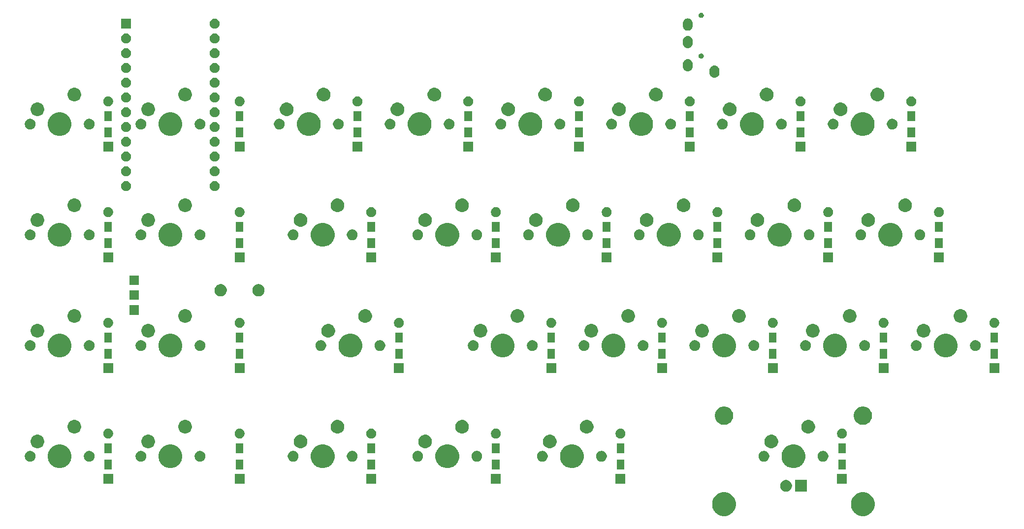
<source format=gbr>
G04 #@! TF.GenerationSoftware,KiCad,Pcbnew,(5.1.4)-1*
G04 #@! TF.CreationDate,2020-11-20T09:34:23-08:00*
G04 #@! TF.ProjectId,_autosave-_autosave-_autosave-_autosave-uwu-55,5f617574-6f73-4617-9665-2d5f6175746f,rev?*
G04 #@! TF.SameCoordinates,Original*
G04 #@! TF.FileFunction,Soldermask,Bot*
G04 #@! TF.FilePolarity,Negative*
%FSLAX46Y46*%
G04 Gerber Fmt 4.6, Leading zero omitted, Abs format (unit mm)*
G04 Created by KiCad (PCBNEW (5.1.4)-1) date 2020-11-20 09:34:23*
%MOMM*%
%LPD*%
G04 APERTURE LIST*
%ADD10C,0.100000*%
G04 APERTURE END LIST*
D10*
G36*
X97465724Y-130113684D02*
G01*
X97683724Y-130203983D01*
X97837873Y-130267833D01*
X98172798Y-130491623D01*
X98457627Y-130776452D01*
X98681417Y-131111377D01*
X98681417Y-131111378D01*
X98835566Y-131483526D01*
X98914150Y-131878594D01*
X98914150Y-132281406D01*
X98835566Y-132676474D01*
X98745267Y-132894474D01*
X98681417Y-133048623D01*
X98457627Y-133383548D01*
X98172798Y-133668377D01*
X97837873Y-133892167D01*
X97683724Y-133956017D01*
X97465724Y-134046316D01*
X97070656Y-134124900D01*
X96667844Y-134124900D01*
X96272776Y-134046316D01*
X96054776Y-133956017D01*
X95900627Y-133892167D01*
X95565702Y-133668377D01*
X95280873Y-133383548D01*
X95057083Y-133048623D01*
X94993233Y-132894474D01*
X94902934Y-132676474D01*
X94824350Y-132281406D01*
X94824350Y-131878594D01*
X94902934Y-131483526D01*
X95057083Y-131111378D01*
X95057083Y-131111377D01*
X95280873Y-130776452D01*
X95565702Y-130491623D01*
X95900627Y-130267833D01*
X96054776Y-130203983D01*
X96272776Y-130113684D01*
X96667844Y-130035100D01*
X97070656Y-130035100D01*
X97465724Y-130113684D01*
X97465724Y-130113684D01*
G37*
G36*
X73589724Y-130113684D02*
G01*
X73807724Y-130203983D01*
X73961873Y-130267833D01*
X74296798Y-130491623D01*
X74581627Y-130776452D01*
X74805417Y-131111377D01*
X74805417Y-131111378D01*
X74959566Y-131483526D01*
X75038150Y-131878594D01*
X75038150Y-132281406D01*
X74959566Y-132676474D01*
X74869267Y-132894474D01*
X74805417Y-133048623D01*
X74581627Y-133383548D01*
X74296798Y-133668377D01*
X73961873Y-133892167D01*
X73807724Y-133956017D01*
X73589724Y-134046316D01*
X73194656Y-134124900D01*
X72791844Y-134124900D01*
X72396776Y-134046316D01*
X72178776Y-133956017D01*
X72024627Y-133892167D01*
X71689702Y-133668377D01*
X71404873Y-133383548D01*
X71181083Y-133048623D01*
X71117233Y-132894474D01*
X71026934Y-132676474D01*
X70948350Y-132281406D01*
X70948350Y-131878594D01*
X71026934Y-131483526D01*
X71181083Y-131111378D01*
X71181083Y-131111377D01*
X71404873Y-130776452D01*
X71689702Y-130491623D01*
X72024627Y-130267833D01*
X72178776Y-130203983D01*
X72396776Y-130113684D01*
X72791844Y-130035100D01*
X73194656Y-130035100D01*
X73589724Y-130113684D01*
X73589724Y-130113684D01*
G37*
G36*
X83787675Y-127906988D02*
G01*
X83953960Y-127940063D01*
X84136586Y-128015709D01*
X84300944Y-128125530D01*
X84440720Y-128265306D01*
X84550541Y-128429664D01*
X84626187Y-128612290D01*
X84664750Y-128806164D01*
X84664750Y-129003836D01*
X84626187Y-129197710D01*
X84550541Y-129380336D01*
X84440720Y-129544694D01*
X84300944Y-129684470D01*
X84136586Y-129794291D01*
X83953960Y-129869937D01*
X83787675Y-129903012D01*
X83760087Y-129908500D01*
X83562413Y-129908500D01*
X83534825Y-129903012D01*
X83368540Y-129869937D01*
X83185914Y-129794291D01*
X83021556Y-129684470D01*
X82881780Y-129544694D01*
X82771959Y-129380336D01*
X82696313Y-129197710D01*
X82657750Y-129003836D01*
X82657750Y-128806164D01*
X82696313Y-128612290D01*
X82771959Y-128429664D01*
X82881780Y-128265306D01*
X83021556Y-128125530D01*
X83185914Y-128015709D01*
X83368540Y-127940063D01*
X83534825Y-127906988D01*
X83562413Y-127901500D01*
X83760087Y-127901500D01*
X83787675Y-127906988D01*
X83787675Y-127906988D01*
G37*
G36*
X87204750Y-129908500D02*
G01*
X85197750Y-129908500D01*
X85197750Y-127901500D01*
X87204750Y-127901500D01*
X87204750Y-129908500D01*
X87204750Y-129908500D01*
G37*
G36*
X56032500Y-128576000D02*
G01*
X54330500Y-128576000D01*
X54330500Y-126874000D01*
X56032500Y-126874000D01*
X56032500Y-128576000D01*
X56032500Y-128576000D01*
G37*
G36*
X34601250Y-128576000D02*
G01*
X32899250Y-128576000D01*
X32899250Y-126874000D01*
X34601250Y-126874000D01*
X34601250Y-128576000D01*
X34601250Y-128576000D01*
G37*
G36*
X13170000Y-128576000D02*
G01*
X11468000Y-128576000D01*
X11468000Y-126874000D01*
X13170000Y-126874000D01*
X13170000Y-128576000D01*
X13170000Y-128576000D01*
G37*
G36*
X-32073750Y-128576000D02*
G01*
X-33775750Y-128576000D01*
X-33775750Y-126874000D01*
X-32073750Y-126874000D01*
X-32073750Y-128576000D01*
X-32073750Y-128576000D01*
G37*
G36*
X94132500Y-128576000D02*
G01*
X92430500Y-128576000D01*
X92430500Y-126874000D01*
X94132500Y-126874000D01*
X94132500Y-128576000D01*
X94132500Y-128576000D01*
G37*
G36*
X-9467750Y-128576000D02*
G01*
X-11169750Y-128576000D01*
X-11169750Y-126874000D01*
X-9467750Y-126874000D01*
X-9467750Y-128576000D01*
X-9467750Y-128576000D01*
G37*
G36*
X34401250Y-126076000D02*
G01*
X33099250Y-126076000D01*
X33099250Y-124374000D01*
X34401250Y-124374000D01*
X34401250Y-126076000D01*
X34401250Y-126076000D01*
G37*
G36*
X-32273750Y-126076000D02*
G01*
X-33575750Y-126076000D01*
X-33575750Y-124374000D01*
X-32273750Y-124374000D01*
X-32273750Y-126076000D01*
X-32273750Y-126076000D01*
G37*
G36*
X93932500Y-126076000D02*
G01*
X92630500Y-126076000D01*
X92630500Y-124374000D01*
X93932500Y-124374000D01*
X93932500Y-126076000D01*
X93932500Y-126076000D01*
G37*
G36*
X-9667750Y-126076000D02*
G01*
X-10969750Y-126076000D01*
X-10969750Y-124374000D01*
X-9667750Y-124374000D01*
X-9667750Y-126076000D01*
X-9667750Y-126076000D01*
G37*
G36*
X12970000Y-126076000D02*
G01*
X11668000Y-126076000D01*
X11668000Y-124374000D01*
X12970000Y-124374000D01*
X12970000Y-126076000D01*
X12970000Y-126076000D01*
G37*
G36*
X55832500Y-126076000D02*
G01*
X54530500Y-126076000D01*
X54530500Y-124374000D01*
X55832500Y-124374000D01*
X55832500Y-126076000D01*
X55832500Y-126076000D01*
G37*
G36*
X-21628526Y-121858684D02*
G01*
X-21410526Y-121948983D01*
X-21256377Y-122012833D01*
X-20921452Y-122236623D01*
X-20636623Y-122521452D01*
X-20412833Y-122856377D01*
X-20380438Y-122934586D01*
X-20258684Y-123228526D01*
X-20180100Y-123623594D01*
X-20180100Y-124026406D01*
X-20258684Y-124421474D01*
X-20309549Y-124544272D01*
X-20412833Y-124793623D01*
X-20636623Y-125128548D01*
X-20921452Y-125413377D01*
X-21256377Y-125637167D01*
X-21410526Y-125701017D01*
X-21628526Y-125791316D01*
X-22023594Y-125869900D01*
X-22426406Y-125869900D01*
X-22821474Y-125791316D01*
X-23039474Y-125701017D01*
X-23193623Y-125637167D01*
X-23528548Y-125413377D01*
X-23813377Y-125128548D01*
X-24037167Y-124793623D01*
X-24140451Y-124544272D01*
X-24191316Y-124421474D01*
X-24269900Y-124026406D01*
X-24269900Y-123623594D01*
X-24191316Y-123228526D01*
X-24069562Y-122934586D01*
X-24037167Y-122856377D01*
X-23813377Y-122521452D01*
X-23528548Y-122236623D01*
X-23193623Y-122012833D01*
X-23039474Y-121948983D01*
X-22821474Y-121858684D01*
X-22426406Y-121780100D01*
X-22023594Y-121780100D01*
X-21628526Y-121858684D01*
X-21628526Y-121858684D01*
G37*
G36*
X47427724Y-121858684D02*
G01*
X47645724Y-121948983D01*
X47799873Y-122012833D01*
X48134798Y-122236623D01*
X48419627Y-122521452D01*
X48643417Y-122856377D01*
X48675812Y-122934586D01*
X48797566Y-123228526D01*
X48876150Y-123623594D01*
X48876150Y-124026406D01*
X48797566Y-124421474D01*
X48746701Y-124544272D01*
X48643417Y-124793623D01*
X48419627Y-125128548D01*
X48134798Y-125413377D01*
X47799873Y-125637167D01*
X47645724Y-125701017D01*
X47427724Y-125791316D01*
X47032656Y-125869900D01*
X46629844Y-125869900D01*
X46234776Y-125791316D01*
X46016776Y-125701017D01*
X45862627Y-125637167D01*
X45527702Y-125413377D01*
X45242873Y-125128548D01*
X45019083Y-124793623D01*
X44915799Y-124544272D01*
X44864934Y-124421474D01*
X44786350Y-124026406D01*
X44786350Y-123623594D01*
X44864934Y-123228526D01*
X44986688Y-122934586D01*
X45019083Y-122856377D01*
X45242873Y-122521452D01*
X45527702Y-122236623D01*
X45862627Y-122012833D01*
X46016776Y-121948983D01*
X46234776Y-121858684D01*
X46629844Y-121780100D01*
X47032656Y-121780100D01*
X47427724Y-121858684D01*
X47427724Y-121858684D01*
G37*
G36*
X-40678526Y-121858684D02*
G01*
X-40460526Y-121948983D01*
X-40306377Y-122012833D01*
X-39971452Y-122236623D01*
X-39686623Y-122521452D01*
X-39462833Y-122856377D01*
X-39430438Y-122934586D01*
X-39308684Y-123228526D01*
X-39230100Y-123623594D01*
X-39230100Y-124026406D01*
X-39308684Y-124421474D01*
X-39359549Y-124544272D01*
X-39462833Y-124793623D01*
X-39686623Y-125128548D01*
X-39971452Y-125413377D01*
X-40306377Y-125637167D01*
X-40460526Y-125701017D01*
X-40678526Y-125791316D01*
X-41073594Y-125869900D01*
X-41476406Y-125869900D01*
X-41871474Y-125791316D01*
X-42089474Y-125701017D01*
X-42243623Y-125637167D01*
X-42578548Y-125413377D01*
X-42863377Y-125128548D01*
X-43087167Y-124793623D01*
X-43190451Y-124544272D01*
X-43241316Y-124421474D01*
X-43319900Y-124026406D01*
X-43319900Y-123623594D01*
X-43241316Y-123228526D01*
X-43119562Y-122934586D01*
X-43087167Y-122856377D01*
X-42863377Y-122521452D01*
X-42578548Y-122236623D01*
X-42243623Y-122012833D01*
X-42089474Y-121948983D01*
X-41871474Y-121858684D01*
X-41476406Y-121780100D01*
X-41073594Y-121780100D01*
X-40678526Y-121858684D01*
X-40678526Y-121858684D01*
G37*
G36*
X4565224Y-121858684D02*
G01*
X4783224Y-121948983D01*
X4937373Y-122012833D01*
X5272298Y-122236623D01*
X5557127Y-122521452D01*
X5780917Y-122856377D01*
X5813312Y-122934586D01*
X5935066Y-123228526D01*
X6013650Y-123623594D01*
X6013650Y-124026406D01*
X5935066Y-124421474D01*
X5884201Y-124544272D01*
X5780917Y-124793623D01*
X5557127Y-125128548D01*
X5272298Y-125413377D01*
X4937373Y-125637167D01*
X4783224Y-125701017D01*
X4565224Y-125791316D01*
X4170156Y-125869900D01*
X3767344Y-125869900D01*
X3372276Y-125791316D01*
X3154276Y-125701017D01*
X3000127Y-125637167D01*
X2665202Y-125413377D01*
X2380373Y-125128548D01*
X2156583Y-124793623D01*
X2053299Y-124544272D01*
X2002434Y-124421474D01*
X1923850Y-124026406D01*
X1923850Y-123623594D01*
X2002434Y-123228526D01*
X2124188Y-122934586D01*
X2156583Y-122856377D01*
X2380373Y-122521452D01*
X2665202Y-122236623D01*
X3000127Y-122012833D01*
X3154276Y-121948983D01*
X3372276Y-121858684D01*
X3767344Y-121780100D01*
X4170156Y-121780100D01*
X4565224Y-121858684D01*
X4565224Y-121858684D01*
G37*
G36*
X85527724Y-121858684D02*
G01*
X85745724Y-121948983D01*
X85899873Y-122012833D01*
X86234798Y-122236623D01*
X86519627Y-122521452D01*
X86743417Y-122856377D01*
X86775812Y-122934586D01*
X86897566Y-123228526D01*
X86976150Y-123623594D01*
X86976150Y-124026406D01*
X86897566Y-124421474D01*
X86846701Y-124544272D01*
X86743417Y-124793623D01*
X86519627Y-125128548D01*
X86234798Y-125413377D01*
X85899873Y-125637167D01*
X85745724Y-125701017D01*
X85527724Y-125791316D01*
X85132656Y-125869900D01*
X84729844Y-125869900D01*
X84334776Y-125791316D01*
X84116776Y-125701017D01*
X83962627Y-125637167D01*
X83627702Y-125413377D01*
X83342873Y-125128548D01*
X83119083Y-124793623D01*
X83015799Y-124544272D01*
X82964934Y-124421474D01*
X82886350Y-124026406D01*
X82886350Y-123623594D01*
X82964934Y-123228526D01*
X83086688Y-122934586D01*
X83119083Y-122856377D01*
X83342873Y-122521452D01*
X83627702Y-122236623D01*
X83962627Y-122012833D01*
X84116776Y-121948983D01*
X84334776Y-121858684D01*
X84729844Y-121780100D01*
X85132656Y-121780100D01*
X85527724Y-121858684D01*
X85527724Y-121858684D01*
G37*
G36*
X25996474Y-121858684D02*
G01*
X26214474Y-121948983D01*
X26368623Y-122012833D01*
X26703548Y-122236623D01*
X26988377Y-122521452D01*
X27212167Y-122856377D01*
X27244562Y-122934586D01*
X27366316Y-123228526D01*
X27444900Y-123623594D01*
X27444900Y-124026406D01*
X27366316Y-124421474D01*
X27315451Y-124544272D01*
X27212167Y-124793623D01*
X26988377Y-125128548D01*
X26703548Y-125413377D01*
X26368623Y-125637167D01*
X26214474Y-125701017D01*
X25996474Y-125791316D01*
X25601406Y-125869900D01*
X25198594Y-125869900D01*
X24803526Y-125791316D01*
X24585526Y-125701017D01*
X24431377Y-125637167D01*
X24096452Y-125413377D01*
X23811623Y-125128548D01*
X23587833Y-124793623D01*
X23484549Y-124544272D01*
X23433684Y-124421474D01*
X23355100Y-124026406D01*
X23355100Y-123623594D01*
X23433684Y-123228526D01*
X23555438Y-122934586D01*
X23587833Y-122856377D01*
X23811623Y-122521452D01*
X24096452Y-122236623D01*
X24431377Y-122012833D01*
X24585526Y-121948983D01*
X24803526Y-121858684D01*
X25198594Y-121780100D01*
X25601406Y-121780100D01*
X25996474Y-121858684D01*
X25996474Y-121858684D01*
G37*
G36*
X52181354Y-122934585D02*
G01*
X52349876Y-123004389D01*
X52501541Y-123105728D01*
X52630522Y-123234709D01*
X52731861Y-123386374D01*
X52801665Y-123554896D01*
X52837250Y-123733797D01*
X52837250Y-123916203D01*
X52801665Y-124095104D01*
X52731861Y-124263626D01*
X52630522Y-124415291D01*
X52501541Y-124544272D01*
X52349876Y-124645611D01*
X52181354Y-124715415D01*
X52002453Y-124751000D01*
X51820047Y-124751000D01*
X51641146Y-124715415D01*
X51472624Y-124645611D01*
X51320959Y-124544272D01*
X51191978Y-124415291D01*
X51090639Y-124263626D01*
X51020835Y-124095104D01*
X50985250Y-123916203D01*
X50985250Y-123733797D01*
X51020835Y-123554896D01*
X51090639Y-123386374D01*
X51191978Y-123234709D01*
X51320959Y-123105728D01*
X51472624Y-123004389D01*
X51641146Y-122934585D01*
X51820047Y-122899000D01*
X52002453Y-122899000D01*
X52181354Y-122934585D01*
X52181354Y-122934585D01*
G37*
G36*
X90281354Y-122934585D02*
G01*
X90449876Y-123004389D01*
X90601541Y-123105728D01*
X90730522Y-123234709D01*
X90831861Y-123386374D01*
X90901665Y-123554896D01*
X90937250Y-123733797D01*
X90937250Y-123916203D01*
X90901665Y-124095104D01*
X90831861Y-124263626D01*
X90730522Y-124415291D01*
X90601541Y-124544272D01*
X90449876Y-124645611D01*
X90281354Y-124715415D01*
X90102453Y-124751000D01*
X89920047Y-124751000D01*
X89741146Y-124715415D01*
X89572624Y-124645611D01*
X89420959Y-124544272D01*
X89291978Y-124415291D01*
X89190639Y-124263626D01*
X89120835Y-124095104D01*
X89085250Y-123916203D01*
X89085250Y-123733797D01*
X89120835Y-123554896D01*
X89190639Y-123386374D01*
X89291978Y-123234709D01*
X89420959Y-123105728D01*
X89572624Y-123004389D01*
X89741146Y-122934585D01*
X89920047Y-122899000D01*
X90102453Y-122899000D01*
X90281354Y-122934585D01*
X90281354Y-122934585D01*
G37*
G36*
X42021354Y-122934585D02*
G01*
X42189876Y-123004389D01*
X42341541Y-123105728D01*
X42470522Y-123234709D01*
X42571861Y-123386374D01*
X42641665Y-123554896D01*
X42677250Y-123733797D01*
X42677250Y-123916203D01*
X42641665Y-124095104D01*
X42571861Y-124263626D01*
X42470522Y-124415291D01*
X42341541Y-124544272D01*
X42189876Y-124645611D01*
X42021354Y-124715415D01*
X41842453Y-124751000D01*
X41660047Y-124751000D01*
X41481146Y-124715415D01*
X41312624Y-124645611D01*
X41160959Y-124544272D01*
X41031978Y-124415291D01*
X40930639Y-124263626D01*
X40860835Y-124095104D01*
X40825250Y-123916203D01*
X40825250Y-123733797D01*
X40860835Y-123554896D01*
X40930639Y-123386374D01*
X41031978Y-123234709D01*
X41160959Y-123105728D01*
X41312624Y-123004389D01*
X41481146Y-122934585D01*
X41660047Y-122899000D01*
X41842453Y-122899000D01*
X42021354Y-122934585D01*
X42021354Y-122934585D01*
G37*
G36*
X-27034896Y-122934585D02*
G01*
X-26866374Y-123004389D01*
X-26714709Y-123105728D01*
X-26585728Y-123234709D01*
X-26484389Y-123386374D01*
X-26414585Y-123554896D01*
X-26379000Y-123733797D01*
X-26379000Y-123916203D01*
X-26414585Y-124095104D01*
X-26484389Y-124263626D01*
X-26585728Y-124415291D01*
X-26714709Y-124544272D01*
X-26866374Y-124645611D01*
X-27034896Y-124715415D01*
X-27213797Y-124751000D01*
X-27396203Y-124751000D01*
X-27575104Y-124715415D01*
X-27743626Y-124645611D01*
X-27895291Y-124544272D01*
X-28024272Y-124415291D01*
X-28125611Y-124263626D01*
X-28195415Y-124095104D01*
X-28231000Y-123916203D01*
X-28231000Y-123733797D01*
X-28195415Y-123554896D01*
X-28125611Y-123386374D01*
X-28024272Y-123234709D01*
X-27895291Y-123105728D01*
X-27743626Y-123004389D01*
X-27575104Y-122934585D01*
X-27396203Y-122899000D01*
X-27213797Y-122899000D01*
X-27034896Y-122934585D01*
X-27034896Y-122934585D01*
G37*
G36*
X-841146Y-122934585D02*
G01*
X-672624Y-123004389D01*
X-520959Y-123105728D01*
X-391978Y-123234709D01*
X-290639Y-123386374D01*
X-220835Y-123554896D01*
X-185250Y-123733797D01*
X-185250Y-123916203D01*
X-220835Y-124095104D01*
X-290639Y-124263626D01*
X-391978Y-124415291D01*
X-520959Y-124544272D01*
X-672624Y-124645611D01*
X-841146Y-124715415D01*
X-1020047Y-124751000D01*
X-1202453Y-124751000D01*
X-1381354Y-124715415D01*
X-1549876Y-124645611D01*
X-1701541Y-124544272D01*
X-1830522Y-124415291D01*
X-1931861Y-124263626D01*
X-2001665Y-124095104D01*
X-2037250Y-123916203D01*
X-2037250Y-123733797D01*
X-2001665Y-123554896D01*
X-1931861Y-123386374D01*
X-1830522Y-123234709D01*
X-1701541Y-123105728D01*
X-1549876Y-123004389D01*
X-1381354Y-122934585D01*
X-1202453Y-122899000D01*
X-1020047Y-122899000D01*
X-841146Y-122934585D01*
X-841146Y-122934585D01*
G37*
G36*
X9318854Y-122934585D02*
G01*
X9487376Y-123004389D01*
X9639041Y-123105728D01*
X9768022Y-123234709D01*
X9869361Y-123386374D01*
X9939165Y-123554896D01*
X9974750Y-123733797D01*
X9974750Y-123916203D01*
X9939165Y-124095104D01*
X9869361Y-124263626D01*
X9768022Y-124415291D01*
X9639041Y-124544272D01*
X9487376Y-124645611D01*
X9318854Y-124715415D01*
X9139953Y-124751000D01*
X8957547Y-124751000D01*
X8778646Y-124715415D01*
X8610124Y-124645611D01*
X8458459Y-124544272D01*
X8329478Y-124415291D01*
X8228139Y-124263626D01*
X8158335Y-124095104D01*
X8122750Y-123916203D01*
X8122750Y-123733797D01*
X8158335Y-123554896D01*
X8228139Y-123386374D01*
X8329478Y-123234709D01*
X8458459Y-123105728D01*
X8610124Y-123004389D01*
X8778646Y-122934585D01*
X8957547Y-122899000D01*
X9139953Y-122899000D01*
X9318854Y-122934585D01*
X9318854Y-122934585D01*
G37*
G36*
X80121354Y-122934585D02*
G01*
X80289876Y-123004389D01*
X80441541Y-123105728D01*
X80570522Y-123234709D01*
X80671861Y-123386374D01*
X80741665Y-123554896D01*
X80777250Y-123733797D01*
X80777250Y-123916203D01*
X80741665Y-124095104D01*
X80671861Y-124263626D01*
X80570522Y-124415291D01*
X80441541Y-124544272D01*
X80289876Y-124645611D01*
X80121354Y-124715415D01*
X79942453Y-124751000D01*
X79760047Y-124751000D01*
X79581146Y-124715415D01*
X79412624Y-124645611D01*
X79260959Y-124544272D01*
X79131978Y-124415291D01*
X79030639Y-124263626D01*
X78960835Y-124095104D01*
X78925250Y-123916203D01*
X78925250Y-123733797D01*
X78960835Y-123554896D01*
X79030639Y-123386374D01*
X79131978Y-123234709D01*
X79260959Y-123105728D01*
X79412624Y-123004389D01*
X79581146Y-122934585D01*
X79760047Y-122899000D01*
X79942453Y-122899000D01*
X80121354Y-122934585D01*
X80121354Y-122934585D01*
G37*
G36*
X30750104Y-122934585D02*
G01*
X30918626Y-123004389D01*
X31070291Y-123105728D01*
X31199272Y-123234709D01*
X31300611Y-123386374D01*
X31370415Y-123554896D01*
X31406000Y-123733797D01*
X31406000Y-123916203D01*
X31370415Y-124095104D01*
X31300611Y-124263626D01*
X31199272Y-124415291D01*
X31070291Y-124544272D01*
X30918626Y-124645611D01*
X30750104Y-124715415D01*
X30571203Y-124751000D01*
X30388797Y-124751000D01*
X30209896Y-124715415D01*
X30041374Y-124645611D01*
X29889709Y-124544272D01*
X29760728Y-124415291D01*
X29659389Y-124263626D01*
X29589585Y-124095104D01*
X29554000Y-123916203D01*
X29554000Y-123733797D01*
X29589585Y-123554896D01*
X29659389Y-123386374D01*
X29760728Y-123234709D01*
X29889709Y-123105728D01*
X30041374Y-123004389D01*
X30209896Y-122934585D01*
X30388797Y-122899000D01*
X30571203Y-122899000D01*
X30750104Y-122934585D01*
X30750104Y-122934585D01*
G37*
G36*
X-46084896Y-122934585D02*
G01*
X-45916374Y-123004389D01*
X-45764709Y-123105728D01*
X-45635728Y-123234709D01*
X-45534389Y-123386374D01*
X-45464585Y-123554896D01*
X-45429000Y-123733797D01*
X-45429000Y-123916203D01*
X-45464585Y-124095104D01*
X-45534389Y-124263626D01*
X-45635728Y-124415291D01*
X-45764709Y-124544272D01*
X-45916374Y-124645611D01*
X-46084896Y-124715415D01*
X-46263797Y-124751000D01*
X-46446203Y-124751000D01*
X-46625104Y-124715415D01*
X-46793626Y-124645611D01*
X-46945291Y-124544272D01*
X-47074272Y-124415291D01*
X-47175611Y-124263626D01*
X-47245415Y-124095104D01*
X-47281000Y-123916203D01*
X-47281000Y-123733797D01*
X-47245415Y-123554896D01*
X-47175611Y-123386374D01*
X-47074272Y-123234709D01*
X-46945291Y-123105728D01*
X-46793626Y-123004389D01*
X-46625104Y-122934585D01*
X-46446203Y-122899000D01*
X-46263797Y-122899000D01*
X-46084896Y-122934585D01*
X-46084896Y-122934585D01*
G37*
G36*
X-35924896Y-122934585D02*
G01*
X-35756374Y-123004389D01*
X-35604709Y-123105728D01*
X-35475728Y-123234709D01*
X-35374389Y-123386374D01*
X-35304585Y-123554896D01*
X-35269000Y-123733797D01*
X-35269000Y-123916203D01*
X-35304585Y-124095104D01*
X-35374389Y-124263626D01*
X-35475728Y-124415291D01*
X-35604709Y-124544272D01*
X-35756374Y-124645611D01*
X-35924896Y-124715415D01*
X-36103797Y-124751000D01*
X-36286203Y-124751000D01*
X-36465104Y-124715415D01*
X-36633626Y-124645611D01*
X-36785291Y-124544272D01*
X-36914272Y-124415291D01*
X-37015611Y-124263626D01*
X-37085415Y-124095104D01*
X-37121000Y-123916203D01*
X-37121000Y-123733797D01*
X-37085415Y-123554896D01*
X-37015611Y-123386374D01*
X-36914272Y-123234709D01*
X-36785291Y-123105728D01*
X-36633626Y-123004389D01*
X-36465104Y-122934585D01*
X-36286203Y-122899000D01*
X-36103797Y-122899000D01*
X-35924896Y-122934585D01*
X-35924896Y-122934585D01*
G37*
G36*
X-16874896Y-122934585D02*
G01*
X-16706374Y-123004389D01*
X-16554709Y-123105728D01*
X-16425728Y-123234709D01*
X-16324389Y-123386374D01*
X-16254585Y-123554896D01*
X-16219000Y-123733797D01*
X-16219000Y-123916203D01*
X-16254585Y-124095104D01*
X-16324389Y-124263626D01*
X-16425728Y-124415291D01*
X-16554709Y-124544272D01*
X-16706374Y-124645611D01*
X-16874896Y-124715415D01*
X-17053797Y-124751000D01*
X-17236203Y-124751000D01*
X-17415104Y-124715415D01*
X-17583626Y-124645611D01*
X-17735291Y-124544272D01*
X-17864272Y-124415291D01*
X-17965611Y-124263626D01*
X-18035415Y-124095104D01*
X-18071000Y-123916203D01*
X-18071000Y-123733797D01*
X-18035415Y-123554896D01*
X-17965611Y-123386374D01*
X-17864272Y-123234709D01*
X-17735291Y-123105728D01*
X-17583626Y-123004389D01*
X-17415104Y-122934585D01*
X-17236203Y-122899000D01*
X-17053797Y-122899000D01*
X-16874896Y-122934585D01*
X-16874896Y-122934585D01*
G37*
G36*
X20590104Y-122934585D02*
G01*
X20758626Y-123004389D01*
X20910291Y-123105728D01*
X21039272Y-123234709D01*
X21140611Y-123386374D01*
X21210415Y-123554896D01*
X21246000Y-123733797D01*
X21246000Y-123916203D01*
X21210415Y-124095104D01*
X21140611Y-124263626D01*
X21039272Y-124415291D01*
X20910291Y-124544272D01*
X20758626Y-124645611D01*
X20590104Y-124715415D01*
X20411203Y-124751000D01*
X20228797Y-124751000D01*
X20049896Y-124715415D01*
X19881374Y-124645611D01*
X19729709Y-124544272D01*
X19600728Y-124415291D01*
X19499389Y-124263626D01*
X19429585Y-124095104D01*
X19394000Y-123916203D01*
X19394000Y-123733797D01*
X19429585Y-123554896D01*
X19499389Y-123386374D01*
X19600728Y-123234709D01*
X19729709Y-123105728D01*
X19881374Y-123004389D01*
X20049896Y-122934585D01*
X20228797Y-122899000D01*
X20411203Y-122899000D01*
X20590104Y-122934585D01*
X20590104Y-122934585D01*
G37*
G36*
X-9667750Y-123276000D02*
G01*
X-10969750Y-123276000D01*
X-10969750Y-121574000D01*
X-9667750Y-121574000D01*
X-9667750Y-123276000D01*
X-9667750Y-123276000D01*
G37*
G36*
X-32273750Y-123276000D02*
G01*
X-33575750Y-123276000D01*
X-33575750Y-121574000D01*
X-32273750Y-121574000D01*
X-32273750Y-123276000D01*
X-32273750Y-123276000D01*
G37*
G36*
X34401250Y-123276000D02*
G01*
X33099250Y-123276000D01*
X33099250Y-121574000D01*
X34401250Y-121574000D01*
X34401250Y-123276000D01*
X34401250Y-123276000D01*
G37*
G36*
X12970000Y-123276000D02*
G01*
X11668000Y-123276000D01*
X11668000Y-121574000D01*
X12970000Y-121574000D01*
X12970000Y-123276000D01*
X12970000Y-123276000D01*
G37*
G36*
X55832500Y-123276000D02*
G01*
X54530500Y-123276000D01*
X54530500Y-121574000D01*
X55832500Y-121574000D01*
X55832500Y-123276000D01*
X55832500Y-123276000D01*
G37*
G36*
X93932500Y-123276000D02*
G01*
X92630500Y-123276000D01*
X92630500Y-121574000D01*
X93932500Y-121574000D01*
X93932500Y-123276000D01*
X93932500Y-123276000D01*
G37*
G36*
X21781560Y-120124064D02*
G01*
X21933027Y-120154193D01*
X22147045Y-120242842D01*
X22147046Y-120242843D01*
X22339654Y-120371539D01*
X22503461Y-120535346D01*
X22589258Y-120663751D01*
X22632158Y-120727955D01*
X22720807Y-120941973D01*
X22766000Y-121169174D01*
X22766000Y-121400826D01*
X22720807Y-121628027D01*
X22632158Y-121842045D01*
X22632157Y-121842046D01*
X22503461Y-122034654D01*
X22339654Y-122198461D01*
X22282540Y-122236623D01*
X22147045Y-122327158D01*
X21933027Y-122415807D01*
X21781560Y-122445936D01*
X21705827Y-122461000D01*
X21474173Y-122461000D01*
X21398440Y-122445936D01*
X21246973Y-122415807D01*
X21032955Y-122327158D01*
X20897460Y-122236623D01*
X20840346Y-122198461D01*
X20676539Y-122034654D01*
X20547843Y-121842046D01*
X20547842Y-121842045D01*
X20459193Y-121628027D01*
X20414000Y-121400826D01*
X20414000Y-121169174D01*
X20459193Y-120941973D01*
X20547842Y-120727955D01*
X20590742Y-120663751D01*
X20676539Y-120535346D01*
X20840346Y-120371539D01*
X21032954Y-120242843D01*
X21032955Y-120242842D01*
X21246973Y-120154193D01*
X21398440Y-120124064D01*
X21474173Y-120109000D01*
X21705827Y-120109000D01*
X21781560Y-120124064D01*
X21781560Y-120124064D01*
G37*
G36*
X-25843440Y-120124064D02*
G01*
X-25691973Y-120154193D01*
X-25477955Y-120242842D01*
X-25477954Y-120242843D01*
X-25285346Y-120371539D01*
X-25121539Y-120535346D01*
X-25035742Y-120663751D01*
X-24992842Y-120727955D01*
X-24904193Y-120941973D01*
X-24859000Y-121169174D01*
X-24859000Y-121400826D01*
X-24904193Y-121628027D01*
X-24992842Y-121842045D01*
X-24992843Y-121842046D01*
X-25121539Y-122034654D01*
X-25285346Y-122198461D01*
X-25342460Y-122236623D01*
X-25477955Y-122327158D01*
X-25691973Y-122415807D01*
X-25843440Y-122445936D01*
X-25919173Y-122461000D01*
X-26150827Y-122461000D01*
X-26226560Y-122445936D01*
X-26378027Y-122415807D01*
X-26592045Y-122327158D01*
X-26727540Y-122236623D01*
X-26784654Y-122198461D01*
X-26948461Y-122034654D01*
X-27077157Y-121842046D01*
X-27077158Y-121842045D01*
X-27165807Y-121628027D01*
X-27211000Y-121400826D01*
X-27211000Y-121169174D01*
X-27165807Y-120941973D01*
X-27077158Y-120727955D01*
X-27034258Y-120663751D01*
X-26948461Y-120535346D01*
X-26784654Y-120371539D01*
X-26592046Y-120242843D01*
X-26592045Y-120242842D01*
X-26378027Y-120154193D01*
X-26226560Y-120124064D01*
X-26150827Y-120109000D01*
X-25919173Y-120109000D01*
X-25843440Y-120124064D01*
X-25843440Y-120124064D01*
G37*
G36*
X350310Y-120124064D02*
G01*
X501777Y-120154193D01*
X715795Y-120242842D01*
X715796Y-120242843D01*
X908404Y-120371539D01*
X1072211Y-120535346D01*
X1158008Y-120663751D01*
X1200908Y-120727955D01*
X1289557Y-120941973D01*
X1334750Y-121169174D01*
X1334750Y-121400826D01*
X1289557Y-121628027D01*
X1200908Y-121842045D01*
X1200907Y-121842046D01*
X1072211Y-122034654D01*
X908404Y-122198461D01*
X851290Y-122236623D01*
X715795Y-122327158D01*
X501777Y-122415807D01*
X350310Y-122445936D01*
X274577Y-122461000D01*
X42923Y-122461000D01*
X-32810Y-122445936D01*
X-184277Y-122415807D01*
X-398295Y-122327158D01*
X-533790Y-122236623D01*
X-590904Y-122198461D01*
X-754711Y-122034654D01*
X-883407Y-121842046D01*
X-883408Y-121842045D01*
X-972057Y-121628027D01*
X-1017250Y-121400826D01*
X-1017250Y-121169174D01*
X-972057Y-120941973D01*
X-883408Y-120727955D01*
X-840508Y-120663751D01*
X-754711Y-120535346D01*
X-590904Y-120371539D01*
X-398296Y-120242843D01*
X-398295Y-120242842D01*
X-184277Y-120154193D01*
X-32810Y-120124064D01*
X42923Y-120109000D01*
X274577Y-120109000D01*
X350310Y-120124064D01*
X350310Y-120124064D01*
G37*
G36*
X-44893440Y-120124064D02*
G01*
X-44741973Y-120154193D01*
X-44527955Y-120242842D01*
X-44527954Y-120242843D01*
X-44335346Y-120371539D01*
X-44171539Y-120535346D01*
X-44085742Y-120663751D01*
X-44042842Y-120727955D01*
X-43954193Y-120941973D01*
X-43909000Y-121169174D01*
X-43909000Y-121400826D01*
X-43954193Y-121628027D01*
X-44042842Y-121842045D01*
X-44042843Y-121842046D01*
X-44171539Y-122034654D01*
X-44335346Y-122198461D01*
X-44392460Y-122236623D01*
X-44527955Y-122327158D01*
X-44741973Y-122415807D01*
X-44893440Y-122445936D01*
X-44969173Y-122461000D01*
X-45200827Y-122461000D01*
X-45276560Y-122445936D01*
X-45428027Y-122415807D01*
X-45642045Y-122327158D01*
X-45777540Y-122236623D01*
X-45834654Y-122198461D01*
X-45998461Y-122034654D01*
X-46127157Y-121842046D01*
X-46127158Y-121842045D01*
X-46215807Y-121628027D01*
X-46261000Y-121400826D01*
X-46261000Y-121169174D01*
X-46215807Y-120941973D01*
X-46127158Y-120727955D01*
X-46084258Y-120663751D01*
X-45998461Y-120535346D01*
X-45834654Y-120371539D01*
X-45642046Y-120242843D01*
X-45642045Y-120242842D01*
X-45428027Y-120154193D01*
X-45276560Y-120124064D01*
X-45200827Y-120109000D01*
X-44969173Y-120109000D01*
X-44893440Y-120124064D01*
X-44893440Y-120124064D01*
G37*
G36*
X81312810Y-120124064D02*
G01*
X81464277Y-120154193D01*
X81678295Y-120242842D01*
X81678296Y-120242843D01*
X81870904Y-120371539D01*
X82034711Y-120535346D01*
X82120508Y-120663751D01*
X82163408Y-120727955D01*
X82252057Y-120941973D01*
X82297250Y-121169174D01*
X82297250Y-121400826D01*
X82252057Y-121628027D01*
X82163408Y-121842045D01*
X82163407Y-121842046D01*
X82034711Y-122034654D01*
X81870904Y-122198461D01*
X81813790Y-122236623D01*
X81678295Y-122327158D01*
X81464277Y-122415807D01*
X81312810Y-122445936D01*
X81237077Y-122461000D01*
X81005423Y-122461000D01*
X80929690Y-122445936D01*
X80778223Y-122415807D01*
X80564205Y-122327158D01*
X80428710Y-122236623D01*
X80371596Y-122198461D01*
X80207789Y-122034654D01*
X80079093Y-121842046D01*
X80079092Y-121842045D01*
X79990443Y-121628027D01*
X79945250Y-121400826D01*
X79945250Y-121169174D01*
X79990443Y-120941973D01*
X80079092Y-120727955D01*
X80121992Y-120663751D01*
X80207789Y-120535346D01*
X80371596Y-120371539D01*
X80564204Y-120242843D01*
X80564205Y-120242842D01*
X80778223Y-120154193D01*
X80929690Y-120124064D01*
X81005423Y-120109000D01*
X81237077Y-120109000D01*
X81312810Y-120124064D01*
X81312810Y-120124064D01*
G37*
G36*
X43212810Y-120124064D02*
G01*
X43364277Y-120154193D01*
X43578295Y-120242842D01*
X43578296Y-120242843D01*
X43770904Y-120371539D01*
X43934711Y-120535346D01*
X44020508Y-120663751D01*
X44063408Y-120727955D01*
X44152057Y-120941973D01*
X44197250Y-121169174D01*
X44197250Y-121400826D01*
X44152057Y-121628027D01*
X44063408Y-121842045D01*
X44063407Y-121842046D01*
X43934711Y-122034654D01*
X43770904Y-122198461D01*
X43713790Y-122236623D01*
X43578295Y-122327158D01*
X43364277Y-122415807D01*
X43212810Y-122445936D01*
X43137077Y-122461000D01*
X42905423Y-122461000D01*
X42829690Y-122445936D01*
X42678223Y-122415807D01*
X42464205Y-122327158D01*
X42328710Y-122236623D01*
X42271596Y-122198461D01*
X42107789Y-122034654D01*
X41979093Y-121842046D01*
X41979092Y-121842045D01*
X41890443Y-121628027D01*
X41845250Y-121400826D01*
X41845250Y-121169174D01*
X41890443Y-120941973D01*
X41979092Y-120727955D01*
X42021992Y-120663751D01*
X42107789Y-120535346D01*
X42271596Y-120371539D01*
X42464204Y-120242843D01*
X42464205Y-120242842D01*
X42678223Y-120154193D01*
X42829690Y-120124064D01*
X42905423Y-120109000D01*
X43137077Y-120109000D01*
X43212810Y-120124064D01*
X43212810Y-120124064D01*
G37*
G36*
X93529728Y-119106703D02*
G01*
X93684600Y-119170853D01*
X93823981Y-119263985D01*
X93942515Y-119382519D01*
X94035647Y-119521900D01*
X94099797Y-119676772D01*
X94132500Y-119841184D01*
X94132500Y-120008816D01*
X94099797Y-120173228D01*
X94035647Y-120328100D01*
X93942515Y-120467481D01*
X93823981Y-120586015D01*
X93684600Y-120679147D01*
X93529728Y-120743297D01*
X93365316Y-120776000D01*
X93197684Y-120776000D01*
X93033272Y-120743297D01*
X92878400Y-120679147D01*
X92739019Y-120586015D01*
X92620485Y-120467481D01*
X92527353Y-120328100D01*
X92463203Y-120173228D01*
X92430500Y-120008816D01*
X92430500Y-119841184D01*
X92463203Y-119676772D01*
X92527353Y-119521900D01*
X92620485Y-119382519D01*
X92739019Y-119263985D01*
X92878400Y-119170853D01*
X93033272Y-119106703D01*
X93197684Y-119074000D01*
X93365316Y-119074000D01*
X93529728Y-119106703D01*
X93529728Y-119106703D01*
G37*
G36*
X-10070522Y-119106703D02*
G01*
X-9915650Y-119170853D01*
X-9776269Y-119263985D01*
X-9657735Y-119382519D01*
X-9564603Y-119521900D01*
X-9500453Y-119676772D01*
X-9467750Y-119841184D01*
X-9467750Y-120008816D01*
X-9500453Y-120173228D01*
X-9564603Y-120328100D01*
X-9657735Y-120467481D01*
X-9776269Y-120586015D01*
X-9915650Y-120679147D01*
X-10070522Y-120743297D01*
X-10234934Y-120776000D01*
X-10402566Y-120776000D01*
X-10566978Y-120743297D01*
X-10721850Y-120679147D01*
X-10861231Y-120586015D01*
X-10979765Y-120467481D01*
X-11072897Y-120328100D01*
X-11137047Y-120173228D01*
X-11169750Y-120008816D01*
X-11169750Y-119841184D01*
X-11137047Y-119676772D01*
X-11072897Y-119521900D01*
X-10979765Y-119382519D01*
X-10861231Y-119263985D01*
X-10721850Y-119170853D01*
X-10566978Y-119106703D01*
X-10402566Y-119074000D01*
X-10234934Y-119074000D01*
X-10070522Y-119106703D01*
X-10070522Y-119106703D01*
G37*
G36*
X33998478Y-119106703D02*
G01*
X34153350Y-119170853D01*
X34292731Y-119263985D01*
X34411265Y-119382519D01*
X34504397Y-119521900D01*
X34568547Y-119676772D01*
X34601250Y-119841184D01*
X34601250Y-120008816D01*
X34568547Y-120173228D01*
X34504397Y-120328100D01*
X34411265Y-120467481D01*
X34292731Y-120586015D01*
X34153350Y-120679147D01*
X33998478Y-120743297D01*
X33834066Y-120776000D01*
X33666434Y-120776000D01*
X33502022Y-120743297D01*
X33347150Y-120679147D01*
X33207769Y-120586015D01*
X33089235Y-120467481D01*
X32996103Y-120328100D01*
X32931953Y-120173228D01*
X32899250Y-120008816D01*
X32899250Y-119841184D01*
X32931953Y-119676772D01*
X32996103Y-119521900D01*
X33089235Y-119382519D01*
X33207769Y-119263985D01*
X33347150Y-119170853D01*
X33502022Y-119106703D01*
X33666434Y-119074000D01*
X33834066Y-119074000D01*
X33998478Y-119106703D01*
X33998478Y-119106703D01*
G37*
G36*
X-32676522Y-119106703D02*
G01*
X-32521650Y-119170853D01*
X-32382269Y-119263985D01*
X-32263735Y-119382519D01*
X-32170603Y-119521900D01*
X-32106453Y-119676772D01*
X-32073750Y-119841184D01*
X-32073750Y-120008816D01*
X-32106453Y-120173228D01*
X-32170603Y-120328100D01*
X-32263735Y-120467481D01*
X-32382269Y-120586015D01*
X-32521650Y-120679147D01*
X-32676522Y-120743297D01*
X-32840934Y-120776000D01*
X-33008566Y-120776000D01*
X-33172978Y-120743297D01*
X-33327850Y-120679147D01*
X-33467231Y-120586015D01*
X-33585765Y-120467481D01*
X-33678897Y-120328100D01*
X-33743047Y-120173228D01*
X-33775750Y-120008816D01*
X-33775750Y-119841184D01*
X-33743047Y-119676772D01*
X-33678897Y-119521900D01*
X-33585765Y-119382519D01*
X-33467231Y-119263985D01*
X-33327850Y-119170853D01*
X-33172978Y-119106703D01*
X-33008566Y-119074000D01*
X-32840934Y-119074000D01*
X-32676522Y-119106703D01*
X-32676522Y-119106703D01*
G37*
G36*
X55429728Y-119106703D02*
G01*
X55584600Y-119170853D01*
X55723981Y-119263985D01*
X55842515Y-119382519D01*
X55935647Y-119521900D01*
X55999797Y-119676772D01*
X56032500Y-119841184D01*
X56032500Y-120008816D01*
X55999797Y-120173228D01*
X55935647Y-120328100D01*
X55842515Y-120467481D01*
X55723981Y-120586015D01*
X55584600Y-120679147D01*
X55429728Y-120743297D01*
X55265316Y-120776000D01*
X55097684Y-120776000D01*
X54933272Y-120743297D01*
X54778400Y-120679147D01*
X54639019Y-120586015D01*
X54520485Y-120467481D01*
X54427353Y-120328100D01*
X54363203Y-120173228D01*
X54330500Y-120008816D01*
X54330500Y-119841184D01*
X54363203Y-119676772D01*
X54427353Y-119521900D01*
X54520485Y-119382519D01*
X54639019Y-119263985D01*
X54778400Y-119170853D01*
X54933272Y-119106703D01*
X55097684Y-119074000D01*
X55265316Y-119074000D01*
X55429728Y-119106703D01*
X55429728Y-119106703D01*
G37*
G36*
X12567228Y-119106703D02*
G01*
X12722100Y-119170853D01*
X12861481Y-119263985D01*
X12980015Y-119382519D01*
X13073147Y-119521900D01*
X13137297Y-119676772D01*
X13170000Y-119841184D01*
X13170000Y-120008816D01*
X13137297Y-120173228D01*
X13073147Y-120328100D01*
X12980015Y-120467481D01*
X12861481Y-120586015D01*
X12722100Y-120679147D01*
X12567228Y-120743297D01*
X12402816Y-120776000D01*
X12235184Y-120776000D01*
X12070772Y-120743297D01*
X11915900Y-120679147D01*
X11776519Y-120586015D01*
X11657985Y-120467481D01*
X11564853Y-120328100D01*
X11500703Y-120173228D01*
X11468000Y-120008816D01*
X11468000Y-119841184D01*
X11500703Y-119676772D01*
X11564853Y-119521900D01*
X11657985Y-119382519D01*
X11776519Y-119263985D01*
X11915900Y-119170853D01*
X12070772Y-119106703D01*
X12235184Y-119074000D01*
X12402816Y-119074000D01*
X12567228Y-119106703D01*
X12567228Y-119106703D01*
G37*
G36*
X49562810Y-117584064D02*
G01*
X49714277Y-117614193D01*
X49928295Y-117702842D01*
X49928296Y-117702843D01*
X50120904Y-117831539D01*
X50284711Y-117995346D01*
X50370508Y-118123751D01*
X50413408Y-118187955D01*
X50502057Y-118401973D01*
X50547250Y-118629174D01*
X50547250Y-118860826D01*
X50502057Y-119088027D01*
X50413408Y-119302045D01*
X50413407Y-119302046D01*
X50284711Y-119494654D01*
X50120904Y-119658461D01*
X49992499Y-119744258D01*
X49928295Y-119787158D01*
X49714277Y-119875807D01*
X49562810Y-119905936D01*
X49487077Y-119921000D01*
X49255423Y-119921000D01*
X49179690Y-119905936D01*
X49028223Y-119875807D01*
X48814205Y-119787158D01*
X48750001Y-119744258D01*
X48621596Y-119658461D01*
X48457789Y-119494654D01*
X48329093Y-119302046D01*
X48329092Y-119302045D01*
X48240443Y-119088027D01*
X48195250Y-118860826D01*
X48195250Y-118629174D01*
X48240443Y-118401973D01*
X48329092Y-118187955D01*
X48371992Y-118123751D01*
X48457789Y-117995346D01*
X48621596Y-117831539D01*
X48814204Y-117702843D01*
X48814205Y-117702842D01*
X49028223Y-117614193D01*
X49179690Y-117584064D01*
X49255423Y-117569000D01*
X49487077Y-117569000D01*
X49562810Y-117584064D01*
X49562810Y-117584064D01*
G37*
G36*
X-38543440Y-117584064D02*
G01*
X-38391973Y-117614193D01*
X-38177955Y-117702842D01*
X-38177954Y-117702843D01*
X-37985346Y-117831539D01*
X-37821539Y-117995346D01*
X-37735742Y-118123751D01*
X-37692842Y-118187955D01*
X-37604193Y-118401973D01*
X-37559000Y-118629174D01*
X-37559000Y-118860826D01*
X-37604193Y-119088027D01*
X-37692842Y-119302045D01*
X-37692843Y-119302046D01*
X-37821539Y-119494654D01*
X-37985346Y-119658461D01*
X-38113751Y-119744258D01*
X-38177955Y-119787158D01*
X-38391973Y-119875807D01*
X-38543440Y-119905936D01*
X-38619173Y-119921000D01*
X-38850827Y-119921000D01*
X-38926560Y-119905936D01*
X-39078027Y-119875807D01*
X-39292045Y-119787158D01*
X-39356249Y-119744258D01*
X-39484654Y-119658461D01*
X-39648461Y-119494654D01*
X-39777157Y-119302046D01*
X-39777158Y-119302045D01*
X-39865807Y-119088027D01*
X-39911000Y-118860826D01*
X-39911000Y-118629174D01*
X-39865807Y-118401973D01*
X-39777158Y-118187955D01*
X-39734258Y-118123751D01*
X-39648461Y-117995346D01*
X-39484654Y-117831539D01*
X-39292046Y-117702843D01*
X-39292045Y-117702842D01*
X-39078027Y-117614193D01*
X-38926560Y-117584064D01*
X-38850827Y-117569000D01*
X-38619173Y-117569000D01*
X-38543440Y-117584064D01*
X-38543440Y-117584064D01*
G37*
G36*
X6700310Y-117584064D02*
G01*
X6851777Y-117614193D01*
X7065795Y-117702842D01*
X7065796Y-117702843D01*
X7258404Y-117831539D01*
X7422211Y-117995346D01*
X7508008Y-118123751D01*
X7550908Y-118187955D01*
X7639557Y-118401973D01*
X7684750Y-118629174D01*
X7684750Y-118860826D01*
X7639557Y-119088027D01*
X7550908Y-119302045D01*
X7550907Y-119302046D01*
X7422211Y-119494654D01*
X7258404Y-119658461D01*
X7129999Y-119744258D01*
X7065795Y-119787158D01*
X6851777Y-119875807D01*
X6700310Y-119905936D01*
X6624577Y-119921000D01*
X6392923Y-119921000D01*
X6317190Y-119905936D01*
X6165723Y-119875807D01*
X5951705Y-119787158D01*
X5887501Y-119744258D01*
X5759096Y-119658461D01*
X5595289Y-119494654D01*
X5466593Y-119302046D01*
X5466592Y-119302045D01*
X5377943Y-119088027D01*
X5332750Y-118860826D01*
X5332750Y-118629174D01*
X5377943Y-118401973D01*
X5466592Y-118187955D01*
X5509492Y-118123751D01*
X5595289Y-117995346D01*
X5759096Y-117831539D01*
X5951704Y-117702843D01*
X5951705Y-117702842D01*
X6165723Y-117614193D01*
X6317190Y-117584064D01*
X6392923Y-117569000D01*
X6624577Y-117569000D01*
X6700310Y-117584064D01*
X6700310Y-117584064D01*
G37*
G36*
X-19493440Y-117584064D02*
G01*
X-19341973Y-117614193D01*
X-19127955Y-117702842D01*
X-19127954Y-117702843D01*
X-18935346Y-117831539D01*
X-18771539Y-117995346D01*
X-18685742Y-118123751D01*
X-18642842Y-118187955D01*
X-18554193Y-118401973D01*
X-18509000Y-118629174D01*
X-18509000Y-118860826D01*
X-18554193Y-119088027D01*
X-18642842Y-119302045D01*
X-18642843Y-119302046D01*
X-18771539Y-119494654D01*
X-18935346Y-119658461D01*
X-19063751Y-119744258D01*
X-19127955Y-119787158D01*
X-19341973Y-119875807D01*
X-19493440Y-119905936D01*
X-19569173Y-119921000D01*
X-19800827Y-119921000D01*
X-19876560Y-119905936D01*
X-20028027Y-119875807D01*
X-20242045Y-119787158D01*
X-20306249Y-119744258D01*
X-20434654Y-119658461D01*
X-20598461Y-119494654D01*
X-20727157Y-119302046D01*
X-20727158Y-119302045D01*
X-20815807Y-119088027D01*
X-20861000Y-118860826D01*
X-20861000Y-118629174D01*
X-20815807Y-118401973D01*
X-20727158Y-118187955D01*
X-20684258Y-118123751D01*
X-20598461Y-117995346D01*
X-20434654Y-117831539D01*
X-20242046Y-117702843D01*
X-20242045Y-117702842D01*
X-20028027Y-117614193D01*
X-19876560Y-117584064D01*
X-19800827Y-117569000D01*
X-19569173Y-117569000D01*
X-19493440Y-117584064D01*
X-19493440Y-117584064D01*
G37*
G36*
X87662810Y-117584064D02*
G01*
X87814277Y-117614193D01*
X88028295Y-117702842D01*
X88028296Y-117702843D01*
X88220904Y-117831539D01*
X88384711Y-117995346D01*
X88470508Y-118123751D01*
X88513408Y-118187955D01*
X88602057Y-118401973D01*
X88647250Y-118629174D01*
X88647250Y-118860826D01*
X88602057Y-119088027D01*
X88513408Y-119302045D01*
X88513407Y-119302046D01*
X88384711Y-119494654D01*
X88220904Y-119658461D01*
X88092499Y-119744258D01*
X88028295Y-119787158D01*
X87814277Y-119875807D01*
X87662810Y-119905936D01*
X87587077Y-119921000D01*
X87355423Y-119921000D01*
X87279690Y-119905936D01*
X87128223Y-119875807D01*
X86914205Y-119787158D01*
X86850001Y-119744258D01*
X86721596Y-119658461D01*
X86557789Y-119494654D01*
X86429093Y-119302046D01*
X86429092Y-119302045D01*
X86340443Y-119088027D01*
X86295250Y-118860826D01*
X86295250Y-118629174D01*
X86340443Y-118401973D01*
X86429092Y-118187955D01*
X86471992Y-118123751D01*
X86557789Y-117995346D01*
X86721596Y-117831539D01*
X86914204Y-117702843D01*
X86914205Y-117702842D01*
X87128223Y-117614193D01*
X87279690Y-117584064D01*
X87355423Y-117569000D01*
X87587077Y-117569000D01*
X87662810Y-117584064D01*
X87662810Y-117584064D01*
G37*
G36*
X28131560Y-117584064D02*
G01*
X28283027Y-117614193D01*
X28497045Y-117702842D01*
X28497046Y-117702843D01*
X28689654Y-117831539D01*
X28853461Y-117995346D01*
X28939258Y-118123751D01*
X28982158Y-118187955D01*
X29070807Y-118401973D01*
X29116000Y-118629174D01*
X29116000Y-118860826D01*
X29070807Y-119088027D01*
X28982158Y-119302045D01*
X28982157Y-119302046D01*
X28853461Y-119494654D01*
X28689654Y-119658461D01*
X28561249Y-119744258D01*
X28497045Y-119787158D01*
X28283027Y-119875807D01*
X28131560Y-119905936D01*
X28055827Y-119921000D01*
X27824173Y-119921000D01*
X27748440Y-119905936D01*
X27596973Y-119875807D01*
X27382955Y-119787158D01*
X27318751Y-119744258D01*
X27190346Y-119658461D01*
X27026539Y-119494654D01*
X26897843Y-119302046D01*
X26897842Y-119302045D01*
X26809193Y-119088027D01*
X26764000Y-118860826D01*
X26764000Y-118629174D01*
X26809193Y-118401973D01*
X26897842Y-118187955D01*
X26940742Y-118123751D01*
X27026539Y-117995346D01*
X27190346Y-117831539D01*
X27382954Y-117702843D01*
X27382955Y-117702842D01*
X27596973Y-117614193D01*
X27748440Y-117584064D01*
X27824173Y-117569000D01*
X28055827Y-117569000D01*
X28131560Y-117584064D01*
X28131560Y-117584064D01*
G37*
G36*
X73452661Y-115325526D02*
G01*
X73571387Y-115374704D01*
X73739291Y-115444252D01*
X73739292Y-115444253D01*
X73997254Y-115616617D01*
X74216633Y-115835996D01*
X74331803Y-116008361D01*
X74388998Y-116093959D01*
X74507724Y-116380590D01*
X74568250Y-116684875D01*
X74568250Y-116995125D01*
X74507724Y-117299410D01*
X74388998Y-117586041D01*
X74388997Y-117586042D01*
X74216633Y-117844004D01*
X73997254Y-118063383D01*
X73824889Y-118178553D01*
X73739291Y-118235748D01*
X73571387Y-118305296D01*
X73452661Y-118354474D01*
X73148375Y-118415000D01*
X72838125Y-118415000D01*
X72533839Y-118354474D01*
X72415113Y-118305296D01*
X72247209Y-118235748D01*
X72161611Y-118178553D01*
X71989246Y-118063383D01*
X71769867Y-117844004D01*
X71597503Y-117586042D01*
X71597502Y-117586041D01*
X71478776Y-117299410D01*
X71418250Y-116995125D01*
X71418250Y-116684875D01*
X71478776Y-116380590D01*
X71597502Y-116093959D01*
X71654697Y-116008361D01*
X71769867Y-115835996D01*
X71989246Y-115616617D01*
X72247208Y-115444253D01*
X72247209Y-115444252D01*
X72415113Y-115374704D01*
X72533839Y-115325526D01*
X72838125Y-115265000D01*
X73148375Y-115265000D01*
X73452661Y-115325526D01*
X73452661Y-115325526D01*
G37*
G36*
X97328661Y-115325526D02*
G01*
X97447387Y-115374704D01*
X97615291Y-115444252D01*
X97615292Y-115444253D01*
X97873254Y-115616617D01*
X98092633Y-115835996D01*
X98207803Y-116008361D01*
X98264998Y-116093959D01*
X98383724Y-116380590D01*
X98444250Y-116684875D01*
X98444250Y-116995125D01*
X98383724Y-117299410D01*
X98264998Y-117586041D01*
X98264997Y-117586042D01*
X98092633Y-117844004D01*
X97873254Y-118063383D01*
X97700889Y-118178553D01*
X97615291Y-118235748D01*
X97447387Y-118305296D01*
X97328661Y-118354474D01*
X97024375Y-118415000D01*
X96714125Y-118415000D01*
X96409839Y-118354474D01*
X96291113Y-118305296D01*
X96123209Y-118235748D01*
X96037611Y-118178553D01*
X95865246Y-118063383D01*
X95645867Y-117844004D01*
X95473503Y-117586042D01*
X95473502Y-117586041D01*
X95354776Y-117299410D01*
X95294250Y-116995125D01*
X95294250Y-116684875D01*
X95354776Y-116380590D01*
X95473502Y-116093959D01*
X95530697Y-116008361D01*
X95645867Y-115835996D01*
X95865246Y-115616617D01*
X96123208Y-115444253D01*
X96123209Y-115444252D01*
X96291113Y-115374704D01*
X96409839Y-115325526D01*
X96714125Y-115265000D01*
X97024375Y-115265000D01*
X97328661Y-115325526D01*
X97328661Y-115325526D01*
G37*
G36*
X101276250Y-109526000D02*
G01*
X99574250Y-109526000D01*
X99574250Y-107824000D01*
X101276250Y-107824000D01*
X101276250Y-109526000D01*
X101276250Y-109526000D01*
G37*
G36*
X-32073750Y-109526000D02*
G01*
X-33775750Y-109526000D01*
X-33775750Y-107824000D01*
X-32073750Y-107824000D01*
X-32073750Y-109526000D01*
X-32073750Y-109526000D01*
G37*
G36*
X-9467750Y-109526000D02*
G01*
X-11169750Y-109526000D01*
X-11169750Y-107824000D01*
X-9467750Y-107824000D01*
X-9467750Y-109526000D01*
X-9467750Y-109526000D01*
G37*
G36*
X17932500Y-109526000D02*
G01*
X16230500Y-109526000D01*
X16230500Y-107824000D01*
X17932500Y-107824000D01*
X17932500Y-109526000D01*
X17932500Y-109526000D01*
G37*
G36*
X44126250Y-109526000D02*
G01*
X42424250Y-109526000D01*
X42424250Y-107824000D01*
X44126250Y-107824000D01*
X44126250Y-109526000D01*
X44126250Y-109526000D01*
G37*
G36*
X63176250Y-109526000D02*
G01*
X61474250Y-109526000D01*
X61474250Y-107824000D01*
X63176250Y-107824000D01*
X63176250Y-109526000D01*
X63176250Y-109526000D01*
G37*
G36*
X82226250Y-109526000D02*
G01*
X80524250Y-109526000D01*
X80524250Y-107824000D01*
X82226250Y-107824000D01*
X82226250Y-109526000D01*
X82226250Y-109526000D01*
G37*
G36*
X120326250Y-109526000D02*
G01*
X118624250Y-109526000D01*
X118624250Y-107824000D01*
X120326250Y-107824000D01*
X120326250Y-109526000D01*
X120326250Y-109526000D01*
G37*
G36*
X17732500Y-107026000D02*
G01*
X16430500Y-107026000D01*
X16430500Y-105324000D01*
X17732500Y-105324000D01*
X17732500Y-107026000D01*
X17732500Y-107026000D01*
G37*
G36*
X-32273750Y-107026000D02*
G01*
X-33575750Y-107026000D01*
X-33575750Y-105324000D01*
X-32273750Y-105324000D01*
X-32273750Y-107026000D01*
X-32273750Y-107026000D01*
G37*
G36*
X-9667750Y-107026000D02*
G01*
X-10969750Y-107026000D01*
X-10969750Y-105324000D01*
X-9667750Y-105324000D01*
X-9667750Y-107026000D01*
X-9667750Y-107026000D01*
G37*
G36*
X43926250Y-107026000D02*
G01*
X42624250Y-107026000D01*
X42624250Y-105324000D01*
X43926250Y-105324000D01*
X43926250Y-107026000D01*
X43926250Y-107026000D01*
G37*
G36*
X62976250Y-107026000D02*
G01*
X61674250Y-107026000D01*
X61674250Y-105324000D01*
X62976250Y-105324000D01*
X62976250Y-107026000D01*
X62976250Y-107026000D01*
G37*
G36*
X82026250Y-107026000D02*
G01*
X80724250Y-107026000D01*
X80724250Y-105324000D01*
X82026250Y-105324000D01*
X82026250Y-107026000D01*
X82026250Y-107026000D01*
G37*
G36*
X101076250Y-107026000D02*
G01*
X99774250Y-107026000D01*
X99774250Y-105324000D01*
X101076250Y-105324000D01*
X101076250Y-107026000D01*
X101076250Y-107026000D01*
G37*
G36*
X120126250Y-107026000D02*
G01*
X118824250Y-107026000D01*
X118824250Y-105324000D01*
X120126250Y-105324000D01*
X120126250Y-107026000D01*
X120126250Y-107026000D01*
G37*
G36*
X111721474Y-102808684D02*
G01*
X111939474Y-102898983D01*
X112093623Y-102962833D01*
X112428548Y-103186623D01*
X112713377Y-103471452D01*
X112937167Y-103806377D01*
X112969562Y-103884586D01*
X113091316Y-104178526D01*
X113169900Y-104573594D01*
X113169900Y-104976406D01*
X113091316Y-105371474D01*
X113040451Y-105494272D01*
X112937167Y-105743623D01*
X112713377Y-106078548D01*
X112428548Y-106363377D01*
X112093623Y-106587167D01*
X111939474Y-106651017D01*
X111721474Y-106741316D01*
X111326406Y-106819900D01*
X110923594Y-106819900D01*
X110528526Y-106741316D01*
X110310526Y-106651017D01*
X110156377Y-106587167D01*
X109821452Y-106363377D01*
X109536623Y-106078548D01*
X109312833Y-105743623D01*
X109209549Y-105494272D01*
X109158684Y-105371474D01*
X109080100Y-104976406D01*
X109080100Y-104573594D01*
X109158684Y-104178526D01*
X109280438Y-103884586D01*
X109312833Y-103806377D01*
X109536623Y-103471452D01*
X109821452Y-103186623D01*
X110156377Y-102962833D01*
X110310526Y-102898983D01*
X110528526Y-102808684D01*
X110923594Y-102730100D01*
X111326406Y-102730100D01*
X111721474Y-102808684D01*
X111721474Y-102808684D01*
G37*
G36*
X54571474Y-102808684D02*
G01*
X54789474Y-102898983D01*
X54943623Y-102962833D01*
X55278548Y-103186623D01*
X55563377Y-103471452D01*
X55787167Y-103806377D01*
X55819562Y-103884586D01*
X55941316Y-104178526D01*
X56019900Y-104573594D01*
X56019900Y-104976406D01*
X55941316Y-105371474D01*
X55890451Y-105494272D01*
X55787167Y-105743623D01*
X55563377Y-106078548D01*
X55278548Y-106363377D01*
X54943623Y-106587167D01*
X54789474Y-106651017D01*
X54571474Y-106741316D01*
X54176406Y-106819900D01*
X53773594Y-106819900D01*
X53378526Y-106741316D01*
X53160526Y-106651017D01*
X53006377Y-106587167D01*
X52671452Y-106363377D01*
X52386623Y-106078548D01*
X52162833Y-105743623D01*
X52059549Y-105494272D01*
X52008684Y-105371474D01*
X51930100Y-104976406D01*
X51930100Y-104573594D01*
X52008684Y-104178526D01*
X52130438Y-103884586D01*
X52162833Y-103806377D01*
X52386623Y-103471452D01*
X52671452Y-103186623D01*
X53006377Y-102962833D01*
X53160526Y-102898983D01*
X53378526Y-102808684D01*
X53773594Y-102730100D01*
X54176406Y-102730100D01*
X54571474Y-102808684D01*
X54571474Y-102808684D01*
G37*
G36*
X35521474Y-102808684D02*
G01*
X35739474Y-102898983D01*
X35893623Y-102962833D01*
X36228548Y-103186623D01*
X36513377Y-103471452D01*
X36737167Y-103806377D01*
X36769562Y-103884586D01*
X36891316Y-104178526D01*
X36969900Y-104573594D01*
X36969900Y-104976406D01*
X36891316Y-105371474D01*
X36840451Y-105494272D01*
X36737167Y-105743623D01*
X36513377Y-106078548D01*
X36228548Y-106363377D01*
X35893623Y-106587167D01*
X35739474Y-106651017D01*
X35521474Y-106741316D01*
X35126406Y-106819900D01*
X34723594Y-106819900D01*
X34328526Y-106741316D01*
X34110526Y-106651017D01*
X33956377Y-106587167D01*
X33621452Y-106363377D01*
X33336623Y-106078548D01*
X33112833Y-105743623D01*
X33009549Y-105494272D01*
X32958684Y-105371474D01*
X32880100Y-104976406D01*
X32880100Y-104573594D01*
X32958684Y-104178526D01*
X33080438Y-103884586D01*
X33112833Y-103806377D01*
X33336623Y-103471452D01*
X33621452Y-103186623D01*
X33956377Y-102962833D01*
X34110526Y-102898983D01*
X34328526Y-102808684D01*
X34723594Y-102730100D01*
X35126406Y-102730100D01*
X35521474Y-102808684D01*
X35521474Y-102808684D01*
G37*
G36*
X9327724Y-102808684D02*
G01*
X9545724Y-102898983D01*
X9699873Y-102962833D01*
X10034798Y-103186623D01*
X10319627Y-103471452D01*
X10543417Y-103806377D01*
X10575812Y-103884586D01*
X10697566Y-104178526D01*
X10776150Y-104573594D01*
X10776150Y-104976406D01*
X10697566Y-105371474D01*
X10646701Y-105494272D01*
X10543417Y-105743623D01*
X10319627Y-106078548D01*
X10034798Y-106363377D01*
X9699873Y-106587167D01*
X9545724Y-106651017D01*
X9327724Y-106741316D01*
X8932656Y-106819900D01*
X8529844Y-106819900D01*
X8134776Y-106741316D01*
X7916776Y-106651017D01*
X7762627Y-106587167D01*
X7427702Y-106363377D01*
X7142873Y-106078548D01*
X6919083Y-105743623D01*
X6815799Y-105494272D01*
X6764934Y-105371474D01*
X6686350Y-104976406D01*
X6686350Y-104573594D01*
X6764934Y-104178526D01*
X6886688Y-103884586D01*
X6919083Y-103806377D01*
X7142873Y-103471452D01*
X7427702Y-103186623D01*
X7762627Y-102962833D01*
X7916776Y-102898983D01*
X8134776Y-102808684D01*
X8529844Y-102730100D01*
X8932656Y-102730100D01*
X9327724Y-102808684D01*
X9327724Y-102808684D01*
G37*
G36*
X-40678526Y-102808684D02*
G01*
X-40460526Y-102898983D01*
X-40306377Y-102962833D01*
X-39971452Y-103186623D01*
X-39686623Y-103471452D01*
X-39462833Y-103806377D01*
X-39430438Y-103884586D01*
X-39308684Y-104178526D01*
X-39230100Y-104573594D01*
X-39230100Y-104976406D01*
X-39308684Y-105371474D01*
X-39359549Y-105494272D01*
X-39462833Y-105743623D01*
X-39686623Y-106078548D01*
X-39971452Y-106363377D01*
X-40306377Y-106587167D01*
X-40460526Y-106651017D01*
X-40678526Y-106741316D01*
X-41073594Y-106819900D01*
X-41476406Y-106819900D01*
X-41871474Y-106741316D01*
X-42089474Y-106651017D01*
X-42243623Y-106587167D01*
X-42578548Y-106363377D01*
X-42863377Y-106078548D01*
X-43087167Y-105743623D01*
X-43190451Y-105494272D01*
X-43241316Y-105371474D01*
X-43319900Y-104976406D01*
X-43319900Y-104573594D01*
X-43241316Y-104178526D01*
X-43119562Y-103884586D01*
X-43087167Y-103806377D01*
X-42863377Y-103471452D01*
X-42578548Y-103186623D01*
X-42243623Y-102962833D01*
X-42089474Y-102898983D01*
X-41871474Y-102808684D01*
X-41476406Y-102730100D01*
X-41073594Y-102730100D01*
X-40678526Y-102808684D01*
X-40678526Y-102808684D01*
G37*
G36*
X92671474Y-102808684D02*
G01*
X92889474Y-102898983D01*
X93043623Y-102962833D01*
X93378548Y-103186623D01*
X93663377Y-103471452D01*
X93887167Y-103806377D01*
X93919562Y-103884586D01*
X94041316Y-104178526D01*
X94119900Y-104573594D01*
X94119900Y-104976406D01*
X94041316Y-105371474D01*
X93990451Y-105494272D01*
X93887167Y-105743623D01*
X93663377Y-106078548D01*
X93378548Y-106363377D01*
X93043623Y-106587167D01*
X92889474Y-106651017D01*
X92671474Y-106741316D01*
X92276406Y-106819900D01*
X91873594Y-106819900D01*
X91478526Y-106741316D01*
X91260526Y-106651017D01*
X91106377Y-106587167D01*
X90771452Y-106363377D01*
X90486623Y-106078548D01*
X90262833Y-105743623D01*
X90159549Y-105494272D01*
X90108684Y-105371474D01*
X90030100Y-104976406D01*
X90030100Y-104573594D01*
X90108684Y-104178526D01*
X90230438Y-103884586D01*
X90262833Y-103806377D01*
X90486623Y-103471452D01*
X90771452Y-103186623D01*
X91106377Y-102962833D01*
X91260526Y-102898983D01*
X91478526Y-102808684D01*
X91873594Y-102730100D01*
X92276406Y-102730100D01*
X92671474Y-102808684D01*
X92671474Y-102808684D01*
G37*
G36*
X73621474Y-102808684D02*
G01*
X73839474Y-102898983D01*
X73993623Y-102962833D01*
X74328548Y-103186623D01*
X74613377Y-103471452D01*
X74837167Y-103806377D01*
X74869562Y-103884586D01*
X74991316Y-104178526D01*
X75069900Y-104573594D01*
X75069900Y-104976406D01*
X74991316Y-105371474D01*
X74940451Y-105494272D01*
X74837167Y-105743623D01*
X74613377Y-106078548D01*
X74328548Y-106363377D01*
X73993623Y-106587167D01*
X73839474Y-106651017D01*
X73621474Y-106741316D01*
X73226406Y-106819900D01*
X72823594Y-106819900D01*
X72428526Y-106741316D01*
X72210526Y-106651017D01*
X72056377Y-106587167D01*
X71721452Y-106363377D01*
X71436623Y-106078548D01*
X71212833Y-105743623D01*
X71109549Y-105494272D01*
X71058684Y-105371474D01*
X70980100Y-104976406D01*
X70980100Y-104573594D01*
X71058684Y-104178526D01*
X71180438Y-103884586D01*
X71212833Y-103806377D01*
X71436623Y-103471452D01*
X71721452Y-103186623D01*
X72056377Y-102962833D01*
X72210526Y-102898983D01*
X72428526Y-102808684D01*
X72823594Y-102730100D01*
X73226406Y-102730100D01*
X73621474Y-102808684D01*
X73621474Y-102808684D01*
G37*
G36*
X-21628526Y-102808684D02*
G01*
X-21410526Y-102898983D01*
X-21256377Y-102962833D01*
X-20921452Y-103186623D01*
X-20636623Y-103471452D01*
X-20412833Y-103806377D01*
X-20380438Y-103884586D01*
X-20258684Y-104178526D01*
X-20180100Y-104573594D01*
X-20180100Y-104976406D01*
X-20258684Y-105371474D01*
X-20309549Y-105494272D01*
X-20412833Y-105743623D01*
X-20636623Y-106078548D01*
X-20921452Y-106363377D01*
X-21256377Y-106587167D01*
X-21410526Y-106651017D01*
X-21628526Y-106741316D01*
X-22023594Y-106819900D01*
X-22426406Y-106819900D01*
X-22821474Y-106741316D01*
X-23039474Y-106651017D01*
X-23193623Y-106587167D01*
X-23528548Y-106363377D01*
X-23813377Y-106078548D01*
X-24037167Y-105743623D01*
X-24140451Y-105494272D01*
X-24191316Y-105371474D01*
X-24269900Y-104976406D01*
X-24269900Y-104573594D01*
X-24191316Y-104178526D01*
X-24069562Y-103884586D01*
X-24037167Y-103806377D01*
X-23813377Y-103471452D01*
X-23528548Y-103186623D01*
X-23193623Y-102962833D01*
X-23039474Y-102898983D01*
X-22821474Y-102808684D01*
X-22426406Y-102730100D01*
X-22023594Y-102730100D01*
X-21628526Y-102808684D01*
X-21628526Y-102808684D01*
G37*
G36*
X40275104Y-103884585D02*
G01*
X40443626Y-103954389D01*
X40595291Y-104055728D01*
X40724272Y-104184709D01*
X40825611Y-104336374D01*
X40895415Y-104504896D01*
X40931000Y-104683797D01*
X40931000Y-104866203D01*
X40895415Y-105045104D01*
X40825611Y-105213626D01*
X40724272Y-105365291D01*
X40595291Y-105494272D01*
X40443626Y-105595611D01*
X40275104Y-105665415D01*
X40096203Y-105701000D01*
X39913797Y-105701000D01*
X39734896Y-105665415D01*
X39566374Y-105595611D01*
X39414709Y-105494272D01*
X39285728Y-105365291D01*
X39184389Y-105213626D01*
X39114585Y-105045104D01*
X39079000Y-104866203D01*
X39079000Y-104683797D01*
X39114585Y-104504896D01*
X39184389Y-104336374D01*
X39285728Y-104184709D01*
X39414709Y-104055728D01*
X39566374Y-103954389D01*
X39734896Y-103884585D01*
X39913797Y-103849000D01*
X40096203Y-103849000D01*
X40275104Y-103884585D01*
X40275104Y-103884585D01*
G37*
G36*
X97425104Y-103884585D02*
G01*
X97593626Y-103954389D01*
X97745291Y-104055728D01*
X97874272Y-104184709D01*
X97975611Y-104336374D01*
X98045415Y-104504896D01*
X98081000Y-104683797D01*
X98081000Y-104866203D01*
X98045415Y-105045104D01*
X97975611Y-105213626D01*
X97874272Y-105365291D01*
X97745291Y-105494272D01*
X97593626Y-105595611D01*
X97425104Y-105665415D01*
X97246203Y-105701000D01*
X97063797Y-105701000D01*
X96884896Y-105665415D01*
X96716374Y-105595611D01*
X96564709Y-105494272D01*
X96435728Y-105365291D01*
X96334389Y-105213626D01*
X96264585Y-105045104D01*
X96229000Y-104866203D01*
X96229000Y-104683797D01*
X96264585Y-104504896D01*
X96334389Y-104336374D01*
X96435728Y-104184709D01*
X96564709Y-104055728D01*
X96716374Y-103954389D01*
X96884896Y-103884585D01*
X97063797Y-103849000D01*
X97246203Y-103849000D01*
X97425104Y-103884585D01*
X97425104Y-103884585D01*
G37*
G36*
X78375104Y-103884585D02*
G01*
X78543626Y-103954389D01*
X78695291Y-104055728D01*
X78824272Y-104184709D01*
X78925611Y-104336374D01*
X78995415Y-104504896D01*
X79031000Y-104683797D01*
X79031000Y-104866203D01*
X78995415Y-105045104D01*
X78925611Y-105213626D01*
X78824272Y-105365291D01*
X78695291Y-105494272D01*
X78543626Y-105595611D01*
X78375104Y-105665415D01*
X78196203Y-105701000D01*
X78013797Y-105701000D01*
X77834896Y-105665415D01*
X77666374Y-105595611D01*
X77514709Y-105494272D01*
X77385728Y-105365291D01*
X77284389Y-105213626D01*
X77214585Y-105045104D01*
X77179000Y-104866203D01*
X77179000Y-104683797D01*
X77214585Y-104504896D01*
X77284389Y-104336374D01*
X77385728Y-104184709D01*
X77514709Y-104055728D01*
X77666374Y-103954389D01*
X77834896Y-103884585D01*
X78013797Y-103849000D01*
X78196203Y-103849000D01*
X78375104Y-103884585D01*
X78375104Y-103884585D01*
G37*
G36*
X68215104Y-103884585D02*
G01*
X68383626Y-103954389D01*
X68535291Y-104055728D01*
X68664272Y-104184709D01*
X68765611Y-104336374D01*
X68835415Y-104504896D01*
X68871000Y-104683797D01*
X68871000Y-104866203D01*
X68835415Y-105045104D01*
X68765611Y-105213626D01*
X68664272Y-105365291D01*
X68535291Y-105494272D01*
X68383626Y-105595611D01*
X68215104Y-105665415D01*
X68036203Y-105701000D01*
X67853797Y-105701000D01*
X67674896Y-105665415D01*
X67506374Y-105595611D01*
X67354709Y-105494272D01*
X67225728Y-105365291D01*
X67124389Y-105213626D01*
X67054585Y-105045104D01*
X67019000Y-104866203D01*
X67019000Y-104683797D01*
X67054585Y-104504896D01*
X67124389Y-104336374D01*
X67225728Y-104184709D01*
X67354709Y-104055728D01*
X67506374Y-103954389D01*
X67674896Y-103884585D01*
X67853797Y-103849000D01*
X68036203Y-103849000D01*
X68215104Y-103884585D01*
X68215104Y-103884585D01*
G37*
G36*
X49165104Y-103884585D02*
G01*
X49333626Y-103954389D01*
X49485291Y-104055728D01*
X49614272Y-104184709D01*
X49715611Y-104336374D01*
X49785415Y-104504896D01*
X49821000Y-104683797D01*
X49821000Y-104866203D01*
X49785415Y-105045104D01*
X49715611Y-105213626D01*
X49614272Y-105365291D01*
X49485291Y-105494272D01*
X49333626Y-105595611D01*
X49165104Y-105665415D01*
X48986203Y-105701000D01*
X48803797Y-105701000D01*
X48624896Y-105665415D01*
X48456374Y-105595611D01*
X48304709Y-105494272D01*
X48175728Y-105365291D01*
X48074389Y-105213626D01*
X48004585Y-105045104D01*
X47969000Y-104866203D01*
X47969000Y-104683797D01*
X48004585Y-104504896D01*
X48074389Y-104336374D01*
X48175728Y-104184709D01*
X48304709Y-104055728D01*
X48456374Y-103954389D01*
X48624896Y-103884585D01*
X48803797Y-103849000D01*
X48986203Y-103849000D01*
X49165104Y-103884585D01*
X49165104Y-103884585D01*
G37*
G36*
X106315104Y-103884585D02*
G01*
X106483626Y-103954389D01*
X106635291Y-104055728D01*
X106764272Y-104184709D01*
X106865611Y-104336374D01*
X106935415Y-104504896D01*
X106971000Y-104683797D01*
X106971000Y-104866203D01*
X106935415Y-105045104D01*
X106865611Y-105213626D01*
X106764272Y-105365291D01*
X106635291Y-105494272D01*
X106483626Y-105595611D01*
X106315104Y-105665415D01*
X106136203Y-105701000D01*
X105953797Y-105701000D01*
X105774896Y-105665415D01*
X105606374Y-105595611D01*
X105454709Y-105494272D01*
X105325728Y-105365291D01*
X105224389Y-105213626D01*
X105154585Y-105045104D01*
X105119000Y-104866203D01*
X105119000Y-104683797D01*
X105154585Y-104504896D01*
X105224389Y-104336374D01*
X105325728Y-104184709D01*
X105454709Y-104055728D01*
X105606374Y-103954389D01*
X105774896Y-103884585D01*
X105953797Y-103849000D01*
X106136203Y-103849000D01*
X106315104Y-103884585D01*
X106315104Y-103884585D01*
G37*
G36*
X116475104Y-103884585D02*
G01*
X116643626Y-103954389D01*
X116795291Y-104055728D01*
X116924272Y-104184709D01*
X117025611Y-104336374D01*
X117095415Y-104504896D01*
X117131000Y-104683797D01*
X117131000Y-104866203D01*
X117095415Y-105045104D01*
X117025611Y-105213626D01*
X116924272Y-105365291D01*
X116795291Y-105494272D01*
X116643626Y-105595611D01*
X116475104Y-105665415D01*
X116296203Y-105701000D01*
X116113797Y-105701000D01*
X115934896Y-105665415D01*
X115766374Y-105595611D01*
X115614709Y-105494272D01*
X115485728Y-105365291D01*
X115384389Y-105213626D01*
X115314585Y-105045104D01*
X115279000Y-104866203D01*
X115279000Y-104683797D01*
X115314585Y-104504896D01*
X115384389Y-104336374D01*
X115485728Y-104184709D01*
X115614709Y-104055728D01*
X115766374Y-103954389D01*
X115934896Y-103884585D01*
X116113797Y-103849000D01*
X116296203Y-103849000D01*
X116475104Y-103884585D01*
X116475104Y-103884585D01*
G37*
G36*
X59325104Y-103884585D02*
G01*
X59493626Y-103954389D01*
X59645291Y-104055728D01*
X59774272Y-104184709D01*
X59875611Y-104336374D01*
X59945415Y-104504896D01*
X59981000Y-104683797D01*
X59981000Y-104866203D01*
X59945415Y-105045104D01*
X59875611Y-105213626D01*
X59774272Y-105365291D01*
X59645291Y-105494272D01*
X59493626Y-105595611D01*
X59325104Y-105665415D01*
X59146203Y-105701000D01*
X58963797Y-105701000D01*
X58784896Y-105665415D01*
X58616374Y-105595611D01*
X58464709Y-105494272D01*
X58335728Y-105365291D01*
X58234389Y-105213626D01*
X58164585Y-105045104D01*
X58129000Y-104866203D01*
X58129000Y-104683797D01*
X58164585Y-104504896D01*
X58234389Y-104336374D01*
X58335728Y-104184709D01*
X58464709Y-104055728D01*
X58616374Y-103954389D01*
X58784896Y-103884585D01*
X58963797Y-103849000D01*
X59146203Y-103849000D01*
X59325104Y-103884585D01*
X59325104Y-103884585D01*
G37*
G36*
X87265104Y-103884585D02*
G01*
X87433626Y-103954389D01*
X87585291Y-104055728D01*
X87714272Y-104184709D01*
X87815611Y-104336374D01*
X87885415Y-104504896D01*
X87921000Y-104683797D01*
X87921000Y-104866203D01*
X87885415Y-105045104D01*
X87815611Y-105213626D01*
X87714272Y-105365291D01*
X87585291Y-105494272D01*
X87433626Y-105595611D01*
X87265104Y-105665415D01*
X87086203Y-105701000D01*
X86903797Y-105701000D01*
X86724896Y-105665415D01*
X86556374Y-105595611D01*
X86404709Y-105494272D01*
X86275728Y-105365291D01*
X86174389Y-105213626D01*
X86104585Y-105045104D01*
X86069000Y-104866203D01*
X86069000Y-104683797D01*
X86104585Y-104504896D01*
X86174389Y-104336374D01*
X86275728Y-104184709D01*
X86404709Y-104055728D01*
X86556374Y-103954389D01*
X86724896Y-103884585D01*
X86903797Y-103849000D01*
X87086203Y-103849000D01*
X87265104Y-103884585D01*
X87265104Y-103884585D01*
G37*
G36*
X-16874896Y-103884585D02*
G01*
X-16706374Y-103954389D01*
X-16554709Y-104055728D01*
X-16425728Y-104184709D01*
X-16324389Y-104336374D01*
X-16254585Y-104504896D01*
X-16219000Y-104683797D01*
X-16219000Y-104866203D01*
X-16254585Y-105045104D01*
X-16324389Y-105213626D01*
X-16425728Y-105365291D01*
X-16554709Y-105494272D01*
X-16706374Y-105595611D01*
X-16874896Y-105665415D01*
X-17053797Y-105701000D01*
X-17236203Y-105701000D01*
X-17415104Y-105665415D01*
X-17583626Y-105595611D01*
X-17735291Y-105494272D01*
X-17864272Y-105365291D01*
X-17965611Y-105213626D01*
X-18035415Y-105045104D01*
X-18071000Y-104866203D01*
X-18071000Y-104683797D01*
X-18035415Y-104504896D01*
X-17965611Y-104336374D01*
X-17864272Y-104184709D01*
X-17735291Y-104055728D01*
X-17583626Y-103954389D01*
X-17415104Y-103884585D01*
X-17236203Y-103849000D01*
X-17053797Y-103849000D01*
X-16874896Y-103884585D01*
X-16874896Y-103884585D01*
G37*
G36*
X-27034896Y-103884585D02*
G01*
X-26866374Y-103954389D01*
X-26714709Y-104055728D01*
X-26585728Y-104184709D01*
X-26484389Y-104336374D01*
X-26414585Y-104504896D01*
X-26379000Y-104683797D01*
X-26379000Y-104866203D01*
X-26414585Y-105045104D01*
X-26484389Y-105213626D01*
X-26585728Y-105365291D01*
X-26714709Y-105494272D01*
X-26866374Y-105595611D01*
X-27034896Y-105665415D01*
X-27213797Y-105701000D01*
X-27396203Y-105701000D01*
X-27575104Y-105665415D01*
X-27743626Y-105595611D01*
X-27895291Y-105494272D01*
X-28024272Y-105365291D01*
X-28125611Y-105213626D01*
X-28195415Y-105045104D01*
X-28231000Y-104866203D01*
X-28231000Y-104683797D01*
X-28195415Y-104504896D01*
X-28125611Y-104336374D01*
X-28024272Y-104184709D01*
X-27895291Y-104055728D01*
X-27743626Y-103954389D01*
X-27575104Y-103884585D01*
X-27396203Y-103849000D01*
X-27213797Y-103849000D01*
X-27034896Y-103884585D01*
X-27034896Y-103884585D01*
G37*
G36*
X-35924896Y-103884585D02*
G01*
X-35756374Y-103954389D01*
X-35604709Y-104055728D01*
X-35475728Y-104184709D01*
X-35374389Y-104336374D01*
X-35304585Y-104504896D01*
X-35269000Y-104683797D01*
X-35269000Y-104866203D01*
X-35304585Y-105045104D01*
X-35374389Y-105213626D01*
X-35475728Y-105365291D01*
X-35604709Y-105494272D01*
X-35756374Y-105595611D01*
X-35924896Y-105665415D01*
X-36103797Y-105701000D01*
X-36286203Y-105701000D01*
X-36465104Y-105665415D01*
X-36633626Y-105595611D01*
X-36785291Y-105494272D01*
X-36914272Y-105365291D01*
X-37015611Y-105213626D01*
X-37085415Y-105045104D01*
X-37121000Y-104866203D01*
X-37121000Y-104683797D01*
X-37085415Y-104504896D01*
X-37015611Y-104336374D01*
X-36914272Y-104184709D01*
X-36785291Y-104055728D01*
X-36633626Y-103954389D01*
X-36465104Y-103884585D01*
X-36286203Y-103849000D01*
X-36103797Y-103849000D01*
X-35924896Y-103884585D01*
X-35924896Y-103884585D01*
G37*
G36*
X-46084896Y-103884585D02*
G01*
X-45916374Y-103954389D01*
X-45764709Y-104055728D01*
X-45635728Y-104184709D01*
X-45534389Y-104336374D01*
X-45464585Y-104504896D01*
X-45429000Y-104683797D01*
X-45429000Y-104866203D01*
X-45464585Y-105045104D01*
X-45534389Y-105213626D01*
X-45635728Y-105365291D01*
X-45764709Y-105494272D01*
X-45916374Y-105595611D01*
X-46084896Y-105665415D01*
X-46263797Y-105701000D01*
X-46446203Y-105701000D01*
X-46625104Y-105665415D01*
X-46793626Y-105595611D01*
X-46945291Y-105494272D01*
X-47074272Y-105365291D01*
X-47175611Y-105213626D01*
X-47245415Y-105045104D01*
X-47281000Y-104866203D01*
X-47281000Y-104683797D01*
X-47245415Y-104504896D01*
X-47175611Y-104336374D01*
X-47074272Y-104184709D01*
X-46945291Y-104055728D01*
X-46793626Y-103954389D01*
X-46625104Y-103884585D01*
X-46446203Y-103849000D01*
X-46263797Y-103849000D01*
X-46084896Y-103884585D01*
X-46084896Y-103884585D01*
G37*
G36*
X3921354Y-103884585D02*
G01*
X4089876Y-103954389D01*
X4241541Y-104055728D01*
X4370522Y-104184709D01*
X4471861Y-104336374D01*
X4541665Y-104504896D01*
X4577250Y-104683797D01*
X4577250Y-104866203D01*
X4541665Y-105045104D01*
X4471861Y-105213626D01*
X4370522Y-105365291D01*
X4241541Y-105494272D01*
X4089876Y-105595611D01*
X3921354Y-105665415D01*
X3742453Y-105701000D01*
X3560047Y-105701000D01*
X3381146Y-105665415D01*
X3212624Y-105595611D01*
X3060959Y-105494272D01*
X2931978Y-105365291D01*
X2830639Y-105213626D01*
X2760835Y-105045104D01*
X2725250Y-104866203D01*
X2725250Y-104683797D01*
X2760835Y-104504896D01*
X2830639Y-104336374D01*
X2931978Y-104184709D01*
X3060959Y-104055728D01*
X3212624Y-103954389D01*
X3381146Y-103884585D01*
X3560047Y-103849000D01*
X3742453Y-103849000D01*
X3921354Y-103884585D01*
X3921354Y-103884585D01*
G37*
G36*
X14081354Y-103884585D02*
G01*
X14249876Y-103954389D01*
X14401541Y-104055728D01*
X14530522Y-104184709D01*
X14631861Y-104336374D01*
X14701665Y-104504896D01*
X14737250Y-104683797D01*
X14737250Y-104866203D01*
X14701665Y-105045104D01*
X14631861Y-105213626D01*
X14530522Y-105365291D01*
X14401541Y-105494272D01*
X14249876Y-105595611D01*
X14081354Y-105665415D01*
X13902453Y-105701000D01*
X13720047Y-105701000D01*
X13541146Y-105665415D01*
X13372624Y-105595611D01*
X13220959Y-105494272D01*
X13091978Y-105365291D01*
X12990639Y-105213626D01*
X12920835Y-105045104D01*
X12885250Y-104866203D01*
X12885250Y-104683797D01*
X12920835Y-104504896D01*
X12990639Y-104336374D01*
X13091978Y-104184709D01*
X13220959Y-104055728D01*
X13372624Y-103954389D01*
X13541146Y-103884585D01*
X13720047Y-103849000D01*
X13902453Y-103849000D01*
X14081354Y-103884585D01*
X14081354Y-103884585D01*
G37*
G36*
X30115104Y-103884585D02*
G01*
X30283626Y-103954389D01*
X30435291Y-104055728D01*
X30564272Y-104184709D01*
X30665611Y-104336374D01*
X30735415Y-104504896D01*
X30771000Y-104683797D01*
X30771000Y-104866203D01*
X30735415Y-105045104D01*
X30665611Y-105213626D01*
X30564272Y-105365291D01*
X30435291Y-105494272D01*
X30283626Y-105595611D01*
X30115104Y-105665415D01*
X29936203Y-105701000D01*
X29753797Y-105701000D01*
X29574896Y-105665415D01*
X29406374Y-105595611D01*
X29254709Y-105494272D01*
X29125728Y-105365291D01*
X29024389Y-105213626D01*
X28954585Y-105045104D01*
X28919000Y-104866203D01*
X28919000Y-104683797D01*
X28954585Y-104504896D01*
X29024389Y-104336374D01*
X29125728Y-104184709D01*
X29254709Y-104055728D01*
X29406374Y-103954389D01*
X29574896Y-103884585D01*
X29753797Y-103849000D01*
X29936203Y-103849000D01*
X30115104Y-103884585D01*
X30115104Y-103884585D01*
G37*
G36*
X62976250Y-104226000D02*
G01*
X61674250Y-104226000D01*
X61674250Y-102524000D01*
X62976250Y-102524000D01*
X62976250Y-104226000D01*
X62976250Y-104226000D01*
G37*
G36*
X17732500Y-104226000D02*
G01*
X16430500Y-104226000D01*
X16430500Y-102524000D01*
X17732500Y-102524000D01*
X17732500Y-104226000D01*
X17732500Y-104226000D01*
G37*
G36*
X43926250Y-104226000D02*
G01*
X42624250Y-104226000D01*
X42624250Y-102524000D01*
X43926250Y-102524000D01*
X43926250Y-104226000D01*
X43926250Y-104226000D01*
G37*
G36*
X-32273750Y-104226000D02*
G01*
X-33575750Y-104226000D01*
X-33575750Y-102524000D01*
X-32273750Y-102524000D01*
X-32273750Y-104226000D01*
X-32273750Y-104226000D01*
G37*
G36*
X82026250Y-104226000D02*
G01*
X80724250Y-104226000D01*
X80724250Y-102524000D01*
X82026250Y-102524000D01*
X82026250Y-104226000D01*
X82026250Y-104226000D01*
G37*
G36*
X101076250Y-104226000D02*
G01*
X99774250Y-104226000D01*
X99774250Y-102524000D01*
X101076250Y-102524000D01*
X101076250Y-104226000D01*
X101076250Y-104226000D01*
G37*
G36*
X120126250Y-104226000D02*
G01*
X118824250Y-104226000D01*
X118824250Y-102524000D01*
X120126250Y-102524000D01*
X120126250Y-104226000D01*
X120126250Y-104226000D01*
G37*
G36*
X-9667750Y-104226000D02*
G01*
X-10969750Y-104226000D01*
X-10969750Y-102524000D01*
X-9667750Y-102524000D01*
X-9667750Y-104226000D01*
X-9667750Y-104226000D01*
G37*
G36*
X-44893440Y-101074064D02*
G01*
X-44741973Y-101104193D01*
X-44527955Y-101192842D01*
X-44527954Y-101192843D01*
X-44335346Y-101321539D01*
X-44171539Y-101485346D01*
X-44085742Y-101613751D01*
X-44042842Y-101677955D01*
X-43954193Y-101891973D01*
X-43909000Y-102119174D01*
X-43909000Y-102350826D01*
X-43954193Y-102578027D01*
X-44042842Y-102792045D01*
X-44042843Y-102792046D01*
X-44171539Y-102984654D01*
X-44335346Y-103148461D01*
X-44392460Y-103186623D01*
X-44527955Y-103277158D01*
X-44741973Y-103365807D01*
X-44893440Y-103395936D01*
X-44969173Y-103411000D01*
X-45200827Y-103411000D01*
X-45276560Y-103395936D01*
X-45428027Y-103365807D01*
X-45642045Y-103277158D01*
X-45777540Y-103186623D01*
X-45834654Y-103148461D01*
X-45998461Y-102984654D01*
X-46127157Y-102792046D01*
X-46127158Y-102792045D01*
X-46215807Y-102578027D01*
X-46261000Y-102350826D01*
X-46261000Y-102119174D01*
X-46215807Y-101891973D01*
X-46127158Y-101677955D01*
X-46084258Y-101613751D01*
X-45998461Y-101485346D01*
X-45834654Y-101321539D01*
X-45642046Y-101192843D01*
X-45642045Y-101192842D01*
X-45428027Y-101104193D01*
X-45276560Y-101074064D01*
X-45200827Y-101059000D01*
X-44969173Y-101059000D01*
X-44893440Y-101074064D01*
X-44893440Y-101074064D01*
G37*
G36*
X-25843440Y-101074064D02*
G01*
X-25691973Y-101104193D01*
X-25477955Y-101192842D01*
X-25477954Y-101192843D01*
X-25285346Y-101321539D01*
X-25121539Y-101485346D01*
X-25035742Y-101613751D01*
X-24992842Y-101677955D01*
X-24904193Y-101891973D01*
X-24859000Y-102119174D01*
X-24859000Y-102350826D01*
X-24904193Y-102578027D01*
X-24992842Y-102792045D01*
X-24992843Y-102792046D01*
X-25121539Y-102984654D01*
X-25285346Y-103148461D01*
X-25342460Y-103186623D01*
X-25477955Y-103277158D01*
X-25691973Y-103365807D01*
X-25843440Y-103395936D01*
X-25919173Y-103411000D01*
X-26150827Y-103411000D01*
X-26226560Y-103395936D01*
X-26378027Y-103365807D01*
X-26592045Y-103277158D01*
X-26727540Y-103186623D01*
X-26784654Y-103148461D01*
X-26948461Y-102984654D01*
X-27077157Y-102792046D01*
X-27077158Y-102792045D01*
X-27165807Y-102578027D01*
X-27211000Y-102350826D01*
X-27211000Y-102119174D01*
X-27165807Y-101891973D01*
X-27077158Y-101677955D01*
X-27034258Y-101613751D01*
X-26948461Y-101485346D01*
X-26784654Y-101321539D01*
X-26592046Y-101192843D01*
X-26592045Y-101192842D01*
X-26378027Y-101104193D01*
X-26226560Y-101074064D01*
X-26150827Y-101059000D01*
X-25919173Y-101059000D01*
X-25843440Y-101074064D01*
X-25843440Y-101074064D01*
G37*
G36*
X31306560Y-101074064D02*
G01*
X31458027Y-101104193D01*
X31672045Y-101192842D01*
X31672046Y-101192843D01*
X31864654Y-101321539D01*
X32028461Y-101485346D01*
X32114258Y-101613751D01*
X32157158Y-101677955D01*
X32245807Y-101891973D01*
X32291000Y-102119174D01*
X32291000Y-102350826D01*
X32245807Y-102578027D01*
X32157158Y-102792045D01*
X32157157Y-102792046D01*
X32028461Y-102984654D01*
X31864654Y-103148461D01*
X31807540Y-103186623D01*
X31672045Y-103277158D01*
X31458027Y-103365807D01*
X31306560Y-103395936D01*
X31230827Y-103411000D01*
X30999173Y-103411000D01*
X30923440Y-103395936D01*
X30771973Y-103365807D01*
X30557955Y-103277158D01*
X30422460Y-103186623D01*
X30365346Y-103148461D01*
X30201539Y-102984654D01*
X30072843Y-102792046D01*
X30072842Y-102792045D01*
X29984193Y-102578027D01*
X29939000Y-102350826D01*
X29939000Y-102119174D01*
X29984193Y-101891973D01*
X30072842Y-101677955D01*
X30115742Y-101613751D01*
X30201539Y-101485346D01*
X30365346Y-101321539D01*
X30557954Y-101192843D01*
X30557955Y-101192842D01*
X30771973Y-101104193D01*
X30923440Y-101074064D01*
X30999173Y-101059000D01*
X31230827Y-101059000D01*
X31306560Y-101074064D01*
X31306560Y-101074064D01*
G37*
G36*
X88456560Y-101074064D02*
G01*
X88608027Y-101104193D01*
X88822045Y-101192842D01*
X88822046Y-101192843D01*
X89014654Y-101321539D01*
X89178461Y-101485346D01*
X89264258Y-101613751D01*
X89307158Y-101677955D01*
X89395807Y-101891973D01*
X89441000Y-102119174D01*
X89441000Y-102350826D01*
X89395807Y-102578027D01*
X89307158Y-102792045D01*
X89307157Y-102792046D01*
X89178461Y-102984654D01*
X89014654Y-103148461D01*
X88957540Y-103186623D01*
X88822045Y-103277158D01*
X88608027Y-103365807D01*
X88456560Y-103395936D01*
X88380827Y-103411000D01*
X88149173Y-103411000D01*
X88073440Y-103395936D01*
X87921973Y-103365807D01*
X87707955Y-103277158D01*
X87572460Y-103186623D01*
X87515346Y-103148461D01*
X87351539Y-102984654D01*
X87222843Y-102792046D01*
X87222842Y-102792045D01*
X87134193Y-102578027D01*
X87089000Y-102350826D01*
X87089000Y-102119174D01*
X87134193Y-101891973D01*
X87222842Y-101677955D01*
X87265742Y-101613751D01*
X87351539Y-101485346D01*
X87515346Y-101321539D01*
X87707954Y-101192843D01*
X87707955Y-101192842D01*
X87921973Y-101104193D01*
X88073440Y-101074064D01*
X88149173Y-101059000D01*
X88380827Y-101059000D01*
X88456560Y-101074064D01*
X88456560Y-101074064D01*
G37*
G36*
X50356560Y-101074064D02*
G01*
X50508027Y-101104193D01*
X50722045Y-101192842D01*
X50722046Y-101192843D01*
X50914654Y-101321539D01*
X51078461Y-101485346D01*
X51164258Y-101613751D01*
X51207158Y-101677955D01*
X51295807Y-101891973D01*
X51341000Y-102119174D01*
X51341000Y-102350826D01*
X51295807Y-102578027D01*
X51207158Y-102792045D01*
X51207157Y-102792046D01*
X51078461Y-102984654D01*
X50914654Y-103148461D01*
X50857540Y-103186623D01*
X50722045Y-103277158D01*
X50508027Y-103365807D01*
X50356560Y-103395936D01*
X50280827Y-103411000D01*
X50049173Y-103411000D01*
X49973440Y-103395936D01*
X49821973Y-103365807D01*
X49607955Y-103277158D01*
X49472460Y-103186623D01*
X49415346Y-103148461D01*
X49251539Y-102984654D01*
X49122843Y-102792046D01*
X49122842Y-102792045D01*
X49034193Y-102578027D01*
X48989000Y-102350826D01*
X48989000Y-102119174D01*
X49034193Y-101891973D01*
X49122842Y-101677955D01*
X49165742Y-101613751D01*
X49251539Y-101485346D01*
X49415346Y-101321539D01*
X49607954Y-101192843D01*
X49607955Y-101192842D01*
X49821973Y-101104193D01*
X49973440Y-101074064D01*
X50049173Y-101059000D01*
X50280827Y-101059000D01*
X50356560Y-101074064D01*
X50356560Y-101074064D01*
G37*
G36*
X107506560Y-101074064D02*
G01*
X107658027Y-101104193D01*
X107872045Y-101192842D01*
X107872046Y-101192843D01*
X108064654Y-101321539D01*
X108228461Y-101485346D01*
X108314258Y-101613751D01*
X108357158Y-101677955D01*
X108445807Y-101891973D01*
X108491000Y-102119174D01*
X108491000Y-102350826D01*
X108445807Y-102578027D01*
X108357158Y-102792045D01*
X108357157Y-102792046D01*
X108228461Y-102984654D01*
X108064654Y-103148461D01*
X108007540Y-103186623D01*
X107872045Y-103277158D01*
X107658027Y-103365807D01*
X107506560Y-103395936D01*
X107430827Y-103411000D01*
X107199173Y-103411000D01*
X107123440Y-103395936D01*
X106971973Y-103365807D01*
X106757955Y-103277158D01*
X106622460Y-103186623D01*
X106565346Y-103148461D01*
X106401539Y-102984654D01*
X106272843Y-102792046D01*
X106272842Y-102792045D01*
X106184193Y-102578027D01*
X106139000Y-102350826D01*
X106139000Y-102119174D01*
X106184193Y-101891973D01*
X106272842Y-101677955D01*
X106315742Y-101613751D01*
X106401539Y-101485346D01*
X106565346Y-101321539D01*
X106757954Y-101192843D01*
X106757955Y-101192842D01*
X106971973Y-101104193D01*
X107123440Y-101074064D01*
X107199173Y-101059000D01*
X107430827Y-101059000D01*
X107506560Y-101074064D01*
X107506560Y-101074064D01*
G37*
G36*
X69406560Y-101074064D02*
G01*
X69558027Y-101104193D01*
X69772045Y-101192842D01*
X69772046Y-101192843D01*
X69964654Y-101321539D01*
X70128461Y-101485346D01*
X70214258Y-101613751D01*
X70257158Y-101677955D01*
X70345807Y-101891973D01*
X70391000Y-102119174D01*
X70391000Y-102350826D01*
X70345807Y-102578027D01*
X70257158Y-102792045D01*
X70257157Y-102792046D01*
X70128461Y-102984654D01*
X69964654Y-103148461D01*
X69907540Y-103186623D01*
X69772045Y-103277158D01*
X69558027Y-103365807D01*
X69406560Y-103395936D01*
X69330827Y-103411000D01*
X69099173Y-103411000D01*
X69023440Y-103395936D01*
X68871973Y-103365807D01*
X68657955Y-103277158D01*
X68522460Y-103186623D01*
X68465346Y-103148461D01*
X68301539Y-102984654D01*
X68172843Y-102792046D01*
X68172842Y-102792045D01*
X68084193Y-102578027D01*
X68039000Y-102350826D01*
X68039000Y-102119174D01*
X68084193Y-101891973D01*
X68172842Y-101677955D01*
X68215742Y-101613751D01*
X68301539Y-101485346D01*
X68465346Y-101321539D01*
X68657954Y-101192843D01*
X68657955Y-101192842D01*
X68871973Y-101104193D01*
X69023440Y-101074064D01*
X69099173Y-101059000D01*
X69330827Y-101059000D01*
X69406560Y-101074064D01*
X69406560Y-101074064D01*
G37*
G36*
X5112810Y-101074064D02*
G01*
X5264277Y-101104193D01*
X5478295Y-101192842D01*
X5478296Y-101192843D01*
X5670904Y-101321539D01*
X5834711Y-101485346D01*
X5920508Y-101613751D01*
X5963408Y-101677955D01*
X6052057Y-101891973D01*
X6097250Y-102119174D01*
X6097250Y-102350826D01*
X6052057Y-102578027D01*
X5963408Y-102792045D01*
X5963407Y-102792046D01*
X5834711Y-102984654D01*
X5670904Y-103148461D01*
X5613790Y-103186623D01*
X5478295Y-103277158D01*
X5264277Y-103365807D01*
X5112810Y-103395936D01*
X5037077Y-103411000D01*
X4805423Y-103411000D01*
X4729690Y-103395936D01*
X4578223Y-103365807D01*
X4364205Y-103277158D01*
X4228710Y-103186623D01*
X4171596Y-103148461D01*
X4007789Y-102984654D01*
X3879093Y-102792046D01*
X3879092Y-102792045D01*
X3790443Y-102578027D01*
X3745250Y-102350826D01*
X3745250Y-102119174D01*
X3790443Y-101891973D01*
X3879092Y-101677955D01*
X3921992Y-101613751D01*
X4007789Y-101485346D01*
X4171596Y-101321539D01*
X4364204Y-101192843D01*
X4364205Y-101192842D01*
X4578223Y-101104193D01*
X4729690Y-101074064D01*
X4805423Y-101059000D01*
X5037077Y-101059000D01*
X5112810Y-101074064D01*
X5112810Y-101074064D01*
G37*
G36*
X43523478Y-100056703D02*
G01*
X43678350Y-100120853D01*
X43817731Y-100213985D01*
X43936265Y-100332519D01*
X44029397Y-100471900D01*
X44093547Y-100626772D01*
X44126250Y-100791184D01*
X44126250Y-100958816D01*
X44093547Y-101123228D01*
X44029397Y-101278100D01*
X43936265Y-101417481D01*
X43817731Y-101536015D01*
X43678350Y-101629147D01*
X43523478Y-101693297D01*
X43359066Y-101726000D01*
X43191434Y-101726000D01*
X43027022Y-101693297D01*
X42872150Y-101629147D01*
X42732769Y-101536015D01*
X42614235Y-101417481D01*
X42521103Y-101278100D01*
X42456953Y-101123228D01*
X42424250Y-100958816D01*
X42424250Y-100791184D01*
X42456953Y-100626772D01*
X42521103Y-100471900D01*
X42614235Y-100332519D01*
X42732769Y-100213985D01*
X42872150Y-100120853D01*
X43027022Y-100056703D01*
X43191434Y-100024000D01*
X43359066Y-100024000D01*
X43523478Y-100056703D01*
X43523478Y-100056703D01*
G37*
G36*
X17329728Y-100056703D02*
G01*
X17484600Y-100120853D01*
X17623981Y-100213985D01*
X17742515Y-100332519D01*
X17835647Y-100471900D01*
X17899797Y-100626772D01*
X17932500Y-100791184D01*
X17932500Y-100958816D01*
X17899797Y-101123228D01*
X17835647Y-101278100D01*
X17742515Y-101417481D01*
X17623981Y-101536015D01*
X17484600Y-101629147D01*
X17329728Y-101693297D01*
X17165316Y-101726000D01*
X16997684Y-101726000D01*
X16833272Y-101693297D01*
X16678400Y-101629147D01*
X16539019Y-101536015D01*
X16420485Y-101417481D01*
X16327353Y-101278100D01*
X16263203Y-101123228D01*
X16230500Y-100958816D01*
X16230500Y-100791184D01*
X16263203Y-100626772D01*
X16327353Y-100471900D01*
X16420485Y-100332519D01*
X16539019Y-100213985D01*
X16678400Y-100120853D01*
X16833272Y-100056703D01*
X16997684Y-100024000D01*
X17165316Y-100024000D01*
X17329728Y-100056703D01*
X17329728Y-100056703D01*
G37*
G36*
X-10070522Y-100056703D02*
G01*
X-9915650Y-100120853D01*
X-9776269Y-100213985D01*
X-9657735Y-100332519D01*
X-9564603Y-100471900D01*
X-9500453Y-100626772D01*
X-9467750Y-100791184D01*
X-9467750Y-100958816D01*
X-9500453Y-101123228D01*
X-9564603Y-101278100D01*
X-9657735Y-101417481D01*
X-9776269Y-101536015D01*
X-9915650Y-101629147D01*
X-10070522Y-101693297D01*
X-10234934Y-101726000D01*
X-10402566Y-101726000D01*
X-10566978Y-101693297D01*
X-10721850Y-101629147D01*
X-10861231Y-101536015D01*
X-10979765Y-101417481D01*
X-11072897Y-101278100D01*
X-11137047Y-101123228D01*
X-11169750Y-100958816D01*
X-11169750Y-100791184D01*
X-11137047Y-100626772D01*
X-11072897Y-100471900D01*
X-10979765Y-100332519D01*
X-10861231Y-100213985D01*
X-10721850Y-100120853D01*
X-10566978Y-100056703D01*
X-10402566Y-100024000D01*
X-10234934Y-100024000D01*
X-10070522Y-100056703D01*
X-10070522Y-100056703D01*
G37*
G36*
X100673478Y-100056703D02*
G01*
X100828350Y-100120853D01*
X100967731Y-100213985D01*
X101086265Y-100332519D01*
X101179397Y-100471900D01*
X101243547Y-100626772D01*
X101276250Y-100791184D01*
X101276250Y-100958816D01*
X101243547Y-101123228D01*
X101179397Y-101278100D01*
X101086265Y-101417481D01*
X100967731Y-101536015D01*
X100828350Y-101629147D01*
X100673478Y-101693297D01*
X100509066Y-101726000D01*
X100341434Y-101726000D01*
X100177022Y-101693297D01*
X100022150Y-101629147D01*
X99882769Y-101536015D01*
X99764235Y-101417481D01*
X99671103Y-101278100D01*
X99606953Y-101123228D01*
X99574250Y-100958816D01*
X99574250Y-100791184D01*
X99606953Y-100626772D01*
X99671103Y-100471900D01*
X99764235Y-100332519D01*
X99882769Y-100213985D01*
X100022150Y-100120853D01*
X100177022Y-100056703D01*
X100341434Y-100024000D01*
X100509066Y-100024000D01*
X100673478Y-100056703D01*
X100673478Y-100056703D01*
G37*
G36*
X119723478Y-100056703D02*
G01*
X119878350Y-100120853D01*
X120017731Y-100213985D01*
X120136265Y-100332519D01*
X120229397Y-100471900D01*
X120293547Y-100626772D01*
X120326250Y-100791184D01*
X120326250Y-100958816D01*
X120293547Y-101123228D01*
X120229397Y-101278100D01*
X120136265Y-101417481D01*
X120017731Y-101536015D01*
X119878350Y-101629147D01*
X119723478Y-101693297D01*
X119559066Y-101726000D01*
X119391434Y-101726000D01*
X119227022Y-101693297D01*
X119072150Y-101629147D01*
X118932769Y-101536015D01*
X118814235Y-101417481D01*
X118721103Y-101278100D01*
X118656953Y-101123228D01*
X118624250Y-100958816D01*
X118624250Y-100791184D01*
X118656953Y-100626772D01*
X118721103Y-100471900D01*
X118814235Y-100332519D01*
X118932769Y-100213985D01*
X119072150Y-100120853D01*
X119227022Y-100056703D01*
X119391434Y-100024000D01*
X119559066Y-100024000D01*
X119723478Y-100056703D01*
X119723478Y-100056703D01*
G37*
G36*
X81623478Y-100056703D02*
G01*
X81778350Y-100120853D01*
X81917731Y-100213985D01*
X82036265Y-100332519D01*
X82129397Y-100471900D01*
X82193547Y-100626772D01*
X82226250Y-100791184D01*
X82226250Y-100958816D01*
X82193547Y-101123228D01*
X82129397Y-101278100D01*
X82036265Y-101417481D01*
X81917731Y-101536015D01*
X81778350Y-101629147D01*
X81623478Y-101693297D01*
X81459066Y-101726000D01*
X81291434Y-101726000D01*
X81127022Y-101693297D01*
X80972150Y-101629147D01*
X80832769Y-101536015D01*
X80714235Y-101417481D01*
X80621103Y-101278100D01*
X80556953Y-101123228D01*
X80524250Y-100958816D01*
X80524250Y-100791184D01*
X80556953Y-100626772D01*
X80621103Y-100471900D01*
X80714235Y-100332519D01*
X80832769Y-100213985D01*
X80972150Y-100120853D01*
X81127022Y-100056703D01*
X81291434Y-100024000D01*
X81459066Y-100024000D01*
X81623478Y-100056703D01*
X81623478Y-100056703D01*
G37*
G36*
X-32676522Y-100056703D02*
G01*
X-32521650Y-100120853D01*
X-32382269Y-100213985D01*
X-32263735Y-100332519D01*
X-32170603Y-100471900D01*
X-32106453Y-100626772D01*
X-32073750Y-100791184D01*
X-32073750Y-100958816D01*
X-32106453Y-101123228D01*
X-32170603Y-101278100D01*
X-32263735Y-101417481D01*
X-32382269Y-101536015D01*
X-32521650Y-101629147D01*
X-32676522Y-101693297D01*
X-32840934Y-101726000D01*
X-33008566Y-101726000D01*
X-33172978Y-101693297D01*
X-33327850Y-101629147D01*
X-33467231Y-101536015D01*
X-33585765Y-101417481D01*
X-33678897Y-101278100D01*
X-33743047Y-101123228D01*
X-33775750Y-100958816D01*
X-33775750Y-100791184D01*
X-33743047Y-100626772D01*
X-33678897Y-100471900D01*
X-33585765Y-100332519D01*
X-33467231Y-100213985D01*
X-33327850Y-100120853D01*
X-33172978Y-100056703D01*
X-33008566Y-100024000D01*
X-32840934Y-100024000D01*
X-32676522Y-100056703D01*
X-32676522Y-100056703D01*
G37*
G36*
X62573478Y-100056703D02*
G01*
X62728350Y-100120853D01*
X62867731Y-100213985D01*
X62986265Y-100332519D01*
X63079397Y-100471900D01*
X63143547Y-100626772D01*
X63176250Y-100791184D01*
X63176250Y-100958816D01*
X63143547Y-101123228D01*
X63079397Y-101278100D01*
X62986265Y-101417481D01*
X62867731Y-101536015D01*
X62728350Y-101629147D01*
X62573478Y-101693297D01*
X62409066Y-101726000D01*
X62241434Y-101726000D01*
X62077022Y-101693297D01*
X61922150Y-101629147D01*
X61782769Y-101536015D01*
X61664235Y-101417481D01*
X61571103Y-101278100D01*
X61506953Y-101123228D01*
X61474250Y-100958816D01*
X61474250Y-100791184D01*
X61506953Y-100626772D01*
X61571103Y-100471900D01*
X61664235Y-100332519D01*
X61782769Y-100213985D01*
X61922150Y-100120853D01*
X62077022Y-100056703D01*
X62241434Y-100024000D01*
X62409066Y-100024000D01*
X62573478Y-100056703D01*
X62573478Y-100056703D01*
G37*
G36*
X56706560Y-98534064D02*
G01*
X56858027Y-98564193D01*
X57072045Y-98652842D01*
X57072046Y-98652843D01*
X57264654Y-98781539D01*
X57428461Y-98945346D01*
X57514258Y-99073751D01*
X57557158Y-99137955D01*
X57645807Y-99351973D01*
X57691000Y-99579174D01*
X57691000Y-99810826D01*
X57645807Y-100038027D01*
X57557158Y-100252045D01*
X57557157Y-100252046D01*
X57428461Y-100444654D01*
X57264654Y-100608461D01*
X57136249Y-100694258D01*
X57072045Y-100737158D01*
X56858027Y-100825807D01*
X56706560Y-100855936D01*
X56630827Y-100871000D01*
X56399173Y-100871000D01*
X56323440Y-100855936D01*
X56171973Y-100825807D01*
X55957955Y-100737158D01*
X55893751Y-100694258D01*
X55765346Y-100608461D01*
X55601539Y-100444654D01*
X55472843Y-100252046D01*
X55472842Y-100252045D01*
X55384193Y-100038027D01*
X55339000Y-99810826D01*
X55339000Y-99579174D01*
X55384193Y-99351973D01*
X55472842Y-99137955D01*
X55515742Y-99073751D01*
X55601539Y-98945346D01*
X55765346Y-98781539D01*
X55957954Y-98652843D01*
X55957955Y-98652842D01*
X56171973Y-98564193D01*
X56323440Y-98534064D01*
X56399173Y-98519000D01*
X56630827Y-98519000D01*
X56706560Y-98534064D01*
X56706560Y-98534064D01*
G37*
G36*
X37656560Y-98534064D02*
G01*
X37808027Y-98564193D01*
X38022045Y-98652842D01*
X38022046Y-98652843D01*
X38214654Y-98781539D01*
X38378461Y-98945346D01*
X38464258Y-99073751D01*
X38507158Y-99137955D01*
X38595807Y-99351973D01*
X38641000Y-99579174D01*
X38641000Y-99810826D01*
X38595807Y-100038027D01*
X38507158Y-100252045D01*
X38507157Y-100252046D01*
X38378461Y-100444654D01*
X38214654Y-100608461D01*
X38086249Y-100694258D01*
X38022045Y-100737158D01*
X37808027Y-100825807D01*
X37656560Y-100855936D01*
X37580827Y-100871000D01*
X37349173Y-100871000D01*
X37273440Y-100855936D01*
X37121973Y-100825807D01*
X36907955Y-100737158D01*
X36843751Y-100694258D01*
X36715346Y-100608461D01*
X36551539Y-100444654D01*
X36422843Y-100252046D01*
X36422842Y-100252045D01*
X36334193Y-100038027D01*
X36289000Y-99810826D01*
X36289000Y-99579174D01*
X36334193Y-99351973D01*
X36422842Y-99137955D01*
X36465742Y-99073751D01*
X36551539Y-98945346D01*
X36715346Y-98781539D01*
X36907954Y-98652843D01*
X36907955Y-98652842D01*
X37121973Y-98564193D01*
X37273440Y-98534064D01*
X37349173Y-98519000D01*
X37580827Y-98519000D01*
X37656560Y-98534064D01*
X37656560Y-98534064D01*
G37*
G36*
X75756560Y-98534064D02*
G01*
X75908027Y-98564193D01*
X76122045Y-98652842D01*
X76122046Y-98652843D01*
X76314654Y-98781539D01*
X76478461Y-98945346D01*
X76564258Y-99073751D01*
X76607158Y-99137955D01*
X76695807Y-99351973D01*
X76741000Y-99579174D01*
X76741000Y-99810826D01*
X76695807Y-100038027D01*
X76607158Y-100252045D01*
X76607157Y-100252046D01*
X76478461Y-100444654D01*
X76314654Y-100608461D01*
X76186249Y-100694258D01*
X76122045Y-100737158D01*
X75908027Y-100825807D01*
X75756560Y-100855936D01*
X75680827Y-100871000D01*
X75449173Y-100871000D01*
X75373440Y-100855936D01*
X75221973Y-100825807D01*
X75007955Y-100737158D01*
X74943751Y-100694258D01*
X74815346Y-100608461D01*
X74651539Y-100444654D01*
X74522843Y-100252046D01*
X74522842Y-100252045D01*
X74434193Y-100038027D01*
X74389000Y-99810826D01*
X74389000Y-99579174D01*
X74434193Y-99351973D01*
X74522842Y-99137955D01*
X74565742Y-99073751D01*
X74651539Y-98945346D01*
X74815346Y-98781539D01*
X75007954Y-98652843D01*
X75007955Y-98652842D01*
X75221973Y-98564193D01*
X75373440Y-98534064D01*
X75449173Y-98519000D01*
X75680827Y-98519000D01*
X75756560Y-98534064D01*
X75756560Y-98534064D01*
G37*
G36*
X113856560Y-98534064D02*
G01*
X114008027Y-98564193D01*
X114222045Y-98652842D01*
X114222046Y-98652843D01*
X114414654Y-98781539D01*
X114578461Y-98945346D01*
X114664258Y-99073751D01*
X114707158Y-99137955D01*
X114795807Y-99351973D01*
X114841000Y-99579174D01*
X114841000Y-99810826D01*
X114795807Y-100038027D01*
X114707158Y-100252045D01*
X114707157Y-100252046D01*
X114578461Y-100444654D01*
X114414654Y-100608461D01*
X114286249Y-100694258D01*
X114222045Y-100737158D01*
X114008027Y-100825807D01*
X113856560Y-100855936D01*
X113780827Y-100871000D01*
X113549173Y-100871000D01*
X113473440Y-100855936D01*
X113321973Y-100825807D01*
X113107955Y-100737158D01*
X113043751Y-100694258D01*
X112915346Y-100608461D01*
X112751539Y-100444654D01*
X112622843Y-100252046D01*
X112622842Y-100252045D01*
X112534193Y-100038027D01*
X112489000Y-99810826D01*
X112489000Y-99579174D01*
X112534193Y-99351973D01*
X112622842Y-99137955D01*
X112665742Y-99073751D01*
X112751539Y-98945346D01*
X112915346Y-98781539D01*
X113107954Y-98652843D01*
X113107955Y-98652842D01*
X113321973Y-98564193D01*
X113473440Y-98534064D01*
X113549173Y-98519000D01*
X113780827Y-98519000D01*
X113856560Y-98534064D01*
X113856560Y-98534064D01*
G37*
G36*
X94806560Y-98534064D02*
G01*
X94958027Y-98564193D01*
X95172045Y-98652842D01*
X95172046Y-98652843D01*
X95364654Y-98781539D01*
X95528461Y-98945346D01*
X95614258Y-99073751D01*
X95657158Y-99137955D01*
X95745807Y-99351973D01*
X95791000Y-99579174D01*
X95791000Y-99810826D01*
X95745807Y-100038027D01*
X95657158Y-100252045D01*
X95657157Y-100252046D01*
X95528461Y-100444654D01*
X95364654Y-100608461D01*
X95236249Y-100694258D01*
X95172045Y-100737158D01*
X94958027Y-100825807D01*
X94806560Y-100855936D01*
X94730827Y-100871000D01*
X94499173Y-100871000D01*
X94423440Y-100855936D01*
X94271973Y-100825807D01*
X94057955Y-100737158D01*
X93993751Y-100694258D01*
X93865346Y-100608461D01*
X93701539Y-100444654D01*
X93572843Y-100252046D01*
X93572842Y-100252045D01*
X93484193Y-100038027D01*
X93439000Y-99810826D01*
X93439000Y-99579174D01*
X93484193Y-99351973D01*
X93572842Y-99137955D01*
X93615742Y-99073751D01*
X93701539Y-98945346D01*
X93865346Y-98781539D01*
X94057954Y-98652843D01*
X94057955Y-98652842D01*
X94271973Y-98564193D01*
X94423440Y-98534064D01*
X94499173Y-98519000D01*
X94730827Y-98519000D01*
X94806560Y-98534064D01*
X94806560Y-98534064D01*
G37*
G36*
X-19493440Y-98534064D02*
G01*
X-19341973Y-98564193D01*
X-19127955Y-98652842D01*
X-19127954Y-98652843D01*
X-18935346Y-98781539D01*
X-18771539Y-98945346D01*
X-18685742Y-99073751D01*
X-18642842Y-99137955D01*
X-18554193Y-99351973D01*
X-18509000Y-99579174D01*
X-18509000Y-99810826D01*
X-18554193Y-100038027D01*
X-18642842Y-100252045D01*
X-18642843Y-100252046D01*
X-18771539Y-100444654D01*
X-18935346Y-100608461D01*
X-19063751Y-100694258D01*
X-19127955Y-100737158D01*
X-19341973Y-100825807D01*
X-19493440Y-100855936D01*
X-19569173Y-100871000D01*
X-19800827Y-100871000D01*
X-19876560Y-100855936D01*
X-20028027Y-100825807D01*
X-20242045Y-100737158D01*
X-20306249Y-100694258D01*
X-20434654Y-100608461D01*
X-20598461Y-100444654D01*
X-20727157Y-100252046D01*
X-20727158Y-100252045D01*
X-20815807Y-100038027D01*
X-20861000Y-99810826D01*
X-20861000Y-99579174D01*
X-20815807Y-99351973D01*
X-20727158Y-99137955D01*
X-20684258Y-99073751D01*
X-20598461Y-98945346D01*
X-20434654Y-98781539D01*
X-20242046Y-98652843D01*
X-20242045Y-98652842D01*
X-20028027Y-98564193D01*
X-19876560Y-98534064D01*
X-19800827Y-98519000D01*
X-19569173Y-98519000D01*
X-19493440Y-98534064D01*
X-19493440Y-98534064D01*
G37*
G36*
X-38543440Y-98534064D02*
G01*
X-38391973Y-98564193D01*
X-38177955Y-98652842D01*
X-38177954Y-98652843D01*
X-37985346Y-98781539D01*
X-37821539Y-98945346D01*
X-37735742Y-99073751D01*
X-37692842Y-99137955D01*
X-37604193Y-99351973D01*
X-37559000Y-99579174D01*
X-37559000Y-99810826D01*
X-37604193Y-100038027D01*
X-37692842Y-100252045D01*
X-37692843Y-100252046D01*
X-37821539Y-100444654D01*
X-37985346Y-100608461D01*
X-38113751Y-100694258D01*
X-38177955Y-100737158D01*
X-38391973Y-100825807D01*
X-38543440Y-100855936D01*
X-38619173Y-100871000D01*
X-38850827Y-100871000D01*
X-38926560Y-100855936D01*
X-39078027Y-100825807D01*
X-39292045Y-100737158D01*
X-39356249Y-100694258D01*
X-39484654Y-100608461D01*
X-39648461Y-100444654D01*
X-39777157Y-100252046D01*
X-39777158Y-100252045D01*
X-39865807Y-100038027D01*
X-39911000Y-99810826D01*
X-39911000Y-99579174D01*
X-39865807Y-99351973D01*
X-39777158Y-99137955D01*
X-39734258Y-99073751D01*
X-39648461Y-98945346D01*
X-39484654Y-98781539D01*
X-39292046Y-98652843D01*
X-39292045Y-98652842D01*
X-39078027Y-98564193D01*
X-38926560Y-98534064D01*
X-38850827Y-98519000D01*
X-38619173Y-98519000D01*
X-38543440Y-98534064D01*
X-38543440Y-98534064D01*
G37*
G36*
X11462810Y-98534064D02*
G01*
X11614277Y-98564193D01*
X11828295Y-98652842D01*
X11828296Y-98652843D01*
X12020904Y-98781539D01*
X12184711Y-98945346D01*
X12270508Y-99073751D01*
X12313408Y-99137955D01*
X12402057Y-99351973D01*
X12447250Y-99579174D01*
X12447250Y-99810826D01*
X12402057Y-100038027D01*
X12313408Y-100252045D01*
X12313407Y-100252046D01*
X12184711Y-100444654D01*
X12020904Y-100608461D01*
X11892499Y-100694258D01*
X11828295Y-100737158D01*
X11614277Y-100825807D01*
X11462810Y-100855936D01*
X11387077Y-100871000D01*
X11155423Y-100871000D01*
X11079690Y-100855936D01*
X10928223Y-100825807D01*
X10714205Y-100737158D01*
X10650001Y-100694258D01*
X10521596Y-100608461D01*
X10357789Y-100444654D01*
X10229093Y-100252046D01*
X10229092Y-100252045D01*
X10140443Y-100038027D01*
X10095250Y-99810826D01*
X10095250Y-99579174D01*
X10140443Y-99351973D01*
X10229092Y-99137955D01*
X10271992Y-99073751D01*
X10357789Y-98945346D01*
X10521596Y-98781539D01*
X10714204Y-98652843D01*
X10714205Y-98652842D01*
X10928223Y-98564193D01*
X11079690Y-98534064D01*
X11155423Y-98519000D01*
X11387077Y-98519000D01*
X11462810Y-98534064D01*
X11462810Y-98534064D01*
G37*
G36*
X-27635000Y-99480250D02*
G01*
X-29261000Y-99480250D01*
X-29261000Y-97854250D01*
X-27635000Y-97854250D01*
X-27635000Y-99480250D01*
X-27635000Y-99480250D01*
G37*
G36*
X-27635000Y-96880250D02*
G01*
X-29261000Y-96880250D01*
X-29261000Y-95254250D01*
X-27635000Y-95254250D01*
X-27635000Y-96880250D01*
X-27635000Y-96880250D01*
G37*
G36*
X-13262186Y-94239389D02*
G01*
X-13070917Y-94318615D01*
X-13070915Y-94318616D01*
X-12978673Y-94380250D01*
X-12898777Y-94433635D01*
X-12752385Y-94580027D01*
X-12637365Y-94752167D01*
X-12558139Y-94943436D01*
X-12517750Y-95146484D01*
X-12517750Y-95353516D01*
X-12558139Y-95556564D01*
X-12637365Y-95747833D01*
X-12637366Y-95747835D01*
X-12752385Y-95919973D01*
X-12898777Y-96066365D01*
X-13070915Y-96181384D01*
X-13070916Y-96181385D01*
X-13070917Y-96181385D01*
X-13262186Y-96260611D01*
X-13465234Y-96301000D01*
X-13672266Y-96301000D01*
X-13875314Y-96260611D01*
X-14066583Y-96181385D01*
X-14066584Y-96181385D01*
X-14066585Y-96181384D01*
X-14238723Y-96066365D01*
X-14385115Y-95919973D01*
X-14500134Y-95747835D01*
X-14500135Y-95747833D01*
X-14579361Y-95556564D01*
X-14619750Y-95353516D01*
X-14619750Y-95146484D01*
X-14579361Y-94943436D01*
X-14500135Y-94752167D01*
X-14385115Y-94580027D01*
X-14238723Y-94433635D01*
X-14158827Y-94380250D01*
X-14066585Y-94318616D01*
X-14066583Y-94318615D01*
X-13875314Y-94239389D01*
X-13672266Y-94199000D01*
X-13465234Y-94199000D01*
X-13262186Y-94239389D01*
X-13262186Y-94239389D01*
G37*
G36*
X-6762186Y-94239389D02*
G01*
X-6570917Y-94318615D01*
X-6570915Y-94318616D01*
X-6478673Y-94380250D01*
X-6398777Y-94433635D01*
X-6252385Y-94580027D01*
X-6137365Y-94752167D01*
X-6058139Y-94943436D01*
X-6017750Y-95146484D01*
X-6017750Y-95353516D01*
X-6058139Y-95556564D01*
X-6137365Y-95747833D01*
X-6137366Y-95747835D01*
X-6252385Y-95919973D01*
X-6398777Y-96066365D01*
X-6570915Y-96181384D01*
X-6570916Y-96181385D01*
X-6570917Y-96181385D01*
X-6762186Y-96260611D01*
X-6965234Y-96301000D01*
X-7172266Y-96301000D01*
X-7375314Y-96260611D01*
X-7566583Y-96181385D01*
X-7566584Y-96181385D01*
X-7566585Y-96181384D01*
X-7738723Y-96066365D01*
X-7885115Y-95919973D01*
X-8000134Y-95747835D01*
X-8000135Y-95747833D01*
X-8079361Y-95556564D01*
X-8119750Y-95353516D01*
X-8119750Y-95146484D01*
X-8079361Y-94943436D01*
X-8000135Y-94752167D01*
X-7885115Y-94580027D01*
X-7738723Y-94433635D01*
X-7658827Y-94380250D01*
X-7566585Y-94318616D01*
X-7566583Y-94318615D01*
X-7375314Y-94239389D01*
X-7172266Y-94199000D01*
X-6965234Y-94199000D01*
X-6762186Y-94239389D01*
X-6762186Y-94239389D01*
G37*
G36*
X-27635000Y-94380250D02*
G01*
X-29261000Y-94380250D01*
X-29261000Y-92754250D01*
X-27635000Y-92754250D01*
X-27635000Y-94380250D01*
X-27635000Y-94380250D01*
G37*
G36*
X-9467750Y-90476000D02*
G01*
X-11169750Y-90476000D01*
X-11169750Y-88774000D01*
X-9467750Y-88774000D01*
X-9467750Y-90476000D01*
X-9467750Y-90476000D01*
G37*
G36*
X34601250Y-90476000D02*
G01*
X32899250Y-90476000D01*
X32899250Y-88774000D01*
X34601250Y-88774000D01*
X34601250Y-90476000D01*
X34601250Y-90476000D01*
G37*
G36*
X53651250Y-90476000D02*
G01*
X51949250Y-90476000D01*
X51949250Y-88774000D01*
X53651250Y-88774000D01*
X53651250Y-90476000D01*
X53651250Y-90476000D01*
G37*
G36*
X72701250Y-90476000D02*
G01*
X70999250Y-90476000D01*
X70999250Y-88774000D01*
X72701250Y-88774000D01*
X72701250Y-90476000D01*
X72701250Y-90476000D01*
G37*
G36*
X91751250Y-90476000D02*
G01*
X90049250Y-90476000D01*
X90049250Y-88774000D01*
X91751250Y-88774000D01*
X91751250Y-90476000D01*
X91751250Y-90476000D01*
G37*
G36*
X110801250Y-90476000D02*
G01*
X109099250Y-90476000D01*
X109099250Y-88774000D01*
X110801250Y-88774000D01*
X110801250Y-90476000D01*
X110801250Y-90476000D01*
G37*
G36*
X-32073750Y-90476000D02*
G01*
X-33775750Y-90476000D01*
X-33775750Y-88774000D01*
X-32073750Y-88774000D01*
X-32073750Y-90476000D01*
X-32073750Y-90476000D01*
G37*
G36*
X13170000Y-90476000D02*
G01*
X11468000Y-90476000D01*
X11468000Y-88774000D01*
X13170000Y-88774000D01*
X13170000Y-90476000D01*
X13170000Y-90476000D01*
G37*
G36*
X72501250Y-87976000D02*
G01*
X71199250Y-87976000D01*
X71199250Y-86274000D01*
X72501250Y-86274000D01*
X72501250Y-87976000D01*
X72501250Y-87976000D01*
G37*
G36*
X91551250Y-87976000D02*
G01*
X90249250Y-87976000D01*
X90249250Y-86274000D01*
X91551250Y-86274000D01*
X91551250Y-87976000D01*
X91551250Y-87976000D01*
G37*
G36*
X12970000Y-87976000D02*
G01*
X11668000Y-87976000D01*
X11668000Y-86274000D01*
X12970000Y-86274000D01*
X12970000Y-87976000D01*
X12970000Y-87976000D01*
G37*
G36*
X-32273750Y-87976000D02*
G01*
X-33575750Y-87976000D01*
X-33575750Y-86274000D01*
X-32273750Y-86274000D01*
X-32273750Y-87976000D01*
X-32273750Y-87976000D01*
G37*
G36*
X110601250Y-87976000D02*
G01*
X109299250Y-87976000D01*
X109299250Y-86274000D01*
X110601250Y-86274000D01*
X110601250Y-87976000D01*
X110601250Y-87976000D01*
G37*
G36*
X-9667750Y-87976000D02*
G01*
X-10969750Y-87976000D01*
X-10969750Y-86274000D01*
X-9667750Y-86274000D01*
X-9667750Y-87976000D01*
X-9667750Y-87976000D01*
G37*
G36*
X34401250Y-87976000D02*
G01*
X33099250Y-87976000D01*
X33099250Y-86274000D01*
X34401250Y-86274000D01*
X34401250Y-87976000D01*
X34401250Y-87976000D01*
G37*
G36*
X53451250Y-87976000D02*
G01*
X52149250Y-87976000D01*
X52149250Y-86274000D01*
X53451250Y-86274000D01*
X53451250Y-87976000D01*
X53451250Y-87976000D01*
G37*
G36*
X4565224Y-83758684D02*
G01*
X4783224Y-83848983D01*
X4937373Y-83912833D01*
X5272298Y-84136623D01*
X5557127Y-84421452D01*
X5780917Y-84756377D01*
X5813312Y-84834586D01*
X5935066Y-85128526D01*
X6013650Y-85523594D01*
X6013650Y-85926406D01*
X5935066Y-86321474D01*
X5884201Y-86444272D01*
X5780917Y-86693623D01*
X5557127Y-87028548D01*
X5272298Y-87313377D01*
X4937373Y-87537167D01*
X4783224Y-87601017D01*
X4565224Y-87691316D01*
X4170156Y-87769900D01*
X3767344Y-87769900D01*
X3372276Y-87691316D01*
X3154276Y-87601017D01*
X3000127Y-87537167D01*
X2665202Y-87313377D01*
X2380373Y-87028548D01*
X2156583Y-86693623D01*
X2053299Y-86444272D01*
X2002434Y-86321474D01*
X1923850Y-85926406D01*
X1923850Y-85523594D01*
X2002434Y-85128526D01*
X2124188Y-84834586D01*
X2156583Y-84756377D01*
X2380373Y-84421452D01*
X2665202Y-84136623D01*
X3000127Y-83912833D01*
X3154276Y-83848983D01*
X3372276Y-83758684D01*
X3767344Y-83680100D01*
X4170156Y-83680100D01*
X4565224Y-83758684D01*
X4565224Y-83758684D01*
G37*
G36*
X25996474Y-83758684D02*
G01*
X26214474Y-83848983D01*
X26368623Y-83912833D01*
X26703548Y-84136623D01*
X26988377Y-84421452D01*
X27212167Y-84756377D01*
X27244562Y-84834586D01*
X27366316Y-85128526D01*
X27444900Y-85523594D01*
X27444900Y-85926406D01*
X27366316Y-86321474D01*
X27315451Y-86444272D01*
X27212167Y-86693623D01*
X26988377Y-87028548D01*
X26703548Y-87313377D01*
X26368623Y-87537167D01*
X26214474Y-87601017D01*
X25996474Y-87691316D01*
X25601406Y-87769900D01*
X25198594Y-87769900D01*
X24803526Y-87691316D01*
X24585526Y-87601017D01*
X24431377Y-87537167D01*
X24096452Y-87313377D01*
X23811623Y-87028548D01*
X23587833Y-86693623D01*
X23484549Y-86444272D01*
X23433684Y-86321474D01*
X23355100Y-85926406D01*
X23355100Y-85523594D01*
X23433684Y-85128526D01*
X23555438Y-84834586D01*
X23587833Y-84756377D01*
X23811623Y-84421452D01*
X24096452Y-84136623D01*
X24431377Y-83912833D01*
X24585526Y-83848983D01*
X24803526Y-83758684D01*
X25198594Y-83680100D01*
X25601406Y-83680100D01*
X25996474Y-83758684D01*
X25996474Y-83758684D01*
G37*
G36*
X102196474Y-83758684D02*
G01*
X102414474Y-83848983D01*
X102568623Y-83912833D01*
X102903548Y-84136623D01*
X103188377Y-84421452D01*
X103412167Y-84756377D01*
X103444562Y-84834586D01*
X103566316Y-85128526D01*
X103644900Y-85523594D01*
X103644900Y-85926406D01*
X103566316Y-86321474D01*
X103515451Y-86444272D01*
X103412167Y-86693623D01*
X103188377Y-87028548D01*
X102903548Y-87313377D01*
X102568623Y-87537167D01*
X102414474Y-87601017D01*
X102196474Y-87691316D01*
X101801406Y-87769900D01*
X101398594Y-87769900D01*
X101003526Y-87691316D01*
X100785526Y-87601017D01*
X100631377Y-87537167D01*
X100296452Y-87313377D01*
X100011623Y-87028548D01*
X99787833Y-86693623D01*
X99684549Y-86444272D01*
X99633684Y-86321474D01*
X99555100Y-85926406D01*
X99555100Y-85523594D01*
X99633684Y-85128526D01*
X99755438Y-84834586D01*
X99787833Y-84756377D01*
X100011623Y-84421452D01*
X100296452Y-84136623D01*
X100631377Y-83912833D01*
X100785526Y-83848983D01*
X101003526Y-83758684D01*
X101398594Y-83680100D01*
X101801406Y-83680100D01*
X102196474Y-83758684D01*
X102196474Y-83758684D01*
G37*
G36*
X-40678526Y-83758684D02*
G01*
X-40460526Y-83848983D01*
X-40306377Y-83912833D01*
X-39971452Y-84136623D01*
X-39686623Y-84421452D01*
X-39462833Y-84756377D01*
X-39430438Y-84834586D01*
X-39308684Y-85128526D01*
X-39230100Y-85523594D01*
X-39230100Y-85926406D01*
X-39308684Y-86321474D01*
X-39359549Y-86444272D01*
X-39462833Y-86693623D01*
X-39686623Y-87028548D01*
X-39971452Y-87313377D01*
X-40306377Y-87537167D01*
X-40460526Y-87601017D01*
X-40678526Y-87691316D01*
X-41073594Y-87769900D01*
X-41476406Y-87769900D01*
X-41871474Y-87691316D01*
X-42089474Y-87601017D01*
X-42243623Y-87537167D01*
X-42578548Y-87313377D01*
X-42863377Y-87028548D01*
X-43087167Y-86693623D01*
X-43190451Y-86444272D01*
X-43241316Y-86321474D01*
X-43319900Y-85926406D01*
X-43319900Y-85523594D01*
X-43241316Y-85128526D01*
X-43119562Y-84834586D01*
X-43087167Y-84756377D01*
X-42863377Y-84421452D01*
X-42578548Y-84136623D01*
X-42243623Y-83912833D01*
X-42089474Y-83848983D01*
X-41871474Y-83758684D01*
X-41476406Y-83680100D01*
X-41073594Y-83680100D01*
X-40678526Y-83758684D01*
X-40678526Y-83758684D01*
G37*
G36*
X45046474Y-83758684D02*
G01*
X45264474Y-83848983D01*
X45418623Y-83912833D01*
X45753548Y-84136623D01*
X46038377Y-84421452D01*
X46262167Y-84756377D01*
X46294562Y-84834586D01*
X46416316Y-85128526D01*
X46494900Y-85523594D01*
X46494900Y-85926406D01*
X46416316Y-86321474D01*
X46365451Y-86444272D01*
X46262167Y-86693623D01*
X46038377Y-87028548D01*
X45753548Y-87313377D01*
X45418623Y-87537167D01*
X45264474Y-87601017D01*
X45046474Y-87691316D01*
X44651406Y-87769900D01*
X44248594Y-87769900D01*
X43853526Y-87691316D01*
X43635526Y-87601017D01*
X43481377Y-87537167D01*
X43146452Y-87313377D01*
X42861623Y-87028548D01*
X42637833Y-86693623D01*
X42534549Y-86444272D01*
X42483684Y-86321474D01*
X42405100Y-85926406D01*
X42405100Y-85523594D01*
X42483684Y-85128526D01*
X42605438Y-84834586D01*
X42637833Y-84756377D01*
X42861623Y-84421452D01*
X43146452Y-84136623D01*
X43481377Y-83912833D01*
X43635526Y-83848983D01*
X43853526Y-83758684D01*
X44248594Y-83680100D01*
X44651406Y-83680100D01*
X45046474Y-83758684D01*
X45046474Y-83758684D01*
G37*
G36*
X-21628526Y-83758684D02*
G01*
X-21410526Y-83848983D01*
X-21256377Y-83912833D01*
X-20921452Y-84136623D01*
X-20636623Y-84421452D01*
X-20412833Y-84756377D01*
X-20380438Y-84834586D01*
X-20258684Y-85128526D01*
X-20180100Y-85523594D01*
X-20180100Y-85926406D01*
X-20258684Y-86321474D01*
X-20309549Y-86444272D01*
X-20412833Y-86693623D01*
X-20636623Y-87028548D01*
X-20921452Y-87313377D01*
X-21256377Y-87537167D01*
X-21410526Y-87601017D01*
X-21628526Y-87691316D01*
X-22023594Y-87769900D01*
X-22426406Y-87769900D01*
X-22821474Y-87691316D01*
X-23039474Y-87601017D01*
X-23193623Y-87537167D01*
X-23528548Y-87313377D01*
X-23813377Y-87028548D01*
X-24037167Y-86693623D01*
X-24140451Y-86444272D01*
X-24191316Y-86321474D01*
X-24269900Y-85926406D01*
X-24269900Y-85523594D01*
X-24191316Y-85128526D01*
X-24069562Y-84834586D01*
X-24037167Y-84756377D01*
X-23813377Y-84421452D01*
X-23528548Y-84136623D01*
X-23193623Y-83912833D01*
X-23039474Y-83848983D01*
X-22821474Y-83758684D01*
X-22426406Y-83680100D01*
X-22023594Y-83680100D01*
X-21628526Y-83758684D01*
X-21628526Y-83758684D01*
G37*
G36*
X83146474Y-83758684D02*
G01*
X83364474Y-83848983D01*
X83518623Y-83912833D01*
X83853548Y-84136623D01*
X84138377Y-84421452D01*
X84362167Y-84756377D01*
X84394562Y-84834586D01*
X84516316Y-85128526D01*
X84594900Y-85523594D01*
X84594900Y-85926406D01*
X84516316Y-86321474D01*
X84465451Y-86444272D01*
X84362167Y-86693623D01*
X84138377Y-87028548D01*
X83853548Y-87313377D01*
X83518623Y-87537167D01*
X83364474Y-87601017D01*
X83146474Y-87691316D01*
X82751406Y-87769900D01*
X82348594Y-87769900D01*
X81953526Y-87691316D01*
X81735526Y-87601017D01*
X81581377Y-87537167D01*
X81246452Y-87313377D01*
X80961623Y-87028548D01*
X80737833Y-86693623D01*
X80634549Y-86444272D01*
X80583684Y-86321474D01*
X80505100Y-85926406D01*
X80505100Y-85523594D01*
X80583684Y-85128526D01*
X80705438Y-84834586D01*
X80737833Y-84756377D01*
X80961623Y-84421452D01*
X81246452Y-84136623D01*
X81581377Y-83912833D01*
X81735526Y-83848983D01*
X81953526Y-83758684D01*
X82348594Y-83680100D01*
X82751406Y-83680100D01*
X83146474Y-83758684D01*
X83146474Y-83758684D01*
G37*
G36*
X64096474Y-83758684D02*
G01*
X64314474Y-83848983D01*
X64468623Y-83912833D01*
X64803548Y-84136623D01*
X65088377Y-84421452D01*
X65312167Y-84756377D01*
X65344562Y-84834586D01*
X65466316Y-85128526D01*
X65544900Y-85523594D01*
X65544900Y-85926406D01*
X65466316Y-86321474D01*
X65415451Y-86444272D01*
X65312167Y-86693623D01*
X65088377Y-87028548D01*
X64803548Y-87313377D01*
X64468623Y-87537167D01*
X64314474Y-87601017D01*
X64096474Y-87691316D01*
X63701406Y-87769900D01*
X63298594Y-87769900D01*
X62903526Y-87691316D01*
X62685526Y-87601017D01*
X62531377Y-87537167D01*
X62196452Y-87313377D01*
X61911623Y-87028548D01*
X61687833Y-86693623D01*
X61584549Y-86444272D01*
X61533684Y-86321474D01*
X61455100Y-85926406D01*
X61455100Y-85523594D01*
X61533684Y-85128526D01*
X61655438Y-84834586D01*
X61687833Y-84756377D01*
X61911623Y-84421452D01*
X62196452Y-84136623D01*
X62531377Y-83912833D01*
X62685526Y-83848983D01*
X62903526Y-83758684D01*
X63298594Y-83680100D01*
X63701406Y-83680100D01*
X64096474Y-83758684D01*
X64096474Y-83758684D01*
G37*
G36*
X-46084896Y-84834585D02*
G01*
X-45916374Y-84904389D01*
X-45764709Y-85005728D01*
X-45635728Y-85134709D01*
X-45534389Y-85286374D01*
X-45464585Y-85454896D01*
X-45429000Y-85633797D01*
X-45429000Y-85816203D01*
X-45464585Y-85995104D01*
X-45534389Y-86163626D01*
X-45635728Y-86315291D01*
X-45764709Y-86444272D01*
X-45916374Y-86545611D01*
X-46084896Y-86615415D01*
X-46263797Y-86651000D01*
X-46446203Y-86651000D01*
X-46625104Y-86615415D01*
X-46793626Y-86545611D01*
X-46945291Y-86444272D01*
X-47074272Y-86315291D01*
X-47175611Y-86163626D01*
X-47245415Y-85995104D01*
X-47281000Y-85816203D01*
X-47281000Y-85633797D01*
X-47245415Y-85454896D01*
X-47175611Y-85286374D01*
X-47074272Y-85134709D01*
X-46945291Y-85005728D01*
X-46793626Y-84904389D01*
X-46625104Y-84834585D01*
X-46446203Y-84799000D01*
X-46263797Y-84799000D01*
X-46084896Y-84834585D01*
X-46084896Y-84834585D01*
G37*
G36*
X49800104Y-84834585D02*
G01*
X49968626Y-84904389D01*
X50120291Y-85005728D01*
X50249272Y-85134709D01*
X50350611Y-85286374D01*
X50420415Y-85454896D01*
X50456000Y-85633797D01*
X50456000Y-85816203D01*
X50420415Y-85995104D01*
X50350611Y-86163626D01*
X50249272Y-86315291D01*
X50120291Y-86444272D01*
X49968626Y-86545611D01*
X49800104Y-86615415D01*
X49621203Y-86651000D01*
X49438797Y-86651000D01*
X49259896Y-86615415D01*
X49091374Y-86545611D01*
X48939709Y-86444272D01*
X48810728Y-86315291D01*
X48709389Y-86163626D01*
X48639585Y-85995104D01*
X48604000Y-85816203D01*
X48604000Y-85633797D01*
X48639585Y-85454896D01*
X48709389Y-85286374D01*
X48810728Y-85134709D01*
X48939709Y-85005728D01*
X49091374Y-84904389D01*
X49259896Y-84834585D01*
X49438797Y-84799000D01*
X49621203Y-84799000D01*
X49800104Y-84834585D01*
X49800104Y-84834585D01*
G37*
G36*
X68850104Y-84834585D02*
G01*
X69018626Y-84904389D01*
X69170291Y-85005728D01*
X69299272Y-85134709D01*
X69400611Y-85286374D01*
X69470415Y-85454896D01*
X69506000Y-85633797D01*
X69506000Y-85816203D01*
X69470415Y-85995104D01*
X69400611Y-86163626D01*
X69299272Y-86315291D01*
X69170291Y-86444272D01*
X69018626Y-86545611D01*
X68850104Y-86615415D01*
X68671203Y-86651000D01*
X68488797Y-86651000D01*
X68309896Y-86615415D01*
X68141374Y-86545611D01*
X67989709Y-86444272D01*
X67860728Y-86315291D01*
X67759389Y-86163626D01*
X67689585Y-85995104D01*
X67654000Y-85816203D01*
X67654000Y-85633797D01*
X67689585Y-85454896D01*
X67759389Y-85286374D01*
X67860728Y-85134709D01*
X67989709Y-85005728D01*
X68141374Y-84904389D01*
X68309896Y-84834585D01*
X68488797Y-84799000D01*
X68671203Y-84799000D01*
X68850104Y-84834585D01*
X68850104Y-84834585D01*
G37*
G36*
X77740104Y-84834585D02*
G01*
X77908626Y-84904389D01*
X78060291Y-85005728D01*
X78189272Y-85134709D01*
X78290611Y-85286374D01*
X78360415Y-85454896D01*
X78396000Y-85633797D01*
X78396000Y-85816203D01*
X78360415Y-85995104D01*
X78290611Y-86163626D01*
X78189272Y-86315291D01*
X78060291Y-86444272D01*
X77908626Y-86545611D01*
X77740104Y-86615415D01*
X77561203Y-86651000D01*
X77378797Y-86651000D01*
X77199896Y-86615415D01*
X77031374Y-86545611D01*
X76879709Y-86444272D01*
X76750728Y-86315291D01*
X76649389Y-86163626D01*
X76579585Y-85995104D01*
X76544000Y-85816203D01*
X76544000Y-85633797D01*
X76579585Y-85454896D01*
X76649389Y-85286374D01*
X76750728Y-85134709D01*
X76879709Y-85005728D01*
X77031374Y-84904389D01*
X77199896Y-84834585D01*
X77378797Y-84799000D01*
X77561203Y-84799000D01*
X77740104Y-84834585D01*
X77740104Y-84834585D01*
G37*
G36*
X87900104Y-84834585D02*
G01*
X88068626Y-84904389D01*
X88220291Y-85005728D01*
X88349272Y-85134709D01*
X88450611Y-85286374D01*
X88520415Y-85454896D01*
X88556000Y-85633797D01*
X88556000Y-85816203D01*
X88520415Y-85995104D01*
X88450611Y-86163626D01*
X88349272Y-86315291D01*
X88220291Y-86444272D01*
X88068626Y-86545611D01*
X87900104Y-86615415D01*
X87721203Y-86651000D01*
X87538797Y-86651000D01*
X87359896Y-86615415D01*
X87191374Y-86545611D01*
X87039709Y-86444272D01*
X86910728Y-86315291D01*
X86809389Y-86163626D01*
X86739585Y-85995104D01*
X86704000Y-85816203D01*
X86704000Y-85633797D01*
X86739585Y-85454896D01*
X86809389Y-85286374D01*
X86910728Y-85134709D01*
X87039709Y-85005728D01*
X87191374Y-84904389D01*
X87359896Y-84834585D01*
X87538797Y-84799000D01*
X87721203Y-84799000D01*
X87900104Y-84834585D01*
X87900104Y-84834585D01*
G37*
G36*
X96790104Y-84834585D02*
G01*
X96958626Y-84904389D01*
X97110291Y-85005728D01*
X97239272Y-85134709D01*
X97340611Y-85286374D01*
X97410415Y-85454896D01*
X97446000Y-85633797D01*
X97446000Y-85816203D01*
X97410415Y-85995104D01*
X97340611Y-86163626D01*
X97239272Y-86315291D01*
X97110291Y-86444272D01*
X96958626Y-86545611D01*
X96790104Y-86615415D01*
X96611203Y-86651000D01*
X96428797Y-86651000D01*
X96249896Y-86615415D01*
X96081374Y-86545611D01*
X95929709Y-86444272D01*
X95800728Y-86315291D01*
X95699389Y-86163626D01*
X95629585Y-85995104D01*
X95594000Y-85816203D01*
X95594000Y-85633797D01*
X95629585Y-85454896D01*
X95699389Y-85286374D01*
X95800728Y-85134709D01*
X95929709Y-85005728D01*
X96081374Y-84904389D01*
X96249896Y-84834585D01*
X96428797Y-84799000D01*
X96611203Y-84799000D01*
X96790104Y-84834585D01*
X96790104Y-84834585D01*
G37*
G36*
X106950104Y-84834585D02*
G01*
X107118626Y-84904389D01*
X107270291Y-85005728D01*
X107399272Y-85134709D01*
X107500611Y-85286374D01*
X107570415Y-85454896D01*
X107606000Y-85633797D01*
X107606000Y-85816203D01*
X107570415Y-85995104D01*
X107500611Y-86163626D01*
X107399272Y-86315291D01*
X107270291Y-86444272D01*
X107118626Y-86545611D01*
X106950104Y-86615415D01*
X106771203Y-86651000D01*
X106588797Y-86651000D01*
X106409896Y-86615415D01*
X106241374Y-86545611D01*
X106089709Y-86444272D01*
X105960728Y-86315291D01*
X105859389Y-86163626D01*
X105789585Y-85995104D01*
X105754000Y-85816203D01*
X105754000Y-85633797D01*
X105789585Y-85454896D01*
X105859389Y-85286374D01*
X105960728Y-85134709D01*
X106089709Y-85005728D01*
X106241374Y-84904389D01*
X106409896Y-84834585D01*
X106588797Y-84799000D01*
X106771203Y-84799000D01*
X106950104Y-84834585D01*
X106950104Y-84834585D01*
G37*
G36*
X58690104Y-84834585D02*
G01*
X58858626Y-84904389D01*
X59010291Y-85005728D01*
X59139272Y-85134709D01*
X59240611Y-85286374D01*
X59310415Y-85454896D01*
X59346000Y-85633797D01*
X59346000Y-85816203D01*
X59310415Y-85995104D01*
X59240611Y-86163626D01*
X59139272Y-86315291D01*
X59010291Y-86444272D01*
X58858626Y-86545611D01*
X58690104Y-86615415D01*
X58511203Y-86651000D01*
X58328797Y-86651000D01*
X58149896Y-86615415D01*
X57981374Y-86545611D01*
X57829709Y-86444272D01*
X57700728Y-86315291D01*
X57599389Y-86163626D01*
X57529585Y-85995104D01*
X57494000Y-85816203D01*
X57494000Y-85633797D01*
X57529585Y-85454896D01*
X57599389Y-85286374D01*
X57700728Y-85134709D01*
X57829709Y-85005728D01*
X57981374Y-84904389D01*
X58149896Y-84834585D01*
X58328797Y-84799000D01*
X58511203Y-84799000D01*
X58690104Y-84834585D01*
X58690104Y-84834585D01*
G37*
G36*
X-35924896Y-84834585D02*
G01*
X-35756374Y-84904389D01*
X-35604709Y-85005728D01*
X-35475728Y-85134709D01*
X-35374389Y-85286374D01*
X-35304585Y-85454896D01*
X-35269000Y-85633797D01*
X-35269000Y-85816203D01*
X-35304585Y-85995104D01*
X-35374389Y-86163626D01*
X-35475728Y-86315291D01*
X-35604709Y-86444272D01*
X-35756374Y-86545611D01*
X-35924896Y-86615415D01*
X-36103797Y-86651000D01*
X-36286203Y-86651000D01*
X-36465104Y-86615415D01*
X-36633626Y-86545611D01*
X-36785291Y-86444272D01*
X-36914272Y-86315291D01*
X-37015611Y-86163626D01*
X-37085415Y-85995104D01*
X-37121000Y-85816203D01*
X-37121000Y-85633797D01*
X-37085415Y-85454896D01*
X-37015611Y-85286374D01*
X-36914272Y-85134709D01*
X-36785291Y-85005728D01*
X-36633626Y-84904389D01*
X-36465104Y-84834585D01*
X-36286203Y-84799000D01*
X-36103797Y-84799000D01*
X-35924896Y-84834585D01*
X-35924896Y-84834585D01*
G37*
G36*
X-27034896Y-84834585D02*
G01*
X-26866374Y-84904389D01*
X-26714709Y-85005728D01*
X-26585728Y-85134709D01*
X-26484389Y-85286374D01*
X-26414585Y-85454896D01*
X-26379000Y-85633797D01*
X-26379000Y-85816203D01*
X-26414585Y-85995104D01*
X-26484389Y-86163626D01*
X-26585728Y-86315291D01*
X-26714709Y-86444272D01*
X-26866374Y-86545611D01*
X-27034896Y-86615415D01*
X-27213797Y-86651000D01*
X-27396203Y-86651000D01*
X-27575104Y-86615415D01*
X-27743626Y-86545611D01*
X-27895291Y-86444272D01*
X-28024272Y-86315291D01*
X-28125611Y-86163626D01*
X-28195415Y-85995104D01*
X-28231000Y-85816203D01*
X-28231000Y-85633797D01*
X-28195415Y-85454896D01*
X-28125611Y-85286374D01*
X-28024272Y-85134709D01*
X-27895291Y-85005728D01*
X-27743626Y-84904389D01*
X-27575104Y-84834585D01*
X-27396203Y-84799000D01*
X-27213797Y-84799000D01*
X-27034896Y-84834585D01*
X-27034896Y-84834585D01*
G37*
G36*
X-16874896Y-84834585D02*
G01*
X-16706374Y-84904389D01*
X-16554709Y-85005728D01*
X-16425728Y-85134709D01*
X-16324389Y-85286374D01*
X-16254585Y-85454896D01*
X-16219000Y-85633797D01*
X-16219000Y-85816203D01*
X-16254585Y-85995104D01*
X-16324389Y-86163626D01*
X-16425728Y-86315291D01*
X-16554709Y-86444272D01*
X-16706374Y-86545611D01*
X-16874896Y-86615415D01*
X-17053797Y-86651000D01*
X-17236203Y-86651000D01*
X-17415104Y-86615415D01*
X-17583626Y-86545611D01*
X-17735291Y-86444272D01*
X-17864272Y-86315291D01*
X-17965611Y-86163626D01*
X-18035415Y-85995104D01*
X-18071000Y-85816203D01*
X-18071000Y-85633797D01*
X-18035415Y-85454896D01*
X-17965611Y-85286374D01*
X-17864272Y-85134709D01*
X-17735291Y-85005728D01*
X-17583626Y-84904389D01*
X-17415104Y-84834585D01*
X-17236203Y-84799000D01*
X-17053797Y-84799000D01*
X-16874896Y-84834585D01*
X-16874896Y-84834585D01*
G37*
G36*
X-841146Y-84834585D02*
G01*
X-672624Y-84904389D01*
X-520959Y-85005728D01*
X-391978Y-85134709D01*
X-290639Y-85286374D01*
X-220835Y-85454896D01*
X-185250Y-85633797D01*
X-185250Y-85816203D01*
X-220835Y-85995104D01*
X-290639Y-86163626D01*
X-391978Y-86315291D01*
X-520959Y-86444272D01*
X-672624Y-86545611D01*
X-841146Y-86615415D01*
X-1020047Y-86651000D01*
X-1202453Y-86651000D01*
X-1381354Y-86615415D01*
X-1549876Y-86545611D01*
X-1701541Y-86444272D01*
X-1830522Y-86315291D01*
X-1931861Y-86163626D01*
X-2001665Y-85995104D01*
X-2037250Y-85816203D01*
X-2037250Y-85633797D01*
X-2001665Y-85454896D01*
X-1931861Y-85286374D01*
X-1830522Y-85134709D01*
X-1701541Y-85005728D01*
X-1549876Y-84904389D01*
X-1381354Y-84834585D01*
X-1202453Y-84799000D01*
X-1020047Y-84799000D01*
X-841146Y-84834585D01*
X-841146Y-84834585D01*
G37*
G36*
X9318854Y-84834585D02*
G01*
X9487376Y-84904389D01*
X9639041Y-85005728D01*
X9768022Y-85134709D01*
X9869361Y-85286374D01*
X9939165Y-85454896D01*
X9974750Y-85633797D01*
X9974750Y-85816203D01*
X9939165Y-85995104D01*
X9869361Y-86163626D01*
X9768022Y-86315291D01*
X9639041Y-86444272D01*
X9487376Y-86545611D01*
X9318854Y-86615415D01*
X9139953Y-86651000D01*
X8957547Y-86651000D01*
X8778646Y-86615415D01*
X8610124Y-86545611D01*
X8458459Y-86444272D01*
X8329478Y-86315291D01*
X8228139Y-86163626D01*
X8158335Y-85995104D01*
X8122750Y-85816203D01*
X8122750Y-85633797D01*
X8158335Y-85454896D01*
X8228139Y-85286374D01*
X8329478Y-85134709D01*
X8458459Y-85005728D01*
X8610124Y-84904389D01*
X8778646Y-84834585D01*
X8957547Y-84799000D01*
X9139953Y-84799000D01*
X9318854Y-84834585D01*
X9318854Y-84834585D01*
G37*
G36*
X39640104Y-84834585D02*
G01*
X39808626Y-84904389D01*
X39960291Y-85005728D01*
X40089272Y-85134709D01*
X40190611Y-85286374D01*
X40260415Y-85454896D01*
X40296000Y-85633797D01*
X40296000Y-85816203D01*
X40260415Y-85995104D01*
X40190611Y-86163626D01*
X40089272Y-86315291D01*
X39960291Y-86444272D01*
X39808626Y-86545611D01*
X39640104Y-86615415D01*
X39461203Y-86651000D01*
X39278797Y-86651000D01*
X39099896Y-86615415D01*
X38931374Y-86545611D01*
X38779709Y-86444272D01*
X38650728Y-86315291D01*
X38549389Y-86163626D01*
X38479585Y-85995104D01*
X38444000Y-85816203D01*
X38444000Y-85633797D01*
X38479585Y-85454896D01*
X38549389Y-85286374D01*
X38650728Y-85134709D01*
X38779709Y-85005728D01*
X38931374Y-84904389D01*
X39099896Y-84834585D01*
X39278797Y-84799000D01*
X39461203Y-84799000D01*
X39640104Y-84834585D01*
X39640104Y-84834585D01*
G37*
G36*
X30750104Y-84834585D02*
G01*
X30918626Y-84904389D01*
X31070291Y-85005728D01*
X31199272Y-85134709D01*
X31300611Y-85286374D01*
X31370415Y-85454896D01*
X31406000Y-85633797D01*
X31406000Y-85816203D01*
X31370415Y-85995104D01*
X31300611Y-86163626D01*
X31199272Y-86315291D01*
X31070291Y-86444272D01*
X30918626Y-86545611D01*
X30750104Y-86615415D01*
X30571203Y-86651000D01*
X30388797Y-86651000D01*
X30209896Y-86615415D01*
X30041374Y-86545611D01*
X29889709Y-86444272D01*
X29760728Y-86315291D01*
X29659389Y-86163626D01*
X29589585Y-85995104D01*
X29554000Y-85816203D01*
X29554000Y-85633797D01*
X29589585Y-85454896D01*
X29659389Y-85286374D01*
X29760728Y-85134709D01*
X29889709Y-85005728D01*
X30041374Y-84904389D01*
X30209896Y-84834585D01*
X30388797Y-84799000D01*
X30571203Y-84799000D01*
X30750104Y-84834585D01*
X30750104Y-84834585D01*
G37*
G36*
X20590104Y-84834585D02*
G01*
X20758626Y-84904389D01*
X20910291Y-85005728D01*
X21039272Y-85134709D01*
X21140611Y-85286374D01*
X21210415Y-85454896D01*
X21246000Y-85633797D01*
X21246000Y-85816203D01*
X21210415Y-85995104D01*
X21140611Y-86163626D01*
X21039272Y-86315291D01*
X20910291Y-86444272D01*
X20758626Y-86545611D01*
X20590104Y-86615415D01*
X20411203Y-86651000D01*
X20228797Y-86651000D01*
X20049896Y-86615415D01*
X19881374Y-86545611D01*
X19729709Y-86444272D01*
X19600728Y-86315291D01*
X19499389Y-86163626D01*
X19429585Y-85995104D01*
X19394000Y-85816203D01*
X19394000Y-85633797D01*
X19429585Y-85454896D01*
X19499389Y-85286374D01*
X19600728Y-85134709D01*
X19729709Y-85005728D01*
X19881374Y-84904389D01*
X20049896Y-84834585D01*
X20228797Y-84799000D01*
X20411203Y-84799000D01*
X20590104Y-84834585D01*
X20590104Y-84834585D01*
G37*
G36*
X12970000Y-85176000D02*
G01*
X11668000Y-85176000D01*
X11668000Y-83474000D01*
X12970000Y-83474000D01*
X12970000Y-85176000D01*
X12970000Y-85176000D01*
G37*
G36*
X110601250Y-85176000D02*
G01*
X109299250Y-85176000D01*
X109299250Y-83474000D01*
X110601250Y-83474000D01*
X110601250Y-85176000D01*
X110601250Y-85176000D01*
G37*
G36*
X91551250Y-85176000D02*
G01*
X90249250Y-85176000D01*
X90249250Y-83474000D01*
X91551250Y-83474000D01*
X91551250Y-85176000D01*
X91551250Y-85176000D01*
G37*
G36*
X53451250Y-85176000D02*
G01*
X52149250Y-85176000D01*
X52149250Y-83474000D01*
X53451250Y-83474000D01*
X53451250Y-85176000D01*
X53451250Y-85176000D01*
G37*
G36*
X72501250Y-85176000D02*
G01*
X71199250Y-85176000D01*
X71199250Y-83474000D01*
X72501250Y-83474000D01*
X72501250Y-85176000D01*
X72501250Y-85176000D01*
G37*
G36*
X34401250Y-85176000D02*
G01*
X33099250Y-85176000D01*
X33099250Y-83474000D01*
X34401250Y-83474000D01*
X34401250Y-85176000D01*
X34401250Y-85176000D01*
G37*
G36*
X-32273750Y-85176000D02*
G01*
X-33575750Y-85176000D01*
X-33575750Y-83474000D01*
X-32273750Y-83474000D01*
X-32273750Y-85176000D01*
X-32273750Y-85176000D01*
G37*
G36*
X-9667750Y-85176000D02*
G01*
X-10969750Y-85176000D01*
X-10969750Y-83474000D01*
X-9667750Y-83474000D01*
X-9667750Y-85176000D01*
X-9667750Y-85176000D01*
G37*
G36*
X-44893440Y-82024064D02*
G01*
X-44741973Y-82054193D01*
X-44527955Y-82142842D01*
X-44527954Y-82142843D01*
X-44335346Y-82271539D01*
X-44171539Y-82435346D01*
X-44085742Y-82563751D01*
X-44042842Y-82627955D01*
X-43954193Y-82841973D01*
X-43909000Y-83069174D01*
X-43909000Y-83300826D01*
X-43954193Y-83528027D01*
X-44042842Y-83742045D01*
X-44042843Y-83742046D01*
X-44171539Y-83934654D01*
X-44335346Y-84098461D01*
X-44392460Y-84136623D01*
X-44527955Y-84227158D01*
X-44741973Y-84315807D01*
X-44893440Y-84345936D01*
X-44969173Y-84361000D01*
X-45200827Y-84361000D01*
X-45276560Y-84345936D01*
X-45428027Y-84315807D01*
X-45642045Y-84227158D01*
X-45777540Y-84136623D01*
X-45834654Y-84098461D01*
X-45998461Y-83934654D01*
X-46127157Y-83742046D01*
X-46127158Y-83742045D01*
X-46215807Y-83528027D01*
X-46261000Y-83300826D01*
X-46261000Y-83069174D01*
X-46215807Y-82841973D01*
X-46127158Y-82627955D01*
X-46084258Y-82563751D01*
X-45998461Y-82435346D01*
X-45834654Y-82271539D01*
X-45642046Y-82142843D01*
X-45642045Y-82142842D01*
X-45428027Y-82054193D01*
X-45276560Y-82024064D01*
X-45200827Y-82009000D01*
X-44969173Y-82009000D01*
X-44893440Y-82024064D01*
X-44893440Y-82024064D01*
G37*
G36*
X-25843440Y-82024064D02*
G01*
X-25691973Y-82054193D01*
X-25477955Y-82142842D01*
X-25477954Y-82142843D01*
X-25285346Y-82271539D01*
X-25121539Y-82435346D01*
X-25035742Y-82563751D01*
X-24992842Y-82627955D01*
X-24904193Y-82841973D01*
X-24859000Y-83069174D01*
X-24859000Y-83300826D01*
X-24904193Y-83528027D01*
X-24992842Y-83742045D01*
X-24992843Y-83742046D01*
X-25121539Y-83934654D01*
X-25285346Y-84098461D01*
X-25342460Y-84136623D01*
X-25477955Y-84227158D01*
X-25691973Y-84315807D01*
X-25843440Y-84345936D01*
X-25919173Y-84361000D01*
X-26150827Y-84361000D01*
X-26226560Y-84345936D01*
X-26378027Y-84315807D01*
X-26592045Y-84227158D01*
X-26727540Y-84136623D01*
X-26784654Y-84098461D01*
X-26948461Y-83934654D01*
X-27077157Y-83742046D01*
X-27077158Y-83742045D01*
X-27165807Y-83528027D01*
X-27211000Y-83300826D01*
X-27211000Y-83069174D01*
X-27165807Y-82841973D01*
X-27077158Y-82627955D01*
X-27034258Y-82563751D01*
X-26948461Y-82435346D01*
X-26784654Y-82271539D01*
X-26592046Y-82142843D01*
X-26592045Y-82142842D01*
X-26378027Y-82054193D01*
X-26226560Y-82024064D01*
X-26150827Y-82009000D01*
X-25919173Y-82009000D01*
X-25843440Y-82024064D01*
X-25843440Y-82024064D01*
G37*
G36*
X350310Y-82024064D02*
G01*
X501777Y-82054193D01*
X715795Y-82142842D01*
X715796Y-82142843D01*
X908404Y-82271539D01*
X1072211Y-82435346D01*
X1158008Y-82563751D01*
X1200908Y-82627955D01*
X1289557Y-82841973D01*
X1334750Y-83069174D01*
X1334750Y-83300826D01*
X1289557Y-83528027D01*
X1200908Y-83742045D01*
X1200907Y-83742046D01*
X1072211Y-83934654D01*
X908404Y-84098461D01*
X851290Y-84136623D01*
X715795Y-84227158D01*
X501777Y-84315807D01*
X350310Y-84345936D01*
X274577Y-84361000D01*
X42923Y-84361000D01*
X-32810Y-84345936D01*
X-184277Y-84315807D01*
X-398295Y-84227158D01*
X-533790Y-84136623D01*
X-590904Y-84098461D01*
X-754711Y-83934654D01*
X-883407Y-83742046D01*
X-883408Y-83742045D01*
X-972057Y-83528027D01*
X-1017250Y-83300826D01*
X-1017250Y-83069174D01*
X-972057Y-82841973D01*
X-883408Y-82627955D01*
X-840508Y-82563751D01*
X-754711Y-82435346D01*
X-590904Y-82271539D01*
X-398296Y-82142843D01*
X-398295Y-82142842D01*
X-184277Y-82054193D01*
X-32810Y-82024064D01*
X42923Y-82009000D01*
X274577Y-82009000D01*
X350310Y-82024064D01*
X350310Y-82024064D01*
G37*
G36*
X21781560Y-82024064D02*
G01*
X21933027Y-82054193D01*
X22147045Y-82142842D01*
X22147046Y-82142843D01*
X22339654Y-82271539D01*
X22503461Y-82435346D01*
X22589258Y-82563751D01*
X22632158Y-82627955D01*
X22720807Y-82841973D01*
X22766000Y-83069174D01*
X22766000Y-83300826D01*
X22720807Y-83528027D01*
X22632158Y-83742045D01*
X22632157Y-83742046D01*
X22503461Y-83934654D01*
X22339654Y-84098461D01*
X22282540Y-84136623D01*
X22147045Y-84227158D01*
X21933027Y-84315807D01*
X21781560Y-84345936D01*
X21705827Y-84361000D01*
X21474173Y-84361000D01*
X21398440Y-84345936D01*
X21246973Y-84315807D01*
X21032955Y-84227158D01*
X20897460Y-84136623D01*
X20840346Y-84098461D01*
X20676539Y-83934654D01*
X20547843Y-83742046D01*
X20547842Y-83742045D01*
X20459193Y-83528027D01*
X20414000Y-83300826D01*
X20414000Y-83069174D01*
X20459193Y-82841973D01*
X20547842Y-82627955D01*
X20590742Y-82563751D01*
X20676539Y-82435346D01*
X20840346Y-82271539D01*
X21032954Y-82142843D01*
X21032955Y-82142842D01*
X21246973Y-82054193D01*
X21398440Y-82024064D01*
X21474173Y-82009000D01*
X21705827Y-82009000D01*
X21781560Y-82024064D01*
X21781560Y-82024064D01*
G37*
G36*
X40831560Y-82024064D02*
G01*
X40983027Y-82054193D01*
X41197045Y-82142842D01*
X41197046Y-82142843D01*
X41389654Y-82271539D01*
X41553461Y-82435346D01*
X41639258Y-82563751D01*
X41682158Y-82627955D01*
X41770807Y-82841973D01*
X41816000Y-83069174D01*
X41816000Y-83300826D01*
X41770807Y-83528027D01*
X41682158Y-83742045D01*
X41682157Y-83742046D01*
X41553461Y-83934654D01*
X41389654Y-84098461D01*
X41332540Y-84136623D01*
X41197045Y-84227158D01*
X40983027Y-84315807D01*
X40831560Y-84345936D01*
X40755827Y-84361000D01*
X40524173Y-84361000D01*
X40448440Y-84345936D01*
X40296973Y-84315807D01*
X40082955Y-84227158D01*
X39947460Y-84136623D01*
X39890346Y-84098461D01*
X39726539Y-83934654D01*
X39597843Y-83742046D01*
X39597842Y-83742045D01*
X39509193Y-83528027D01*
X39464000Y-83300826D01*
X39464000Y-83069174D01*
X39509193Y-82841973D01*
X39597842Y-82627955D01*
X39640742Y-82563751D01*
X39726539Y-82435346D01*
X39890346Y-82271539D01*
X40082954Y-82142843D01*
X40082955Y-82142842D01*
X40296973Y-82054193D01*
X40448440Y-82024064D01*
X40524173Y-82009000D01*
X40755827Y-82009000D01*
X40831560Y-82024064D01*
X40831560Y-82024064D01*
G37*
G36*
X59881560Y-82024064D02*
G01*
X60033027Y-82054193D01*
X60247045Y-82142842D01*
X60247046Y-82142843D01*
X60439654Y-82271539D01*
X60603461Y-82435346D01*
X60689258Y-82563751D01*
X60732158Y-82627955D01*
X60820807Y-82841973D01*
X60866000Y-83069174D01*
X60866000Y-83300826D01*
X60820807Y-83528027D01*
X60732158Y-83742045D01*
X60732157Y-83742046D01*
X60603461Y-83934654D01*
X60439654Y-84098461D01*
X60382540Y-84136623D01*
X60247045Y-84227158D01*
X60033027Y-84315807D01*
X59881560Y-84345936D01*
X59805827Y-84361000D01*
X59574173Y-84361000D01*
X59498440Y-84345936D01*
X59346973Y-84315807D01*
X59132955Y-84227158D01*
X58997460Y-84136623D01*
X58940346Y-84098461D01*
X58776539Y-83934654D01*
X58647843Y-83742046D01*
X58647842Y-83742045D01*
X58559193Y-83528027D01*
X58514000Y-83300826D01*
X58514000Y-83069174D01*
X58559193Y-82841973D01*
X58647842Y-82627955D01*
X58690742Y-82563751D01*
X58776539Y-82435346D01*
X58940346Y-82271539D01*
X59132954Y-82142843D01*
X59132955Y-82142842D01*
X59346973Y-82054193D01*
X59498440Y-82024064D01*
X59574173Y-82009000D01*
X59805827Y-82009000D01*
X59881560Y-82024064D01*
X59881560Y-82024064D01*
G37*
G36*
X78931560Y-82024064D02*
G01*
X79083027Y-82054193D01*
X79297045Y-82142842D01*
X79297046Y-82142843D01*
X79489654Y-82271539D01*
X79653461Y-82435346D01*
X79739258Y-82563751D01*
X79782158Y-82627955D01*
X79870807Y-82841973D01*
X79916000Y-83069174D01*
X79916000Y-83300826D01*
X79870807Y-83528027D01*
X79782158Y-83742045D01*
X79782157Y-83742046D01*
X79653461Y-83934654D01*
X79489654Y-84098461D01*
X79432540Y-84136623D01*
X79297045Y-84227158D01*
X79083027Y-84315807D01*
X78931560Y-84345936D01*
X78855827Y-84361000D01*
X78624173Y-84361000D01*
X78548440Y-84345936D01*
X78396973Y-84315807D01*
X78182955Y-84227158D01*
X78047460Y-84136623D01*
X77990346Y-84098461D01*
X77826539Y-83934654D01*
X77697843Y-83742046D01*
X77697842Y-83742045D01*
X77609193Y-83528027D01*
X77564000Y-83300826D01*
X77564000Y-83069174D01*
X77609193Y-82841973D01*
X77697842Y-82627955D01*
X77740742Y-82563751D01*
X77826539Y-82435346D01*
X77990346Y-82271539D01*
X78182954Y-82142843D01*
X78182955Y-82142842D01*
X78396973Y-82054193D01*
X78548440Y-82024064D01*
X78624173Y-82009000D01*
X78855827Y-82009000D01*
X78931560Y-82024064D01*
X78931560Y-82024064D01*
G37*
G36*
X97981560Y-82024064D02*
G01*
X98133027Y-82054193D01*
X98347045Y-82142842D01*
X98347046Y-82142843D01*
X98539654Y-82271539D01*
X98703461Y-82435346D01*
X98789258Y-82563751D01*
X98832158Y-82627955D01*
X98920807Y-82841973D01*
X98966000Y-83069174D01*
X98966000Y-83300826D01*
X98920807Y-83528027D01*
X98832158Y-83742045D01*
X98832157Y-83742046D01*
X98703461Y-83934654D01*
X98539654Y-84098461D01*
X98482540Y-84136623D01*
X98347045Y-84227158D01*
X98133027Y-84315807D01*
X97981560Y-84345936D01*
X97905827Y-84361000D01*
X97674173Y-84361000D01*
X97598440Y-84345936D01*
X97446973Y-84315807D01*
X97232955Y-84227158D01*
X97097460Y-84136623D01*
X97040346Y-84098461D01*
X96876539Y-83934654D01*
X96747843Y-83742046D01*
X96747842Y-83742045D01*
X96659193Y-83528027D01*
X96614000Y-83300826D01*
X96614000Y-83069174D01*
X96659193Y-82841973D01*
X96747842Y-82627955D01*
X96790742Y-82563751D01*
X96876539Y-82435346D01*
X97040346Y-82271539D01*
X97232954Y-82142843D01*
X97232955Y-82142842D01*
X97446973Y-82054193D01*
X97598440Y-82024064D01*
X97674173Y-82009000D01*
X97905827Y-82009000D01*
X97981560Y-82024064D01*
X97981560Y-82024064D01*
G37*
G36*
X-32676522Y-81006703D02*
G01*
X-32521650Y-81070853D01*
X-32382269Y-81163985D01*
X-32263735Y-81282519D01*
X-32170603Y-81421900D01*
X-32106453Y-81576772D01*
X-32073750Y-81741184D01*
X-32073750Y-81908816D01*
X-32106453Y-82073228D01*
X-32170603Y-82228100D01*
X-32263735Y-82367481D01*
X-32382269Y-82486015D01*
X-32521650Y-82579147D01*
X-32676522Y-82643297D01*
X-32840934Y-82676000D01*
X-33008566Y-82676000D01*
X-33172978Y-82643297D01*
X-33327850Y-82579147D01*
X-33467231Y-82486015D01*
X-33585765Y-82367481D01*
X-33678897Y-82228100D01*
X-33743047Y-82073228D01*
X-33775750Y-81908816D01*
X-33775750Y-81741184D01*
X-33743047Y-81576772D01*
X-33678897Y-81421900D01*
X-33585765Y-81282519D01*
X-33467231Y-81163985D01*
X-33327850Y-81070853D01*
X-33172978Y-81006703D01*
X-33008566Y-80974000D01*
X-32840934Y-80974000D01*
X-32676522Y-81006703D01*
X-32676522Y-81006703D01*
G37*
G36*
X110198478Y-81006703D02*
G01*
X110353350Y-81070853D01*
X110492731Y-81163985D01*
X110611265Y-81282519D01*
X110704397Y-81421900D01*
X110768547Y-81576772D01*
X110801250Y-81741184D01*
X110801250Y-81908816D01*
X110768547Y-82073228D01*
X110704397Y-82228100D01*
X110611265Y-82367481D01*
X110492731Y-82486015D01*
X110353350Y-82579147D01*
X110198478Y-82643297D01*
X110034066Y-82676000D01*
X109866434Y-82676000D01*
X109702022Y-82643297D01*
X109547150Y-82579147D01*
X109407769Y-82486015D01*
X109289235Y-82367481D01*
X109196103Y-82228100D01*
X109131953Y-82073228D01*
X109099250Y-81908816D01*
X109099250Y-81741184D01*
X109131953Y-81576772D01*
X109196103Y-81421900D01*
X109289235Y-81282519D01*
X109407769Y-81163985D01*
X109547150Y-81070853D01*
X109702022Y-81006703D01*
X109866434Y-80974000D01*
X110034066Y-80974000D01*
X110198478Y-81006703D01*
X110198478Y-81006703D01*
G37*
G36*
X91148478Y-81006703D02*
G01*
X91303350Y-81070853D01*
X91442731Y-81163985D01*
X91561265Y-81282519D01*
X91654397Y-81421900D01*
X91718547Y-81576772D01*
X91751250Y-81741184D01*
X91751250Y-81908816D01*
X91718547Y-82073228D01*
X91654397Y-82228100D01*
X91561265Y-82367481D01*
X91442731Y-82486015D01*
X91303350Y-82579147D01*
X91148478Y-82643297D01*
X90984066Y-82676000D01*
X90816434Y-82676000D01*
X90652022Y-82643297D01*
X90497150Y-82579147D01*
X90357769Y-82486015D01*
X90239235Y-82367481D01*
X90146103Y-82228100D01*
X90081953Y-82073228D01*
X90049250Y-81908816D01*
X90049250Y-81741184D01*
X90081953Y-81576772D01*
X90146103Y-81421900D01*
X90239235Y-81282519D01*
X90357769Y-81163985D01*
X90497150Y-81070853D01*
X90652022Y-81006703D01*
X90816434Y-80974000D01*
X90984066Y-80974000D01*
X91148478Y-81006703D01*
X91148478Y-81006703D01*
G37*
G36*
X53048478Y-81006703D02*
G01*
X53203350Y-81070853D01*
X53342731Y-81163985D01*
X53461265Y-81282519D01*
X53554397Y-81421900D01*
X53618547Y-81576772D01*
X53651250Y-81741184D01*
X53651250Y-81908816D01*
X53618547Y-82073228D01*
X53554397Y-82228100D01*
X53461265Y-82367481D01*
X53342731Y-82486015D01*
X53203350Y-82579147D01*
X53048478Y-82643297D01*
X52884066Y-82676000D01*
X52716434Y-82676000D01*
X52552022Y-82643297D01*
X52397150Y-82579147D01*
X52257769Y-82486015D01*
X52139235Y-82367481D01*
X52046103Y-82228100D01*
X51981953Y-82073228D01*
X51949250Y-81908816D01*
X51949250Y-81741184D01*
X51981953Y-81576772D01*
X52046103Y-81421900D01*
X52139235Y-81282519D01*
X52257769Y-81163985D01*
X52397150Y-81070853D01*
X52552022Y-81006703D01*
X52716434Y-80974000D01*
X52884066Y-80974000D01*
X53048478Y-81006703D01*
X53048478Y-81006703D01*
G37*
G36*
X-10070522Y-81006703D02*
G01*
X-9915650Y-81070853D01*
X-9776269Y-81163985D01*
X-9657735Y-81282519D01*
X-9564603Y-81421900D01*
X-9500453Y-81576772D01*
X-9467750Y-81741184D01*
X-9467750Y-81908816D01*
X-9500453Y-82073228D01*
X-9564603Y-82228100D01*
X-9657735Y-82367481D01*
X-9776269Y-82486015D01*
X-9915650Y-82579147D01*
X-10070522Y-82643297D01*
X-10234934Y-82676000D01*
X-10402566Y-82676000D01*
X-10566978Y-82643297D01*
X-10721850Y-82579147D01*
X-10861231Y-82486015D01*
X-10979765Y-82367481D01*
X-11072897Y-82228100D01*
X-11137047Y-82073228D01*
X-11169750Y-81908816D01*
X-11169750Y-81741184D01*
X-11137047Y-81576772D01*
X-11072897Y-81421900D01*
X-10979765Y-81282519D01*
X-10861231Y-81163985D01*
X-10721850Y-81070853D01*
X-10566978Y-81006703D01*
X-10402566Y-80974000D01*
X-10234934Y-80974000D01*
X-10070522Y-81006703D01*
X-10070522Y-81006703D01*
G37*
G36*
X12567228Y-81006703D02*
G01*
X12722100Y-81070853D01*
X12861481Y-81163985D01*
X12980015Y-81282519D01*
X13073147Y-81421900D01*
X13137297Y-81576772D01*
X13170000Y-81741184D01*
X13170000Y-81908816D01*
X13137297Y-82073228D01*
X13073147Y-82228100D01*
X12980015Y-82367481D01*
X12861481Y-82486015D01*
X12722100Y-82579147D01*
X12567228Y-82643297D01*
X12402816Y-82676000D01*
X12235184Y-82676000D01*
X12070772Y-82643297D01*
X11915900Y-82579147D01*
X11776519Y-82486015D01*
X11657985Y-82367481D01*
X11564853Y-82228100D01*
X11500703Y-82073228D01*
X11468000Y-81908816D01*
X11468000Y-81741184D01*
X11500703Y-81576772D01*
X11564853Y-81421900D01*
X11657985Y-81282519D01*
X11776519Y-81163985D01*
X11915900Y-81070853D01*
X12070772Y-81006703D01*
X12235184Y-80974000D01*
X12402816Y-80974000D01*
X12567228Y-81006703D01*
X12567228Y-81006703D01*
G37*
G36*
X72098478Y-81006703D02*
G01*
X72253350Y-81070853D01*
X72392731Y-81163985D01*
X72511265Y-81282519D01*
X72604397Y-81421900D01*
X72668547Y-81576772D01*
X72701250Y-81741184D01*
X72701250Y-81908816D01*
X72668547Y-82073228D01*
X72604397Y-82228100D01*
X72511265Y-82367481D01*
X72392731Y-82486015D01*
X72253350Y-82579147D01*
X72098478Y-82643297D01*
X71934066Y-82676000D01*
X71766434Y-82676000D01*
X71602022Y-82643297D01*
X71447150Y-82579147D01*
X71307769Y-82486015D01*
X71189235Y-82367481D01*
X71096103Y-82228100D01*
X71031953Y-82073228D01*
X70999250Y-81908816D01*
X70999250Y-81741184D01*
X71031953Y-81576772D01*
X71096103Y-81421900D01*
X71189235Y-81282519D01*
X71307769Y-81163985D01*
X71447150Y-81070853D01*
X71602022Y-81006703D01*
X71766434Y-80974000D01*
X71934066Y-80974000D01*
X72098478Y-81006703D01*
X72098478Y-81006703D01*
G37*
G36*
X33998478Y-81006703D02*
G01*
X34153350Y-81070853D01*
X34292731Y-81163985D01*
X34411265Y-81282519D01*
X34504397Y-81421900D01*
X34568547Y-81576772D01*
X34601250Y-81741184D01*
X34601250Y-81908816D01*
X34568547Y-82073228D01*
X34504397Y-82228100D01*
X34411265Y-82367481D01*
X34292731Y-82486015D01*
X34153350Y-82579147D01*
X33998478Y-82643297D01*
X33834066Y-82676000D01*
X33666434Y-82676000D01*
X33502022Y-82643297D01*
X33347150Y-82579147D01*
X33207769Y-82486015D01*
X33089235Y-82367481D01*
X32996103Y-82228100D01*
X32931953Y-82073228D01*
X32899250Y-81908816D01*
X32899250Y-81741184D01*
X32931953Y-81576772D01*
X32996103Y-81421900D01*
X33089235Y-81282519D01*
X33207769Y-81163985D01*
X33347150Y-81070853D01*
X33502022Y-81006703D01*
X33666434Y-80974000D01*
X33834066Y-80974000D01*
X33998478Y-81006703D01*
X33998478Y-81006703D01*
G37*
G36*
X85281560Y-79484064D02*
G01*
X85433027Y-79514193D01*
X85647045Y-79602842D01*
X85647046Y-79602843D01*
X85839654Y-79731539D01*
X86003461Y-79895346D01*
X86089258Y-80023751D01*
X86132158Y-80087955D01*
X86220807Y-80301973D01*
X86266000Y-80529174D01*
X86266000Y-80760826D01*
X86220807Y-80988027D01*
X86132158Y-81202045D01*
X86132157Y-81202046D01*
X86003461Y-81394654D01*
X85839654Y-81558461D01*
X85711249Y-81644258D01*
X85647045Y-81687158D01*
X85433027Y-81775807D01*
X85281560Y-81805936D01*
X85205827Y-81821000D01*
X84974173Y-81821000D01*
X84898440Y-81805936D01*
X84746973Y-81775807D01*
X84532955Y-81687158D01*
X84468751Y-81644258D01*
X84340346Y-81558461D01*
X84176539Y-81394654D01*
X84047843Y-81202046D01*
X84047842Y-81202045D01*
X83959193Y-80988027D01*
X83914000Y-80760826D01*
X83914000Y-80529174D01*
X83959193Y-80301973D01*
X84047842Y-80087955D01*
X84090742Y-80023751D01*
X84176539Y-79895346D01*
X84340346Y-79731539D01*
X84532954Y-79602843D01*
X84532955Y-79602842D01*
X84746973Y-79514193D01*
X84898440Y-79484064D01*
X84974173Y-79469000D01*
X85205827Y-79469000D01*
X85281560Y-79484064D01*
X85281560Y-79484064D01*
G37*
G36*
X66231560Y-79484064D02*
G01*
X66383027Y-79514193D01*
X66597045Y-79602842D01*
X66597046Y-79602843D01*
X66789654Y-79731539D01*
X66953461Y-79895346D01*
X67039258Y-80023751D01*
X67082158Y-80087955D01*
X67170807Y-80301973D01*
X67216000Y-80529174D01*
X67216000Y-80760826D01*
X67170807Y-80988027D01*
X67082158Y-81202045D01*
X67082157Y-81202046D01*
X66953461Y-81394654D01*
X66789654Y-81558461D01*
X66661249Y-81644258D01*
X66597045Y-81687158D01*
X66383027Y-81775807D01*
X66231560Y-81805936D01*
X66155827Y-81821000D01*
X65924173Y-81821000D01*
X65848440Y-81805936D01*
X65696973Y-81775807D01*
X65482955Y-81687158D01*
X65418751Y-81644258D01*
X65290346Y-81558461D01*
X65126539Y-81394654D01*
X64997843Y-81202046D01*
X64997842Y-81202045D01*
X64909193Y-80988027D01*
X64864000Y-80760826D01*
X64864000Y-80529174D01*
X64909193Y-80301973D01*
X64997842Y-80087955D01*
X65040742Y-80023751D01*
X65126539Y-79895346D01*
X65290346Y-79731539D01*
X65482954Y-79602843D01*
X65482955Y-79602842D01*
X65696973Y-79514193D01*
X65848440Y-79484064D01*
X65924173Y-79469000D01*
X66155827Y-79469000D01*
X66231560Y-79484064D01*
X66231560Y-79484064D01*
G37*
G36*
X47181560Y-79484064D02*
G01*
X47333027Y-79514193D01*
X47547045Y-79602842D01*
X47547046Y-79602843D01*
X47739654Y-79731539D01*
X47903461Y-79895346D01*
X47989258Y-80023751D01*
X48032158Y-80087955D01*
X48120807Y-80301973D01*
X48166000Y-80529174D01*
X48166000Y-80760826D01*
X48120807Y-80988027D01*
X48032158Y-81202045D01*
X48032157Y-81202046D01*
X47903461Y-81394654D01*
X47739654Y-81558461D01*
X47611249Y-81644258D01*
X47547045Y-81687158D01*
X47333027Y-81775807D01*
X47181560Y-81805936D01*
X47105827Y-81821000D01*
X46874173Y-81821000D01*
X46798440Y-81805936D01*
X46646973Y-81775807D01*
X46432955Y-81687158D01*
X46368751Y-81644258D01*
X46240346Y-81558461D01*
X46076539Y-81394654D01*
X45947843Y-81202046D01*
X45947842Y-81202045D01*
X45859193Y-80988027D01*
X45814000Y-80760826D01*
X45814000Y-80529174D01*
X45859193Y-80301973D01*
X45947842Y-80087955D01*
X45990742Y-80023751D01*
X46076539Y-79895346D01*
X46240346Y-79731539D01*
X46432954Y-79602843D01*
X46432955Y-79602842D01*
X46646973Y-79514193D01*
X46798440Y-79484064D01*
X46874173Y-79469000D01*
X47105827Y-79469000D01*
X47181560Y-79484064D01*
X47181560Y-79484064D01*
G37*
G36*
X6700310Y-79484064D02*
G01*
X6851777Y-79514193D01*
X7065795Y-79602842D01*
X7065796Y-79602843D01*
X7258404Y-79731539D01*
X7422211Y-79895346D01*
X7508008Y-80023751D01*
X7550908Y-80087955D01*
X7639557Y-80301973D01*
X7684750Y-80529174D01*
X7684750Y-80760826D01*
X7639557Y-80988027D01*
X7550908Y-81202045D01*
X7550907Y-81202046D01*
X7422211Y-81394654D01*
X7258404Y-81558461D01*
X7129999Y-81644258D01*
X7065795Y-81687158D01*
X6851777Y-81775807D01*
X6700310Y-81805936D01*
X6624577Y-81821000D01*
X6392923Y-81821000D01*
X6317190Y-81805936D01*
X6165723Y-81775807D01*
X5951705Y-81687158D01*
X5887501Y-81644258D01*
X5759096Y-81558461D01*
X5595289Y-81394654D01*
X5466593Y-81202046D01*
X5466592Y-81202045D01*
X5377943Y-80988027D01*
X5332750Y-80760826D01*
X5332750Y-80529174D01*
X5377943Y-80301973D01*
X5466592Y-80087955D01*
X5509492Y-80023751D01*
X5595289Y-79895346D01*
X5759096Y-79731539D01*
X5951704Y-79602843D01*
X5951705Y-79602842D01*
X6165723Y-79514193D01*
X6317190Y-79484064D01*
X6392923Y-79469000D01*
X6624577Y-79469000D01*
X6700310Y-79484064D01*
X6700310Y-79484064D01*
G37*
G36*
X-38543440Y-79484064D02*
G01*
X-38391973Y-79514193D01*
X-38177955Y-79602842D01*
X-38177954Y-79602843D01*
X-37985346Y-79731539D01*
X-37821539Y-79895346D01*
X-37735742Y-80023751D01*
X-37692842Y-80087955D01*
X-37604193Y-80301973D01*
X-37559000Y-80529174D01*
X-37559000Y-80760826D01*
X-37604193Y-80988027D01*
X-37692842Y-81202045D01*
X-37692843Y-81202046D01*
X-37821539Y-81394654D01*
X-37985346Y-81558461D01*
X-38113751Y-81644258D01*
X-38177955Y-81687158D01*
X-38391973Y-81775807D01*
X-38543440Y-81805936D01*
X-38619173Y-81821000D01*
X-38850827Y-81821000D01*
X-38926560Y-81805936D01*
X-39078027Y-81775807D01*
X-39292045Y-81687158D01*
X-39356249Y-81644258D01*
X-39484654Y-81558461D01*
X-39648461Y-81394654D01*
X-39777157Y-81202046D01*
X-39777158Y-81202045D01*
X-39865807Y-80988027D01*
X-39911000Y-80760826D01*
X-39911000Y-80529174D01*
X-39865807Y-80301973D01*
X-39777158Y-80087955D01*
X-39734258Y-80023751D01*
X-39648461Y-79895346D01*
X-39484654Y-79731539D01*
X-39292046Y-79602843D01*
X-39292045Y-79602842D01*
X-39078027Y-79514193D01*
X-38926560Y-79484064D01*
X-38850827Y-79469000D01*
X-38619173Y-79469000D01*
X-38543440Y-79484064D01*
X-38543440Y-79484064D01*
G37*
G36*
X28131560Y-79484064D02*
G01*
X28283027Y-79514193D01*
X28497045Y-79602842D01*
X28497046Y-79602843D01*
X28689654Y-79731539D01*
X28853461Y-79895346D01*
X28939258Y-80023751D01*
X28982158Y-80087955D01*
X29070807Y-80301973D01*
X29116000Y-80529174D01*
X29116000Y-80760826D01*
X29070807Y-80988027D01*
X28982158Y-81202045D01*
X28982157Y-81202046D01*
X28853461Y-81394654D01*
X28689654Y-81558461D01*
X28561249Y-81644258D01*
X28497045Y-81687158D01*
X28283027Y-81775807D01*
X28131560Y-81805936D01*
X28055827Y-81821000D01*
X27824173Y-81821000D01*
X27748440Y-81805936D01*
X27596973Y-81775807D01*
X27382955Y-81687158D01*
X27318751Y-81644258D01*
X27190346Y-81558461D01*
X27026539Y-81394654D01*
X26897843Y-81202046D01*
X26897842Y-81202045D01*
X26809193Y-80988027D01*
X26764000Y-80760826D01*
X26764000Y-80529174D01*
X26809193Y-80301973D01*
X26897842Y-80087955D01*
X26940742Y-80023751D01*
X27026539Y-79895346D01*
X27190346Y-79731539D01*
X27382954Y-79602843D01*
X27382955Y-79602842D01*
X27596973Y-79514193D01*
X27748440Y-79484064D01*
X27824173Y-79469000D01*
X28055827Y-79469000D01*
X28131560Y-79484064D01*
X28131560Y-79484064D01*
G37*
G36*
X-19493440Y-79484064D02*
G01*
X-19341973Y-79514193D01*
X-19127955Y-79602842D01*
X-19127954Y-79602843D01*
X-18935346Y-79731539D01*
X-18771539Y-79895346D01*
X-18685742Y-80023751D01*
X-18642842Y-80087955D01*
X-18554193Y-80301973D01*
X-18509000Y-80529174D01*
X-18509000Y-80760826D01*
X-18554193Y-80988027D01*
X-18642842Y-81202045D01*
X-18642843Y-81202046D01*
X-18771539Y-81394654D01*
X-18935346Y-81558461D01*
X-19063751Y-81644258D01*
X-19127955Y-81687158D01*
X-19341973Y-81775807D01*
X-19493440Y-81805936D01*
X-19569173Y-81821000D01*
X-19800827Y-81821000D01*
X-19876560Y-81805936D01*
X-20028027Y-81775807D01*
X-20242045Y-81687158D01*
X-20306249Y-81644258D01*
X-20434654Y-81558461D01*
X-20598461Y-81394654D01*
X-20727157Y-81202046D01*
X-20727158Y-81202045D01*
X-20815807Y-80988027D01*
X-20861000Y-80760826D01*
X-20861000Y-80529174D01*
X-20815807Y-80301973D01*
X-20727158Y-80087955D01*
X-20684258Y-80023751D01*
X-20598461Y-79895346D01*
X-20434654Y-79731539D01*
X-20242046Y-79602843D01*
X-20242045Y-79602842D01*
X-20028027Y-79514193D01*
X-19876560Y-79484064D01*
X-19800827Y-79469000D01*
X-19569173Y-79469000D01*
X-19493440Y-79484064D01*
X-19493440Y-79484064D01*
G37*
G36*
X104331560Y-79484064D02*
G01*
X104483027Y-79514193D01*
X104697045Y-79602842D01*
X104697046Y-79602843D01*
X104889654Y-79731539D01*
X105053461Y-79895346D01*
X105139258Y-80023751D01*
X105182158Y-80087955D01*
X105270807Y-80301973D01*
X105316000Y-80529174D01*
X105316000Y-80760826D01*
X105270807Y-80988027D01*
X105182158Y-81202045D01*
X105182157Y-81202046D01*
X105053461Y-81394654D01*
X104889654Y-81558461D01*
X104761249Y-81644258D01*
X104697045Y-81687158D01*
X104483027Y-81775807D01*
X104331560Y-81805936D01*
X104255827Y-81821000D01*
X104024173Y-81821000D01*
X103948440Y-81805936D01*
X103796973Y-81775807D01*
X103582955Y-81687158D01*
X103518751Y-81644258D01*
X103390346Y-81558461D01*
X103226539Y-81394654D01*
X103097843Y-81202046D01*
X103097842Y-81202045D01*
X103009193Y-80988027D01*
X102964000Y-80760826D01*
X102964000Y-80529174D01*
X103009193Y-80301973D01*
X103097842Y-80087955D01*
X103140742Y-80023751D01*
X103226539Y-79895346D01*
X103390346Y-79731539D01*
X103582954Y-79602843D01*
X103582955Y-79602842D01*
X103796973Y-79514193D01*
X103948440Y-79484064D01*
X104024173Y-79469000D01*
X104255827Y-79469000D01*
X104331560Y-79484064D01*
X104331560Y-79484064D01*
G37*
G36*
X-29596772Y-76524703D02*
G01*
X-29441900Y-76588853D01*
X-29302519Y-76681985D01*
X-29183985Y-76800519D01*
X-29090853Y-76939900D01*
X-29026703Y-77094772D01*
X-28994000Y-77259184D01*
X-28994000Y-77426816D01*
X-29026703Y-77591228D01*
X-29090853Y-77746100D01*
X-29183985Y-77885481D01*
X-29302519Y-78004015D01*
X-29441900Y-78097147D01*
X-29596772Y-78161297D01*
X-29761184Y-78194000D01*
X-29928816Y-78194000D01*
X-30093228Y-78161297D01*
X-30248100Y-78097147D01*
X-30387481Y-78004015D01*
X-30506015Y-77885481D01*
X-30599147Y-77746100D01*
X-30663297Y-77591228D01*
X-30696000Y-77426816D01*
X-30696000Y-77259184D01*
X-30663297Y-77094772D01*
X-30599147Y-76939900D01*
X-30506015Y-76800519D01*
X-30387481Y-76681985D01*
X-30248100Y-76588853D01*
X-30093228Y-76524703D01*
X-29928816Y-76492000D01*
X-29761184Y-76492000D01*
X-29596772Y-76524703D01*
X-29596772Y-76524703D01*
G37*
G36*
X-14356772Y-76524703D02*
G01*
X-14201900Y-76588853D01*
X-14062519Y-76681985D01*
X-13943985Y-76800519D01*
X-13850853Y-76939900D01*
X-13786703Y-77094772D01*
X-13754000Y-77259184D01*
X-13754000Y-77426816D01*
X-13786703Y-77591228D01*
X-13850853Y-77746100D01*
X-13943985Y-77885481D01*
X-14062519Y-78004015D01*
X-14201900Y-78097147D01*
X-14356772Y-78161297D01*
X-14521184Y-78194000D01*
X-14688816Y-78194000D01*
X-14853228Y-78161297D01*
X-15008100Y-78097147D01*
X-15147481Y-78004015D01*
X-15266015Y-77885481D01*
X-15359147Y-77746100D01*
X-15423297Y-77591228D01*
X-15456000Y-77426816D01*
X-15456000Y-77259184D01*
X-15423297Y-77094772D01*
X-15359147Y-76939900D01*
X-15266015Y-76800519D01*
X-15147481Y-76681985D01*
X-15008100Y-76588853D01*
X-14853228Y-76524703D01*
X-14688816Y-76492000D01*
X-14521184Y-76492000D01*
X-14356772Y-76524703D01*
X-14356772Y-76524703D01*
G37*
G36*
X-14356772Y-73984703D02*
G01*
X-14201900Y-74048853D01*
X-14062519Y-74141985D01*
X-13943985Y-74260519D01*
X-13850853Y-74399900D01*
X-13786703Y-74554772D01*
X-13754000Y-74719184D01*
X-13754000Y-74886816D01*
X-13786703Y-75051228D01*
X-13850853Y-75206100D01*
X-13943985Y-75345481D01*
X-14062519Y-75464015D01*
X-14201900Y-75557147D01*
X-14356772Y-75621297D01*
X-14521184Y-75654000D01*
X-14688816Y-75654000D01*
X-14853228Y-75621297D01*
X-15008100Y-75557147D01*
X-15147481Y-75464015D01*
X-15266015Y-75345481D01*
X-15359147Y-75206100D01*
X-15423297Y-75051228D01*
X-15456000Y-74886816D01*
X-15456000Y-74719184D01*
X-15423297Y-74554772D01*
X-15359147Y-74399900D01*
X-15266015Y-74260519D01*
X-15147481Y-74141985D01*
X-15008100Y-74048853D01*
X-14853228Y-73984703D01*
X-14688816Y-73952000D01*
X-14521184Y-73952000D01*
X-14356772Y-73984703D01*
X-14356772Y-73984703D01*
G37*
G36*
X-29596772Y-73984703D02*
G01*
X-29441900Y-74048853D01*
X-29302519Y-74141985D01*
X-29183985Y-74260519D01*
X-29090853Y-74399900D01*
X-29026703Y-74554772D01*
X-28994000Y-74719184D01*
X-28994000Y-74886816D01*
X-29026703Y-75051228D01*
X-29090853Y-75206100D01*
X-29183985Y-75345481D01*
X-29302519Y-75464015D01*
X-29441900Y-75557147D01*
X-29596772Y-75621297D01*
X-29761184Y-75654000D01*
X-29928816Y-75654000D01*
X-30093228Y-75621297D01*
X-30248100Y-75557147D01*
X-30387481Y-75464015D01*
X-30506015Y-75345481D01*
X-30599147Y-75206100D01*
X-30663297Y-75051228D01*
X-30696000Y-74886816D01*
X-30696000Y-74719184D01*
X-30663297Y-74554772D01*
X-30599147Y-74399900D01*
X-30506015Y-74260519D01*
X-30387481Y-74141985D01*
X-30248100Y-74048853D01*
X-30093228Y-73984703D01*
X-29928816Y-73952000D01*
X-29761184Y-73952000D01*
X-29596772Y-73984703D01*
X-29596772Y-73984703D01*
G37*
G36*
X-14356772Y-71444703D02*
G01*
X-14201900Y-71508853D01*
X-14062519Y-71601985D01*
X-13943985Y-71720519D01*
X-13850853Y-71859900D01*
X-13786703Y-72014772D01*
X-13754000Y-72179184D01*
X-13754000Y-72346816D01*
X-13786703Y-72511228D01*
X-13850853Y-72666100D01*
X-13943985Y-72805481D01*
X-14062519Y-72924015D01*
X-14201900Y-73017147D01*
X-14356772Y-73081297D01*
X-14521184Y-73114000D01*
X-14688816Y-73114000D01*
X-14853228Y-73081297D01*
X-15008100Y-73017147D01*
X-15147481Y-72924015D01*
X-15266015Y-72805481D01*
X-15359147Y-72666100D01*
X-15423297Y-72511228D01*
X-15456000Y-72346816D01*
X-15456000Y-72179184D01*
X-15423297Y-72014772D01*
X-15359147Y-71859900D01*
X-15266015Y-71720519D01*
X-15147481Y-71601985D01*
X-15008100Y-71508853D01*
X-14853228Y-71444703D01*
X-14688816Y-71412000D01*
X-14521184Y-71412000D01*
X-14356772Y-71444703D01*
X-14356772Y-71444703D01*
G37*
G36*
X-29596772Y-71444703D02*
G01*
X-29441900Y-71508853D01*
X-29302519Y-71601985D01*
X-29183985Y-71720519D01*
X-29090853Y-71859900D01*
X-29026703Y-72014772D01*
X-28994000Y-72179184D01*
X-28994000Y-72346816D01*
X-29026703Y-72511228D01*
X-29090853Y-72666100D01*
X-29183985Y-72805481D01*
X-29302519Y-72924015D01*
X-29441900Y-73017147D01*
X-29596772Y-73081297D01*
X-29761184Y-73114000D01*
X-29928816Y-73114000D01*
X-30093228Y-73081297D01*
X-30248100Y-73017147D01*
X-30387481Y-72924015D01*
X-30506015Y-72805481D01*
X-30599147Y-72666100D01*
X-30663297Y-72511228D01*
X-30696000Y-72346816D01*
X-30696000Y-72179184D01*
X-30663297Y-72014772D01*
X-30599147Y-71859900D01*
X-30506015Y-71720519D01*
X-30387481Y-71601985D01*
X-30248100Y-71508853D01*
X-30093228Y-71444703D01*
X-29928816Y-71412000D01*
X-29761184Y-71412000D01*
X-29596772Y-71444703D01*
X-29596772Y-71444703D01*
G37*
G36*
X48888750Y-71426000D02*
G01*
X47186750Y-71426000D01*
X47186750Y-69724000D01*
X48888750Y-69724000D01*
X48888750Y-71426000D01*
X48888750Y-71426000D01*
G37*
G36*
X-9467750Y-71426000D02*
G01*
X-11169750Y-71426000D01*
X-11169750Y-69724000D01*
X-9467750Y-69724000D01*
X-9467750Y-71426000D01*
X-9467750Y-71426000D01*
G37*
G36*
X106038750Y-71426000D02*
G01*
X104336750Y-71426000D01*
X104336750Y-69724000D01*
X106038750Y-69724000D01*
X106038750Y-71426000D01*
X106038750Y-71426000D01*
G37*
G36*
X86988750Y-71426000D02*
G01*
X85286750Y-71426000D01*
X85286750Y-69724000D01*
X86988750Y-69724000D01*
X86988750Y-71426000D01*
X86988750Y-71426000D01*
G37*
G36*
X67938750Y-71426000D02*
G01*
X66236750Y-71426000D01*
X66236750Y-69724000D01*
X67938750Y-69724000D01*
X67938750Y-71426000D01*
X67938750Y-71426000D01*
G37*
G36*
X-32073750Y-71426000D02*
G01*
X-33775750Y-71426000D01*
X-33775750Y-69724000D01*
X-32073750Y-69724000D01*
X-32073750Y-71426000D01*
X-32073750Y-71426000D01*
G37*
G36*
X29838750Y-71426000D02*
G01*
X28136750Y-71426000D01*
X28136750Y-69724000D01*
X29838750Y-69724000D01*
X29838750Y-71426000D01*
X29838750Y-71426000D01*
G37*
G36*
X10788750Y-71426000D02*
G01*
X9086750Y-71426000D01*
X9086750Y-69724000D01*
X10788750Y-69724000D01*
X10788750Y-71426000D01*
X10788750Y-71426000D01*
G37*
G36*
X-14356772Y-68904703D02*
G01*
X-14201900Y-68968853D01*
X-14062519Y-69061985D01*
X-13943985Y-69180519D01*
X-13850853Y-69319900D01*
X-13786703Y-69474772D01*
X-13754000Y-69639184D01*
X-13754000Y-69806816D01*
X-13786703Y-69971228D01*
X-13850853Y-70126100D01*
X-13943985Y-70265481D01*
X-14062519Y-70384015D01*
X-14201900Y-70477147D01*
X-14356772Y-70541297D01*
X-14521184Y-70574000D01*
X-14688816Y-70574000D01*
X-14853228Y-70541297D01*
X-15008100Y-70477147D01*
X-15147481Y-70384015D01*
X-15266015Y-70265481D01*
X-15359147Y-70126100D01*
X-15423297Y-69971228D01*
X-15456000Y-69806816D01*
X-15456000Y-69639184D01*
X-15423297Y-69474772D01*
X-15359147Y-69319900D01*
X-15266015Y-69180519D01*
X-15147481Y-69061985D01*
X-15008100Y-68968853D01*
X-14853228Y-68904703D01*
X-14688816Y-68872000D01*
X-14521184Y-68872000D01*
X-14356772Y-68904703D01*
X-14356772Y-68904703D01*
G37*
G36*
X-29596772Y-68904703D02*
G01*
X-29441900Y-68968853D01*
X-29302519Y-69061985D01*
X-29183985Y-69180519D01*
X-29090853Y-69319900D01*
X-29026703Y-69474772D01*
X-28994000Y-69639184D01*
X-28994000Y-69806816D01*
X-29026703Y-69971228D01*
X-29090853Y-70126100D01*
X-29183985Y-70265481D01*
X-29302519Y-70384015D01*
X-29441900Y-70477147D01*
X-29596772Y-70541297D01*
X-29761184Y-70574000D01*
X-29928816Y-70574000D01*
X-30093228Y-70541297D01*
X-30248100Y-70477147D01*
X-30387481Y-70384015D01*
X-30506015Y-70265481D01*
X-30599147Y-70126100D01*
X-30663297Y-69971228D01*
X-30696000Y-69806816D01*
X-30696000Y-69639184D01*
X-30663297Y-69474772D01*
X-30599147Y-69319900D01*
X-30506015Y-69180519D01*
X-30387481Y-69061985D01*
X-30248100Y-68968853D01*
X-30093228Y-68904703D01*
X-29928816Y-68872000D01*
X-29761184Y-68872000D01*
X-29596772Y-68904703D01*
X-29596772Y-68904703D01*
G37*
G36*
X48688750Y-68926000D02*
G01*
X47386750Y-68926000D01*
X47386750Y-67224000D01*
X48688750Y-67224000D01*
X48688750Y-68926000D01*
X48688750Y-68926000D01*
G37*
G36*
X10588750Y-68926000D02*
G01*
X9286750Y-68926000D01*
X9286750Y-67224000D01*
X10588750Y-67224000D01*
X10588750Y-68926000D01*
X10588750Y-68926000D01*
G37*
G36*
X-9667750Y-68926000D02*
G01*
X-10969750Y-68926000D01*
X-10969750Y-67224000D01*
X-9667750Y-67224000D01*
X-9667750Y-68926000D01*
X-9667750Y-68926000D01*
G37*
G36*
X-32273750Y-68926000D02*
G01*
X-33575750Y-68926000D01*
X-33575750Y-67224000D01*
X-32273750Y-67224000D01*
X-32273750Y-68926000D01*
X-32273750Y-68926000D01*
G37*
G36*
X105838750Y-68926000D02*
G01*
X104536750Y-68926000D01*
X104536750Y-67224000D01*
X105838750Y-67224000D01*
X105838750Y-68926000D01*
X105838750Y-68926000D01*
G37*
G36*
X67738750Y-68926000D02*
G01*
X66436750Y-68926000D01*
X66436750Y-67224000D01*
X67738750Y-67224000D01*
X67738750Y-68926000D01*
X67738750Y-68926000D01*
G37*
G36*
X86788750Y-68926000D02*
G01*
X85486750Y-68926000D01*
X85486750Y-67224000D01*
X86788750Y-67224000D01*
X86788750Y-68926000D01*
X86788750Y-68926000D01*
G37*
G36*
X29638750Y-68926000D02*
G01*
X28336750Y-68926000D01*
X28336750Y-67224000D01*
X29638750Y-67224000D01*
X29638750Y-68926000D01*
X29638750Y-68926000D01*
G37*
G36*
X59333974Y-64708684D02*
G01*
X59551974Y-64798983D01*
X59706123Y-64862833D01*
X60041048Y-65086623D01*
X60325877Y-65371452D01*
X60549667Y-65706377D01*
X60582062Y-65784586D01*
X60703816Y-66078526D01*
X60782400Y-66473594D01*
X60782400Y-66876406D01*
X60703816Y-67271474D01*
X60637643Y-67431229D01*
X60549667Y-67643623D01*
X60325877Y-67978548D01*
X60041048Y-68263377D01*
X59706123Y-68487167D01*
X59551974Y-68551017D01*
X59333974Y-68641316D01*
X58938906Y-68719900D01*
X58536094Y-68719900D01*
X58141026Y-68641316D01*
X57923026Y-68551017D01*
X57768877Y-68487167D01*
X57433952Y-68263377D01*
X57149123Y-67978548D01*
X56925333Y-67643623D01*
X56837357Y-67431229D01*
X56771184Y-67271474D01*
X56692600Y-66876406D01*
X56692600Y-66473594D01*
X56771184Y-66078526D01*
X56892938Y-65784586D01*
X56925333Y-65706377D01*
X57149123Y-65371452D01*
X57433952Y-65086623D01*
X57768877Y-64862833D01*
X57923026Y-64798983D01*
X58141026Y-64708684D01*
X58536094Y-64630100D01*
X58938906Y-64630100D01*
X59333974Y-64708684D01*
X59333974Y-64708684D01*
G37*
G36*
X2183974Y-64708684D02*
G01*
X2401974Y-64798983D01*
X2556123Y-64862833D01*
X2891048Y-65086623D01*
X3175877Y-65371452D01*
X3399667Y-65706377D01*
X3432062Y-65784586D01*
X3553816Y-66078526D01*
X3632400Y-66473594D01*
X3632400Y-66876406D01*
X3553816Y-67271474D01*
X3487643Y-67431229D01*
X3399667Y-67643623D01*
X3175877Y-67978548D01*
X2891048Y-68263377D01*
X2556123Y-68487167D01*
X2401974Y-68551017D01*
X2183974Y-68641316D01*
X1788906Y-68719900D01*
X1386094Y-68719900D01*
X991026Y-68641316D01*
X773026Y-68551017D01*
X618877Y-68487167D01*
X283952Y-68263377D01*
X-877Y-67978548D01*
X-224667Y-67643623D01*
X-312643Y-67431229D01*
X-378816Y-67271474D01*
X-457400Y-66876406D01*
X-457400Y-66473594D01*
X-378816Y-66078526D01*
X-257062Y-65784586D01*
X-224667Y-65706377D01*
X-877Y-65371452D01*
X283952Y-65086623D01*
X618877Y-64862833D01*
X773026Y-64798983D01*
X991026Y-64708684D01*
X1386094Y-64630100D01*
X1788906Y-64630100D01*
X2183974Y-64708684D01*
X2183974Y-64708684D01*
G37*
G36*
X-40678526Y-64708684D02*
G01*
X-40460526Y-64798983D01*
X-40306377Y-64862833D01*
X-39971452Y-65086623D01*
X-39686623Y-65371452D01*
X-39462833Y-65706377D01*
X-39430438Y-65784586D01*
X-39308684Y-66078526D01*
X-39230100Y-66473594D01*
X-39230100Y-66876406D01*
X-39308684Y-67271474D01*
X-39374857Y-67431229D01*
X-39462833Y-67643623D01*
X-39686623Y-67978548D01*
X-39971452Y-68263377D01*
X-40306377Y-68487167D01*
X-40460526Y-68551017D01*
X-40678526Y-68641316D01*
X-41073594Y-68719900D01*
X-41476406Y-68719900D01*
X-41871474Y-68641316D01*
X-42089474Y-68551017D01*
X-42243623Y-68487167D01*
X-42578548Y-68263377D01*
X-42863377Y-67978548D01*
X-43087167Y-67643623D01*
X-43175143Y-67431229D01*
X-43241316Y-67271474D01*
X-43319900Y-66876406D01*
X-43319900Y-66473594D01*
X-43241316Y-66078526D01*
X-43119562Y-65784586D01*
X-43087167Y-65706377D01*
X-42863377Y-65371452D01*
X-42578548Y-65086623D01*
X-42243623Y-64862833D01*
X-42089474Y-64798983D01*
X-41871474Y-64708684D01*
X-41476406Y-64630100D01*
X-41073594Y-64630100D01*
X-40678526Y-64708684D01*
X-40678526Y-64708684D01*
G37*
G36*
X40283974Y-64708684D02*
G01*
X40501974Y-64798983D01*
X40656123Y-64862833D01*
X40991048Y-65086623D01*
X41275877Y-65371452D01*
X41499667Y-65706377D01*
X41532062Y-65784586D01*
X41653816Y-66078526D01*
X41732400Y-66473594D01*
X41732400Y-66876406D01*
X41653816Y-67271474D01*
X41587643Y-67431229D01*
X41499667Y-67643623D01*
X41275877Y-67978548D01*
X40991048Y-68263377D01*
X40656123Y-68487167D01*
X40501974Y-68551017D01*
X40283974Y-68641316D01*
X39888906Y-68719900D01*
X39486094Y-68719900D01*
X39091026Y-68641316D01*
X38873026Y-68551017D01*
X38718877Y-68487167D01*
X38383952Y-68263377D01*
X38099123Y-67978548D01*
X37875333Y-67643623D01*
X37787357Y-67431229D01*
X37721184Y-67271474D01*
X37642600Y-66876406D01*
X37642600Y-66473594D01*
X37721184Y-66078526D01*
X37842938Y-65784586D01*
X37875333Y-65706377D01*
X38099123Y-65371452D01*
X38383952Y-65086623D01*
X38718877Y-64862833D01*
X38873026Y-64798983D01*
X39091026Y-64708684D01*
X39486094Y-64630100D01*
X39888906Y-64630100D01*
X40283974Y-64708684D01*
X40283974Y-64708684D01*
G37*
G36*
X21233974Y-64708684D02*
G01*
X21451974Y-64798983D01*
X21606123Y-64862833D01*
X21941048Y-65086623D01*
X22225877Y-65371452D01*
X22449667Y-65706377D01*
X22482062Y-65784586D01*
X22603816Y-66078526D01*
X22682400Y-66473594D01*
X22682400Y-66876406D01*
X22603816Y-67271474D01*
X22537643Y-67431229D01*
X22449667Y-67643623D01*
X22225877Y-67978548D01*
X21941048Y-68263377D01*
X21606123Y-68487167D01*
X21451974Y-68551017D01*
X21233974Y-68641316D01*
X20838906Y-68719900D01*
X20436094Y-68719900D01*
X20041026Y-68641316D01*
X19823026Y-68551017D01*
X19668877Y-68487167D01*
X19333952Y-68263377D01*
X19049123Y-67978548D01*
X18825333Y-67643623D01*
X18737357Y-67431229D01*
X18671184Y-67271474D01*
X18592600Y-66876406D01*
X18592600Y-66473594D01*
X18671184Y-66078526D01*
X18792938Y-65784586D01*
X18825333Y-65706377D01*
X19049123Y-65371452D01*
X19333952Y-65086623D01*
X19668877Y-64862833D01*
X19823026Y-64798983D01*
X20041026Y-64708684D01*
X20436094Y-64630100D01*
X20838906Y-64630100D01*
X21233974Y-64708684D01*
X21233974Y-64708684D01*
G37*
G36*
X78383974Y-64708684D02*
G01*
X78601974Y-64798983D01*
X78756123Y-64862833D01*
X79091048Y-65086623D01*
X79375877Y-65371452D01*
X79599667Y-65706377D01*
X79632062Y-65784586D01*
X79753816Y-66078526D01*
X79832400Y-66473594D01*
X79832400Y-66876406D01*
X79753816Y-67271474D01*
X79687643Y-67431229D01*
X79599667Y-67643623D01*
X79375877Y-67978548D01*
X79091048Y-68263377D01*
X78756123Y-68487167D01*
X78601974Y-68551017D01*
X78383974Y-68641316D01*
X77988906Y-68719900D01*
X77586094Y-68719900D01*
X77191026Y-68641316D01*
X76973026Y-68551017D01*
X76818877Y-68487167D01*
X76483952Y-68263377D01*
X76199123Y-67978548D01*
X75975333Y-67643623D01*
X75887357Y-67431229D01*
X75821184Y-67271474D01*
X75742600Y-66876406D01*
X75742600Y-66473594D01*
X75821184Y-66078526D01*
X75942938Y-65784586D01*
X75975333Y-65706377D01*
X76199123Y-65371452D01*
X76483952Y-65086623D01*
X76818877Y-64862833D01*
X76973026Y-64798983D01*
X77191026Y-64708684D01*
X77586094Y-64630100D01*
X77988906Y-64630100D01*
X78383974Y-64708684D01*
X78383974Y-64708684D01*
G37*
G36*
X97433974Y-64708684D02*
G01*
X97651974Y-64798983D01*
X97806123Y-64862833D01*
X98141048Y-65086623D01*
X98425877Y-65371452D01*
X98649667Y-65706377D01*
X98682062Y-65784586D01*
X98803816Y-66078526D01*
X98882400Y-66473594D01*
X98882400Y-66876406D01*
X98803816Y-67271474D01*
X98737643Y-67431229D01*
X98649667Y-67643623D01*
X98425877Y-67978548D01*
X98141048Y-68263377D01*
X97806123Y-68487167D01*
X97651974Y-68551017D01*
X97433974Y-68641316D01*
X97038906Y-68719900D01*
X96636094Y-68719900D01*
X96241026Y-68641316D01*
X96023026Y-68551017D01*
X95868877Y-68487167D01*
X95533952Y-68263377D01*
X95249123Y-67978548D01*
X95025333Y-67643623D01*
X94937357Y-67431229D01*
X94871184Y-67271474D01*
X94792600Y-66876406D01*
X94792600Y-66473594D01*
X94871184Y-66078526D01*
X94992938Y-65784586D01*
X95025333Y-65706377D01*
X95249123Y-65371452D01*
X95533952Y-65086623D01*
X95868877Y-64862833D01*
X96023026Y-64798983D01*
X96241026Y-64708684D01*
X96636094Y-64630100D01*
X97038906Y-64630100D01*
X97433974Y-64708684D01*
X97433974Y-64708684D01*
G37*
G36*
X-21628526Y-64708684D02*
G01*
X-21410526Y-64798983D01*
X-21256377Y-64862833D01*
X-20921452Y-65086623D01*
X-20636623Y-65371452D01*
X-20412833Y-65706377D01*
X-20380438Y-65784586D01*
X-20258684Y-66078526D01*
X-20180100Y-66473594D01*
X-20180100Y-66876406D01*
X-20258684Y-67271474D01*
X-20324857Y-67431229D01*
X-20412833Y-67643623D01*
X-20636623Y-67978548D01*
X-20921452Y-68263377D01*
X-21256377Y-68487167D01*
X-21410526Y-68551017D01*
X-21628526Y-68641316D01*
X-22023594Y-68719900D01*
X-22426406Y-68719900D01*
X-22821474Y-68641316D01*
X-23039474Y-68551017D01*
X-23193623Y-68487167D01*
X-23528548Y-68263377D01*
X-23813377Y-67978548D01*
X-24037167Y-67643623D01*
X-24125143Y-67431229D01*
X-24191316Y-67271474D01*
X-24269900Y-66876406D01*
X-24269900Y-66473594D01*
X-24191316Y-66078526D01*
X-24069562Y-65784586D01*
X-24037167Y-65706377D01*
X-23813377Y-65371452D01*
X-23528548Y-65086623D01*
X-23193623Y-64862833D01*
X-23039474Y-64798983D01*
X-22821474Y-64708684D01*
X-22426406Y-64630100D01*
X-22023594Y-64630100D01*
X-21628526Y-64708684D01*
X-21628526Y-64708684D01*
G37*
G36*
X-14356772Y-66364703D02*
G01*
X-14201900Y-66428853D01*
X-14062519Y-66521985D01*
X-13943985Y-66640519D01*
X-13850853Y-66779900D01*
X-13786703Y-66934772D01*
X-13754000Y-67099184D01*
X-13754000Y-67266816D01*
X-13786703Y-67431228D01*
X-13850853Y-67586100D01*
X-13943985Y-67725481D01*
X-14062519Y-67844015D01*
X-14201900Y-67937147D01*
X-14356772Y-68001297D01*
X-14521184Y-68034000D01*
X-14688816Y-68034000D01*
X-14853228Y-68001297D01*
X-15008100Y-67937147D01*
X-15147481Y-67844015D01*
X-15266015Y-67725481D01*
X-15359147Y-67586100D01*
X-15423297Y-67431228D01*
X-15456000Y-67266816D01*
X-15456000Y-67099184D01*
X-15423297Y-66934772D01*
X-15359147Y-66779900D01*
X-15266015Y-66640519D01*
X-15147481Y-66521985D01*
X-15008100Y-66428853D01*
X-14853228Y-66364703D01*
X-14688816Y-66332000D01*
X-14521184Y-66332000D01*
X-14356772Y-66364703D01*
X-14356772Y-66364703D01*
G37*
G36*
X-29596772Y-66364703D02*
G01*
X-29441900Y-66428853D01*
X-29302519Y-66521985D01*
X-29183985Y-66640519D01*
X-29090853Y-66779900D01*
X-29026703Y-66934772D01*
X-28994000Y-67099184D01*
X-28994000Y-67266816D01*
X-29026703Y-67431228D01*
X-29090853Y-67586100D01*
X-29183985Y-67725481D01*
X-29302519Y-67844015D01*
X-29441900Y-67937147D01*
X-29596772Y-68001297D01*
X-29761184Y-68034000D01*
X-29928816Y-68034000D01*
X-30093228Y-68001297D01*
X-30248100Y-67937147D01*
X-30387481Y-67844015D01*
X-30506015Y-67725481D01*
X-30599147Y-67586100D01*
X-30663297Y-67431228D01*
X-30696000Y-67266816D01*
X-30696000Y-67099184D01*
X-30663297Y-66934772D01*
X-30599147Y-66779900D01*
X-30506015Y-66640519D01*
X-30387481Y-66521985D01*
X-30248100Y-66428853D01*
X-30093228Y-66364703D01*
X-29928816Y-66332000D01*
X-29761184Y-66332000D01*
X-29596772Y-66364703D01*
X-29596772Y-66364703D01*
G37*
G36*
X53927604Y-65784585D02*
G01*
X54096126Y-65854389D01*
X54247791Y-65955728D01*
X54376772Y-66084709D01*
X54478111Y-66236374D01*
X54547915Y-66404896D01*
X54583500Y-66583797D01*
X54583500Y-66766203D01*
X54547915Y-66945104D01*
X54478111Y-67113626D01*
X54376772Y-67265291D01*
X54247791Y-67394272D01*
X54096126Y-67495611D01*
X53927604Y-67565415D01*
X53748703Y-67601000D01*
X53566297Y-67601000D01*
X53387396Y-67565415D01*
X53218874Y-67495611D01*
X53067209Y-67394272D01*
X52938228Y-67265291D01*
X52836889Y-67113626D01*
X52767085Y-66945104D01*
X52731500Y-66766203D01*
X52731500Y-66583797D01*
X52767085Y-66404896D01*
X52836889Y-66236374D01*
X52938228Y-66084709D01*
X53067209Y-65955728D01*
X53218874Y-65854389D01*
X53387396Y-65784585D01*
X53566297Y-65749000D01*
X53748703Y-65749000D01*
X53927604Y-65784585D01*
X53927604Y-65784585D01*
G37*
G36*
X-3222396Y-65784585D02*
G01*
X-3053874Y-65854389D01*
X-2902209Y-65955728D01*
X-2773228Y-66084709D01*
X-2671889Y-66236374D01*
X-2602085Y-66404896D01*
X-2566500Y-66583797D01*
X-2566500Y-66766203D01*
X-2602085Y-66945104D01*
X-2671889Y-67113626D01*
X-2773228Y-67265291D01*
X-2902209Y-67394272D01*
X-3053874Y-67495611D01*
X-3222396Y-67565415D01*
X-3401297Y-67601000D01*
X-3583703Y-67601000D01*
X-3762604Y-67565415D01*
X-3931126Y-67495611D01*
X-4082791Y-67394272D01*
X-4211772Y-67265291D01*
X-4313111Y-67113626D01*
X-4382915Y-66945104D01*
X-4418500Y-66766203D01*
X-4418500Y-66583797D01*
X-4382915Y-66404896D01*
X-4313111Y-66236374D01*
X-4211772Y-66084709D01*
X-4082791Y-65955728D01*
X-3931126Y-65854389D01*
X-3762604Y-65784585D01*
X-3583703Y-65749000D01*
X-3401297Y-65749000D01*
X-3222396Y-65784585D01*
X-3222396Y-65784585D01*
G37*
G36*
X102187604Y-65784585D02*
G01*
X102356126Y-65854389D01*
X102507791Y-65955728D01*
X102636772Y-66084709D01*
X102738111Y-66236374D01*
X102807915Y-66404896D01*
X102843500Y-66583797D01*
X102843500Y-66766203D01*
X102807915Y-66945104D01*
X102738111Y-67113626D01*
X102636772Y-67265291D01*
X102507791Y-67394272D01*
X102356126Y-67495611D01*
X102187604Y-67565415D01*
X102008703Y-67601000D01*
X101826297Y-67601000D01*
X101647396Y-67565415D01*
X101478874Y-67495611D01*
X101327209Y-67394272D01*
X101198228Y-67265291D01*
X101096889Y-67113626D01*
X101027085Y-66945104D01*
X100991500Y-66766203D01*
X100991500Y-66583797D01*
X101027085Y-66404896D01*
X101096889Y-66236374D01*
X101198228Y-66084709D01*
X101327209Y-65955728D01*
X101478874Y-65854389D01*
X101647396Y-65784585D01*
X101826297Y-65749000D01*
X102008703Y-65749000D01*
X102187604Y-65784585D01*
X102187604Y-65784585D01*
G37*
G36*
X92027604Y-65784585D02*
G01*
X92196126Y-65854389D01*
X92347791Y-65955728D01*
X92476772Y-66084709D01*
X92578111Y-66236374D01*
X92647915Y-66404896D01*
X92683500Y-66583797D01*
X92683500Y-66766203D01*
X92647915Y-66945104D01*
X92578111Y-67113626D01*
X92476772Y-67265291D01*
X92347791Y-67394272D01*
X92196126Y-67495611D01*
X92027604Y-67565415D01*
X91848703Y-67601000D01*
X91666297Y-67601000D01*
X91487396Y-67565415D01*
X91318874Y-67495611D01*
X91167209Y-67394272D01*
X91038228Y-67265291D01*
X90936889Y-67113626D01*
X90867085Y-66945104D01*
X90831500Y-66766203D01*
X90831500Y-66583797D01*
X90867085Y-66404896D01*
X90936889Y-66236374D01*
X91038228Y-66084709D01*
X91167209Y-65955728D01*
X91318874Y-65854389D01*
X91487396Y-65784585D01*
X91666297Y-65749000D01*
X91848703Y-65749000D01*
X92027604Y-65784585D01*
X92027604Y-65784585D01*
G37*
G36*
X45037604Y-65784585D02*
G01*
X45206126Y-65854389D01*
X45357791Y-65955728D01*
X45486772Y-66084709D01*
X45588111Y-66236374D01*
X45657915Y-66404896D01*
X45693500Y-66583797D01*
X45693500Y-66766203D01*
X45657915Y-66945104D01*
X45588111Y-67113626D01*
X45486772Y-67265291D01*
X45357791Y-67394272D01*
X45206126Y-67495611D01*
X45037604Y-67565415D01*
X44858703Y-67601000D01*
X44676297Y-67601000D01*
X44497396Y-67565415D01*
X44328874Y-67495611D01*
X44177209Y-67394272D01*
X44048228Y-67265291D01*
X43946889Y-67113626D01*
X43877085Y-66945104D01*
X43841500Y-66766203D01*
X43841500Y-66583797D01*
X43877085Y-66404896D01*
X43946889Y-66236374D01*
X44048228Y-66084709D01*
X44177209Y-65955728D01*
X44328874Y-65854389D01*
X44497396Y-65784585D01*
X44676297Y-65749000D01*
X44858703Y-65749000D01*
X45037604Y-65784585D01*
X45037604Y-65784585D01*
G37*
G36*
X64087604Y-65784585D02*
G01*
X64256126Y-65854389D01*
X64407791Y-65955728D01*
X64536772Y-66084709D01*
X64638111Y-66236374D01*
X64707915Y-66404896D01*
X64743500Y-66583797D01*
X64743500Y-66766203D01*
X64707915Y-66945104D01*
X64638111Y-67113626D01*
X64536772Y-67265291D01*
X64407791Y-67394272D01*
X64256126Y-67495611D01*
X64087604Y-67565415D01*
X63908703Y-67601000D01*
X63726297Y-67601000D01*
X63547396Y-67565415D01*
X63378874Y-67495611D01*
X63227209Y-67394272D01*
X63098228Y-67265291D01*
X62996889Y-67113626D01*
X62927085Y-66945104D01*
X62891500Y-66766203D01*
X62891500Y-66583797D01*
X62927085Y-66404896D01*
X62996889Y-66236374D01*
X63098228Y-66084709D01*
X63227209Y-65955728D01*
X63378874Y-65854389D01*
X63547396Y-65784585D01*
X63726297Y-65749000D01*
X63908703Y-65749000D01*
X64087604Y-65784585D01*
X64087604Y-65784585D01*
G37*
G36*
X6937604Y-65784585D02*
G01*
X7106126Y-65854389D01*
X7257791Y-65955728D01*
X7386772Y-66084709D01*
X7488111Y-66236374D01*
X7557915Y-66404896D01*
X7593500Y-66583797D01*
X7593500Y-66766203D01*
X7557915Y-66945104D01*
X7488111Y-67113626D01*
X7386772Y-67265291D01*
X7257791Y-67394272D01*
X7106126Y-67495611D01*
X6937604Y-67565415D01*
X6758703Y-67601000D01*
X6576297Y-67601000D01*
X6397396Y-67565415D01*
X6228874Y-67495611D01*
X6077209Y-67394272D01*
X5948228Y-67265291D01*
X5846889Y-67113626D01*
X5777085Y-66945104D01*
X5741500Y-66766203D01*
X5741500Y-66583797D01*
X5777085Y-66404896D01*
X5846889Y-66236374D01*
X5948228Y-66084709D01*
X6077209Y-65955728D01*
X6228874Y-65854389D01*
X6397396Y-65784585D01*
X6576297Y-65749000D01*
X6758703Y-65749000D01*
X6937604Y-65784585D01*
X6937604Y-65784585D01*
G37*
G36*
X83137604Y-65784585D02*
G01*
X83306126Y-65854389D01*
X83457791Y-65955728D01*
X83586772Y-66084709D01*
X83688111Y-66236374D01*
X83757915Y-66404896D01*
X83793500Y-66583797D01*
X83793500Y-66766203D01*
X83757915Y-66945104D01*
X83688111Y-67113626D01*
X83586772Y-67265291D01*
X83457791Y-67394272D01*
X83306126Y-67495611D01*
X83137604Y-67565415D01*
X82958703Y-67601000D01*
X82776297Y-67601000D01*
X82597396Y-67565415D01*
X82428874Y-67495611D01*
X82277209Y-67394272D01*
X82148228Y-67265291D01*
X82046889Y-67113626D01*
X81977085Y-66945104D01*
X81941500Y-66766203D01*
X81941500Y-66583797D01*
X81977085Y-66404896D01*
X82046889Y-66236374D01*
X82148228Y-66084709D01*
X82277209Y-65955728D01*
X82428874Y-65854389D01*
X82597396Y-65784585D01*
X82776297Y-65749000D01*
X82958703Y-65749000D01*
X83137604Y-65784585D01*
X83137604Y-65784585D01*
G37*
G36*
X15827604Y-65784585D02*
G01*
X15996126Y-65854389D01*
X16147791Y-65955728D01*
X16276772Y-66084709D01*
X16378111Y-66236374D01*
X16447915Y-66404896D01*
X16483500Y-66583797D01*
X16483500Y-66766203D01*
X16447915Y-66945104D01*
X16378111Y-67113626D01*
X16276772Y-67265291D01*
X16147791Y-67394272D01*
X15996126Y-67495611D01*
X15827604Y-67565415D01*
X15648703Y-67601000D01*
X15466297Y-67601000D01*
X15287396Y-67565415D01*
X15118874Y-67495611D01*
X14967209Y-67394272D01*
X14838228Y-67265291D01*
X14736889Y-67113626D01*
X14667085Y-66945104D01*
X14631500Y-66766203D01*
X14631500Y-66583797D01*
X14667085Y-66404896D01*
X14736889Y-66236374D01*
X14838228Y-66084709D01*
X14967209Y-65955728D01*
X15118874Y-65854389D01*
X15287396Y-65784585D01*
X15466297Y-65749000D01*
X15648703Y-65749000D01*
X15827604Y-65784585D01*
X15827604Y-65784585D01*
G37*
G36*
X-16874896Y-65784585D02*
G01*
X-16706374Y-65854389D01*
X-16554709Y-65955728D01*
X-16425728Y-66084709D01*
X-16324389Y-66236374D01*
X-16254585Y-66404896D01*
X-16219000Y-66583797D01*
X-16219000Y-66766203D01*
X-16254585Y-66945104D01*
X-16324389Y-67113626D01*
X-16425728Y-67265291D01*
X-16554709Y-67394272D01*
X-16706374Y-67495611D01*
X-16874896Y-67565415D01*
X-17053797Y-67601000D01*
X-17236203Y-67601000D01*
X-17415104Y-67565415D01*
X-17583626Y-67495611D01*
X-17735291Y-67394272D01*
X-17864272Y-67265291D01*
X-17965611Y-67113626D01*
X-18035415Y-66945104D01*
X-18071000Y-66766203D01*
X-18071000Y-66583797D01*
X-18035415Y-66404896D01*
X-17965611Y-66236374D01*
X-17864272Y-66084709D01*
X-17735291Y-65955728D01*
X-17583626Y-65854389D01*
X-17415104Y-65784585D01*
X-17236203Y-65749000D01*
X-17053797Y-65749000D01*
X-16874896Y-65784585D01*
X-16874896Y-65784585D01*
G37*
G36*
X34877604Y-65784585D02*
G01*
X35046126Y-65854389D01*
X35197791Y-65955728D01*
X35326772Y-66084709D01*
X35428111Y-66236374D01*
X35497915Y-66404896D01*
X35533500Y-66583797D01*
X35533500Y-66766203D01*
X35497915Y-66945104D01*
X35428111Y-67113626D01*
X35326772Y-67265291D01*
X35197791Y-67394272D01*
X35046126Y-67495611D01*
X34877604Y-67565415D01*
X34698703Y-67601000D01*
X34516297Y-67601000D01*
X34337396Y-67565415D01*
X34168874Y-67495611D01*
X34017209Y-67394272D01*
X33888228Y-67265291D01*
X33786889Y-67113626D01*
X33717085Y-66945104D01*
X33681500Y-66766203D01*
X33681500Y-66583797D01*
X33717085Y-66404896D01*
X33786889Y-66236374D01*
X33888228Y-66084709D01*
X34017209Y-65955728D01*
X34168874Y-65854389D01*
X34337396Y-65784585D01*
X34516297Y-65749000D01*
X34698703Y-65749000D01*
X34877604Y-65784585D01*
X34877604Y-65784585D01*
G37*
G36*
X-27034896Y-65784585D02*
G01*
X-26866374Y-65854389D01*
X-26714709Y-65955728D01*
X-26585728Y-66084709D01*
X-26484389Y-66236374D01*
X-26414585Y-66404896D01*
X-26379000Y-66583797D01*
X-26379000Y-66766203D01*
X-26414585Y-66945104D01*
X-26484389Y-67113626D01*
X-26585728Y-67265291D01*
X-26714709Y-67394272D01*
X-26866374Y-67495611D01*
X-27034896Y-67565415D01*
X-27213797Y-67601000D01*
X-27396203Y-67601000D01*
X-27575104Y-67565415D01*
X-27743626Y-67495611D01*
X-27895291Y-67394272D01*
X-28024272Y-67265291D01*
X-28125611Y-67113626D01*
X-28195415Y-66945104D01*
X-28231000Y-66766203D01*
X-28231000Y-66583797D01*
X-28195415Y-66404896D01*
X-28125611Y-66236374D01*
X-28024272Y-66084709D01*
X-27895291Y-65955728D01*
X-27743626Y-65854389D01*
X-27575104Y-65784585D01*
X-27396203Y-65749000D01*
X-27213797Y-65749000D01*
X-27034896Y-65784585D01*
X-27034896Y-65784585D01*
G37*
G36*
X72977604Y-65784585D02*
G01*
X73146126Y-65854389D01*
X73297791Y-65955728D01*
X73426772Y-66084709D01*
X73528111Y-66236374D01*
X73597915Y-66404896D01*
X73633500Y-66583797D01*
X73633500Y-66766203D01*
X73597915Y-66945104D01*
X73528111Y-67113626D01*
X73426772Y-67265291D01*
X73297791Y-67394272D01*
X73146126Y-67495611D01*
X72977604Y-67565415D01*
X72798703Y-67601000D01*
X72616297Y-67601000D01*
X72437396Y-67565415D01*
X72268874Y-67495611D01*
X72117209Y-67394272D01*
X71988228Y-67265291D01*
X71886889Y-67113626D01*
X71817085Y-66945104D01*
X71781500Y-66766203D01*
X71781500Y-66583797D01*
X71817085Y-66404896D01*
X71886889Y-66236374D01*
X71988228Y-66084709D01*
X72117209Y-65955728D01*
X72268874Y-65854389D01*
X72437396Y-65784585D01*
X72616297Y-65749000D01*
X72798703Y-65749000D01*
X72977604Y-65784585D01*
X72977604Y-65784585D01*
G37*
G36*
X-46084896Y-65784585D02*
G01*
X-45916374Y-65854389D01*
X-45764709Y-65955728D01*
X-45635728Y-66084709D01*
X-45534389Y-66236374D01*
X-45464585Y-66404896D01*
X-45429000Y-66583797D01*
X-45429000Y-66766203D01*
X-45464585Y-66945104D01*
X-45534389Y-67113626D01*
X-45635728Y-67265291D01*
X-45764709Y-67394272D01*
X-45916374Y-67495611D01*
X-46084896Y-67565415D01*
X-46263797Y-67601000D01*
X-46446203Y-67601000D01*
X-46625104Y-67565415D01*
X-46793626Y-67495611D01*
X-46945291Y-67394272D01*
X-47074272Y-67265291D01*
X-47175611Y-67113626D01*
X-47245415Y-66945104D01*
X-47281000Y-66766203D01*
X-47281000Y-66583797D01*
X-47245415Y-66404896D01*
X-47175611Y-66236374D01*
X-47074272Y-66084709D01*
X-46945291Y-65955728D01*
X-46793626Y-65854389D01*
X-46625104Y-65784585D01*
X-46446203Y-65749000D01*
X-46263797Y-65749000D01*
X-46084896Y-65784585D01*
X-46084896Y-65784585D01*
G37*
G36*
X-35924896Y-65784585D02*
G01*
X-35756374Y-65854389D01*
X-35604709Y-65955728D01*
X-35475728Y-66084709D01*
X-35374389Y-66236374D01*
X-35304585Y-66404896D01*
X-35269000Y-66583797D01*
X-35269000Y-66766203D01*
X-35304585Y-66945104D01*
X-35374389Y-67113626D01*
X-35475728Y-67265291D01*
X-35604709Y-67394272D01*
X-35756374Y-67495611D01*
X-35924896Y-67565415D01*
X-36103797Y-67601000D01*
X-36286203Y-67601000D01*
X-36465104Y-67565415D01*
X-36633626Y-67495611D01*
X-36785291Y-67394272D01*
X-36914272Y-67265291D01*
X-37015611Y-67113626D01*
X-37085415Y-66945104D01*
X-37121000Y-66766203D01*
X-37121000Y-66583797D01*
X-37085415Y-66404896D01*
X-37015611Y-66236374D01*
X-36914272Y-66084709D01*
X-36785291Y-65955728D01*
X-36633626Y-65854389D01*
X-36465104Y-65784585D01*
X-36286203Y-65749000D01*
X-36103797Y-65749000D01*
X-35924896Y-65784585D01*
X-35924896Y-65784585D01*
G37*
G36*
X25987604Y-65784585D02*
G01*
X26156126Y-65854389D01*
X26307791Y-65955728D01*
X26436772Y-66084709D01*
X26538111Y-66236374D01*
X26607915Y-66404896D01*
X26643500Y-66583797D01*
X26643500Y-66766203D01*
X26607915Y-66945104D01*
X26538111Y-67113626D01*
X26436772Y-67265291D01*
X26307791Y-67394272D01*
X26156126Y-67495611D01*
X25987604Y-67565415D01*
X25808703Y-67601000D01*
X25626297Y-67601000D01*
X25447396Y-67565415D01*
X25278874Y-67495611D01*
X25127209Y-67394272D01*
X24998228Y-67265291D01*
X24896889Y-67113626D01*
X24827085Y-66945104D01*
X24791500Y-66766203D01*
X24791500Y-66583797D01*
X24827085Y-66404896D01*
X24896889Y-66236374D01*
X24998228Y-66084709D01*
X25127209Y-65955728D01*
X25278874Y-65854389D01*
X25447396Y-65784585D01*
X25626297Y-65749000D01*
X25808703Y-65749000D01*
X25987604Y-65784585D01*
X25987604Y-65784585D01*
G37*
G36*
X86788750Y-66126000D02*
G01*
X85486750Y-66126000D01*
X85486750Y-64424000D01*
X86788750Y-64424000D01*
X86788750Y-66126000D01*
X86788750Y-66126000D01*
G37*
G36*
X105838750Y-66126000D02*
G01*
X104536750Y-66126000D01*
X104536750Y-64424000D01*
X105838750Y-64424000D01*
X105838750Y-66126000D01*
X105838750Y-66126000D01*
G37*
G36*
X-9667750Y-66126000D02*
G01*
X-10969750Y-66126000D01*
X-10969750Y-64424000D01*
X-9667750Y-64424000D01*
X-9667750Y-66126000D01*
X-9667750Y-66126000D01*
G37*
G36*
X29638750Y-66126000D02*
G01*
X28336750Y-66126000D01*
X28336750Y-64424000D01*
X29638750Y-64424000D01*
X29638750Y-66126000D01*
X29638750Y-66126000D01*
G37*
G36*
X10588750Y-66126000D02*
G01*
X9286750Y-66126000D01*
X9286750Y-64424000D01*
X10588750Y-64424000D01*
X10588750Y-66126000D01*
X10588750Y-66126000D01*
G37*
G36*
X48688750Y-66126000D02*
G01*
X47386750Y-66126000D01*
X47386750Y-64424000D01*
X48688750Y-64424000D01*
X48688750Y-66126000D01*
X48688750Y-66126000D01*
G37*
G36*
X67738750Y-66126000D02*
G01*
X66436750Y-66126000D01*
X66436750Y-64424000D01*
X67738750Y-64424000D01*
X67738750Y-66126000D01*
X67738750Y-66126000D01*
G37*
G36*
X-32273750Y-66126000D02*
G01*
X-33575750Y-66126000D01*
X-33575750Y-64424000D01*
X-32273750Y-64424000D01*
X-32273750Y-66126000D01*
X-32273750Y-66126000D01*
G37*
G36*
X-14356772Y-63824703D02*
G01*
X-14201900Y-63888853D01*
X-14062519Y-63981985D01*
X-13943985Y-64100519D01*
X-13850853Y-64239900D01*
X-13786703Y-64394772D01*
X-13754000Y-64559184D01*
X-13754000Y-64726816D01*
X-13786703Y-64891228D01*
X-13850853Y-65046100D01*
X-13943985Y-65185481D01*
X-14062519Y-65304015D01*
X-14201900Y-65397147D01*
X-14356772Y-65461297D01*
X-14521184Y-65494000D01*
X-14688816Y-65494000D01*
X-14853228Y-65461297D01*
X-15008100Y-65397147D01*
X-15147481Y-65304015D01*
X-15266015Y-65185481D01*
X-15359147Y-65046100D01*
X-15423297Y-64891228D01*
X-15456000Y-64726816D01*
X-15456000Y-64559184D01*
X-15423297Y-64394772D01*
X-15359147Y-64239900D01*
X-15266015Y-64100519D01*
X-15147481Y-63981985D01*
X-15008100Y-63888853D01*
X-14853228Y-63824703D01*
X-14688816Y-63792000D01*
X-14521184Y-63792000D01*
X-14356772Y-63824703D01*
X-14356772Y-63824703D01*
G37*
G36*
X-29596772Y-63824703D02*
G01*
X-29441900Y-63888853D01*
X-29302519Y-63981985D01*
X-29183985Y-64100519D01*
X-29090853Y-64239900D01*
X-29026703Y-64394772D01*
X-28994000Y-64559184D01*
X-28994000Y-64726816D01*
X-29026703Y-64891228D01*
X-29090853Y-65046100D01*
X-29183985Y-65185481D01*
X-29302519Y-65304015D01*
X-29441900Y-65397147D01*
X-29596772Y-65461297D01*
X-29761184Y-65494000D01*
X-29928816Y-65494000D01*
X-30093228Y-65461297D01*
X-30248100Y-65397147D01*
X-30387481Y-65304015D01*
X-30506015Y-65185481D01*
X-30599147Y-65046100D01*
X-30663297Y-64891228D01*
X-30696000Y-64726816D01*
X-30696000Y-64559184D01*
X-30663297Y-64394772D01*
X-30599147Y-64239900D01*
X-30506015Y-64100519D01*
X-30387481Y-63981985D01*
X-30248100Y-63888853D01*
X-30093228Y-63824703D01*
X-29928816Y-63792000D01*
X-29761184Y-63792000D01*
X-29596772Y-63824703D01*
X-29596772Y-63824703D01*
G37*
G36*
X17019060Y-62974064D02*
G01*
X17170527Y-63004193D01*
X17384545Y-63092842D01*
X17384546Y-63092843D01*
X17577154Y-63221539D01*
X17740961Y-63385346D01*
X17826758Y-63513751D01*
X17869658Y-63577955D01*
X17958307Y-63791973D01*
X18003500Y-64019174D01*
X18003500Y-64250826D01*
X17958307Y-64478027D01*
X17869658Y-64692045D01*
X17869657Y-64692046D01*
X17740961Y-64884654D01*
X17577154Y-65048461D01*
X17520040Y-65086623D01*
X17384545Y-65177158D01*
X17170527Y-65265807D01*
X17019060Y-65295936D01*
X16943327Y-65311000D01*
X16711673Y-65311000D01*
X16635940Y-65295936D01*
X16484473Y-65265807D01*
X16270455Y-65177158D01*
X16134960Y-65086623D01*
X16077846Y-65048461D01*
X15914039Y-64884654D01*
X15785343Y-64692046D01*
X15785342Y-64692045D01*
X15696693Y-64478027D01*
X15651500Y-64250826D01*
X15651500Y-64019174D01*
X15696693Y-63791973D01*
X15785342Y-63577955D01*
X15828242Y-63513751D01*
X15914039Y-63385346D01*
X16077846Y-63221539D01*
X16270454Y-63092843D01*
X16270455Y-63092842D01*
X16484473Y-63004193D01*
X16635940Y-62974064D01*
X16711673Y-62959000D01*
X16943327Y-62959000D01*
X17019060Y-62974064D01*
X17019060Y-62974064D01*
G37*
G36*
X-2030940Y-62974064D02*
G01*
X-1879473Y-63004193D01*
X-1665455Y-63092842D01*
X-1665454Y-63092843D01*
X-1472846Y-63221539D01*
X-1309039Y-63385346D01*
X-1223242Y-63513751D01*
X-1180342Y-63577955D01*
X-1091693Y-63791973D01*
X-1046500Y-64019174D01*
X-1046500Y-64250826D01*
X-1091693Y-64478027D01*
X-1180342Y-64692045D01*
X-1180343Y-64692046D01*
X-1309039Y-64884654D01*
X-1472846Y-65048461D01*
X-1529960Y-65086623D01*
X-1665455Y-65177158D01*
X-1879473Y-65265807D01*
X-2030940Y-65295936D01*
X-2106673Y-65311000D01*
X-2338327Y-65311000D01*
X-2414060Y-65295936D01*
X-2565527Y-65265807D01*
X-2779545Y-65177158D01*
X-2915040Y-65086623D01*
X-2972154Y-65048461D01*
X-3135961Y-64884654D01*
X-3264657Y-64692046D01*
X-3264658Y-64692045D01*
X-3353307Y-64478027D01*
X-3398500Y-64250826D01*
X-3398500Y-64019174D01*
X-3353307Y-63791973D01*
X-3264658Y-63577955D01*
X-3221758Y-63513751D01*
X-3135961Y-63385346D01*
X-2972154Y-63221539D01*
X-2779546Y-63092843D01*
X-2779545Y-63092842D01*
X-2565527Y-63004193D01*
X-2414060Y-62974064D01*
X-2338327Y-62959000D01*
X-2106673Y-62959000D01*
X-2030940Y-62974064D01*
X-2030940Y-62974064D01*
G37*
G36*
X-44893440Y-62974064D02*
G01*
X-44741973Y-63004193D01*
X-44527955Y-63092842D01*
X-44527954Y-63092843D01*
X-44335346Y-63221539D01*
X-44171539Y-63385346D01*
X-44085742Y-63513751D01*
X-44042842Y-63577955D01*
X-43954193Y-63791973D01*
X-43909000Y-64019174D01*
X-43909000Y-64250826D01*
X-43954193Y-64478027D01*
X-44042842Y-64692045D01*
X-44042843Y-64692046D01*
X-44171539Y-64884654D01*
X-44335346Y-65048461D01*
X-44392460Y-65086623D01*
X-44527955Y-65177158D01*
X-44741973Y-65265807D01*
X-44893440Y-65295936D01*
X-44969173Y-65311000D01*
X-45200827Y-65311000D01*
X-45276560Y-65295936D01*
X-45428027Y-65265807D01*
X-45642045Y-65177158D01*
X-45777540Y-65086623D01*
X-45834654Y-65048461D01*
X-45998461Y-64884654D01*
X-46127157Y-64692046D01*
X-46127158Y-64692045D01*
X-46215807Y-64478027D01*
X-46261000Y-64250826D01*
X-46261000Y-64019174D01*
X-46215807Y-63791973D01*
X-46127158Y-63577955D01*
X-46084258Y-63513751D01*
X-45998461Y-63385346D01*
X-45834654Y-63221539D01*
X-45642046Y-63092843D01*
X-45642045Y-63092842D01*
X-45428027Y-63004193D01*
X-45276560Y-62974064D01*
X-45200827Y-62959000D01*
X-44969173Y-62959000D01*
X-44893440Y-62974064D01*
X-44893440Y-62974064D01*
G37*
G36*
X-25843440Y-62974064D02*
G01*
X-25691973Y-63004193D01*
X-25477955Y-63092842D01*
X-25477954Y-63092843D01*
X-25285346Y-63221539D01*
X-25121539Y-63385346D01*
X-25035742Y-63513751D01*
X-24992842Y-63577955D01*
X-24904193Y-63791973D01*
X-24859000Y-64019174D01*
X-24859000Y-64250826D01*
X-24904193Y-64478027D01*
X-24992842Y-64692045D01*
X-24992843Y-64692046D01*
X-25121539Y-64884654D01*
X-25285346Y-65048461D01*
X-25342460Y-65086623D01*
X-25477955Y-65177158D01*
X-25691973Y-65265807D01*
X-25843440Y-65295936D01*
X-25919173Y-65311000D01*
X-26150827Y-65311000D01*
X-26226560Y-65295936D01*
X-26378027Y-65265807D01*
X-26592045Y-65177158D01*
X-26727540Y-65086623D01*
X-26784654Y-65048461D01*
X-26948461Y-64884654D01*
X-27077157Y-64692046D01*
X-27077158Y-64692045D01*
X-27165807Y-64478027D01*
X-27211000Y-64250826D01*
X-27211000Y-64019174D01*
X-27165807Y-63791973D01*
X-27077158Y-63577955D01*
X-27034258Y-63513751D01*
X-26948461Y-63385346D01*
X-26784654Y-63221539D01*
X-26592046Y-63092843D01*
X-26592045Y-63092842D01*
X-26378027Y-63004193D01*
X-26226560Y-62974064D01*
X-26150827Y-62959000D01*
X-25919173Y-62959000D01*
X-25843440Y-62974064D01*
X-25843440Y-62974064D01*
G37*
G36*
X36069060Y-62974064D02*
G01*
X36220527Y-63004193D01*
X36434545Y-63092842D01*
X36434546Y-63092843D01*
X36627154Y-63221539D01*
X36790961Y-63385346D01*
X36876758Y-63513751D01*
X36919658Y-63577955D01*
X37008307Y-63791973D01*
X37053500Y-64019174D01*
X37053500Y-64250826D01*
X37008307Y-64478027D01*
X36919658Y-64692045D01*
X36919657Y-64692046D01*
X36790961Y-64884654D01*
X36627154Y-65048461D01*
X36570040Y-65086623D01*
X36434545Y-65177158D01*
X36220527Y-65265807D01*
X36069060Y-65295936D01*
X35993327Y-65311000D01*
X35761673Y-65311000D01*
X35685940Y-65295936D01*
X35534473Y-65265807D01*
X35320455Y-65177158D01*
X35184960Y-65086623D01*
X35127846Y-65048461D01*
X34964039Y-64884654D01*
X34835343Y-64692046D01*
X34835342Y-64692045D01*
X34746693Y-64478027D01*
X34701500Y-64250826D01*
X34701500Y-64019174D01*
X34746693Y-63791973D01*
X34835342Y-63577955D01*
X34878242Y-63513751D01*
X34964039Y-63385346D01*
X35127846Y-63221539D01*
X35320454Y-63092843D01*
X35320455Y-63092842D01*
X35534473Y-63004193D01*
X35685940Y-62974064D01*
X35761673Y-62959000D01*
X35993327Y-62959000D01*
X36069060Y-62974064D01*
X36069060Y-62974064D01*
G37*
G36*
X55119060Y-62974064D02*
G01*
X55270527Y-63004193D01*
X55484545Y-63092842D01*
X55484546Y-63092843D01*
X55677154Y-63221539D01*
X55840961Y-63385346D01*
X55926758Y-63513751D01*
X55969658Y-63577955D01*
X56058307Y-63791973D01*
X56103500Y-64019174D01*
X56103500Y-64250826D01*
X56058307Y-64478027D01*
X55969658Y-64692045D01*
X55969657Y-64692046D01*
X55840961Y-64884654D01*
X55677154Y-65048461D01*
X55620040Y-65086623D01*
X55484545Y-65177158D01*
X55270527Y-65265807D01*
X55119060Y-65295936D01*
X55043327Y-65311000D01*
X54811673Y-65311000D01*
X54735940Y-65295936D01*
X54584473Y-65265807D01*
X54370455Y-65177158D01*
X54234960Y-65086623D01*
X54177846Y-65048461D01*
X54014039Y-64884654D01*
X53885343Y-64692046D01*
X53885342Y-64692045D01*
X53796693Y-64478027D01*
X53751500Y-64250826D01*
X53751500Y-64019174D01*
X53796693Y-63791973D01*
X53885342Y-63577955D01*
X53928242Y-63513751D01*
X54014039Y-63385346D01*
X54177846Y-63221539D01*
X54370454Y-63092843D01*
X54370455Y-63092842D01*
X54584473Y-63004193D01*
X54735940Y-62974064D01*
X54811673Y-62959000D01*
X55043327Y-62959000D01*
X55119060Y-62974064D01*
X55119060Y-62974064D01*
G37*
G36*
X74169060Y-62974064D02*
G01*
X74320527Y-63004193D01*
X74534545Y-63092842D01*
X74534546Y-63092843D01*
X74727154Y-63221539D01*
X74890961Y-63385346D01*
X74976758Y-63513751D01*
X75019658Y-63577955D01*
X75108307Y-63791973D01*
X75153500Y-64019174D01*
X75153500Y-64250826D01*
X75108307Y-64478027D01*
X75019658Y-64692045D01*
X75019657Y-64692046D01*
X74890961Y-64884654D01*
X74727154Y-65048461D01*
X74670040Y-65086623D01*
X74534545Y-65177158D01*
X74320527Y-65265807D01*
X74169060Y-65295936D01*
X74093327Y-65311000D01*
X73861673Y-65311000D01*
X73785940Y-65295936D01*
X73634473Y-65265807D01*
X73420455Y-65177158D01*
X73284960Y-65086623D01*
X73227846Y-65048461D01*
X73064039Y-64884654D01*
X72935343Y-64692046D01*
X72935342Y-64692045D01*
X72846693Y-64478027D01*
X72801500Y-64250826D01*
X72801500Y-64019174D01*
X72846693Y-63791973D01*
X72935342Y-63577955D01*
X72978242Y-63513751D01*
X73064039Y-63385346D01*
X73227846Y-63221539D01*
X73420454Y-63092843D01*
X73420455Y-63092842D01*
X73634473Y-63004193D01*
X73785940Y-62974064D01*
X73861673Y-62959000D01*
X74093327Y-62959000D01*
X74169060Y-62974064D01*
X74169060Y-62974064D01*
G37*
G36*
X93219060Y-62974064D02*
G01*
X93370527Y-63004193D01*
X93584545Y-63092842D01*
X93584546Y-63092843D01*
X93777154Y-63221539D01*
X93940961Y-63385346D01*
X94026758Y-63513751D01*
X94069658Y-63577955D01*
X94158307Y-63791973D01*
X94203500Y-64019174D01*
X94203500Y-64250826D01*
X94158307Y-64478027D01*
X94069658Y-64692045D01*
X94069657Y-64692046D01*
X93940961Y-64884654D01*
X93777154Y-65048461D01*
X93720040Y-65086623D01*
X93584545Y-65177158D01*
X93370527Y-65265807D01*
X93219060Y-65295936D01*
X93143327Y-65311000D01*
X92911673Y-65311000D01*
X92835940Y-65295936D01*
X92684473Y-65265807D01*
X92470455Y-65177158D01*
X92334960Y-65086623D01*
X92277846Y-65048461D01*
X92114039Y-64884654D01*
X91985343Y-64692046D01*
X91985342Y-64692045D01*
X91896693Y-64478027D01*
X91851500Y-64250826D01*
X91851500Y-64019174D01*
X91896693Y-63791973D01*
X91985342Y-63577955D01*
X92028242Y-63513751D01*
X92114039Y-63385346D01*
X92277846Y-63221539D01*
X92470454Y-63092843D01*
X92470455Y-63092842D01*
X92684473Y-63004193D01*
X92835940Y-62974064D01*
X92911673Y-62959000D01*
X93143327Y-62959000D01*
X93219060Y-62974064D01*
X93219060Y-62974064D01*
G37*
G36*
X67335978Y-61956703D02*
G01*
X67490850Y-62020853D01*
X67630231Y-62113985D01*
X67748765Y-62232519D01*
X67841897Y-62371900D01*
X67906047Y-62526772D01*
X67938750Y-62691184D01*
X67938750Y-62858816D01*
X67906047Y-63023228D01*
X67841897Y-63178100D01*
X67748765Y-63317481D01*
X67630231Y-63436015D01*
X67490850Y-63529147D01*
X67335978Y-63593297D01*
X67171566Y-63626000D01*
X67003934Y-63626000D01*
X66839522Y-63593297D01*
X66684650Y-63529147D01*
X66545269Y-63436015D01*
X66426735Y-63317481D01*
X66333603Y-63178100D01*
X66269453Y-63023228D01*
X66236750Y-62858816D01*
X66236750Y-62691184D01*
X66269453Y-62526772D01*
X66333603Y-62371900D01*
X66426735Y-62232519D01*
X66545269Y-62113985D01*
X66684650Y-62020853D01*
X66839522Y-61956703D01*
X67003934Y-61924000D01*
X67171566Y-61924000D01*
X67335978Y-61956703D01*
X67335978Y-61956703D01*
G37*
G36*
X105435978Y-61956703D02*
G01*
X105590850Y-62020853D01*
X105730231Y-62113985D01*
X105848765Y-62232519D01*
X105941897Y-62371900D01*
X106006047Y-62526772D01*
X106038750Y-62691184D01*
X106038750Y-62858816D01*
X106006047Y-63023228D01*
X105941897Y-63178100D01*
X105848765Y-63317481D01*
X105730231Y-63436015D01*
X105590850Y-63529147D01*
X105435978Y-63593297D01*
X105271566Y-63626000D01*
X105103934Y-63626000D01*
X104939522Y-63593297D01*
X104784650Y-63529147D01*
X104645269Y-63436015D01*
X104526735Y-63317481D01*
X104433603Y-63178100D01*
X104369453Y-63023228D01*
X104336750Y-62858816D01*
X104336750Y-62691184D01*
X104369453Y-62526772D01*
X104433603Y-62371900D01*
X104526735Y-62232519D01*
X104645269Y-62113985D01*
X104784650Y-62020853D01*
X104939522Y-61956703D01*
X105103934Y-61924000D01*
X105271566Y-61924000D01*
X105435978Y-61956703D01*
X105435978Y-61956703D01*
G37*
G36*
X86385978Y-61956703D02*
G01*
X86540850Y-62020853D01*
X86680231Y-62113985D01*
X86798765Y-62232519D01*
X86891897Y-62371900D01*
X86956047Y-62526772D01*
X86988750Y-62691184D01*
X86988750Y-62858816D01*
X86956047Y-63023228D01*
X86891897Y-63178100D01*
X86798765Y-63317481D01*
X86680231Y-63436015D01*
X86540850Y-63529147D01*
X86385978Y-63593297D01*
X86221566Y-63626000D01*
X86053934Y-63626000D01*
X85889522Y-63593297D01*
X85734650Y-63529147D01*
X85595269Y-63436015D01*
X85476735Y-63317481D01*
X85383603Y-63178100D01*
X85319453Y-63023228D01*
X85286750Y-62858816D01*
X85286750Y-62691184D01*
X85319453Y-62526772D01*
X85383603Y-62371900D01*
X85476735Y-62232519D01*
X85595269Y-62113985D01*
X85734650Y-62020853D01*
X85889522Y-61956703D01*
X86053934Y-61924000D01*
X86221566Y-61924000D01*
X86385978Y-61956703D01*
X86385978Y-61956703D01*
G37*
G36*
X48285978Y-61956703D02*
G01*
X48440850Y-62020853D01*
X48580231Y-62113985D01*
X48698765Y-62232519D01*
X48791897Y-62371900D01*
X48856047Y-62526772D01*
X48888750Y-62691184D01*
X48888750Y-62858816D01*
X48856047Y-63023228D01*
X48791897Y-63178100D01*
X48698765Y-63317481D01*
X48580231Y-63436015D01*
X48440850Y-63529147D01*
X48285978Y-63593297D01*
X48121566Y-63626000D01*
X47953934Y-63626000D01*
X47789522Y-63593297D01*
X47634650Y-63529147D01*
X47495269Y-63436015D01*
X47376735Y-63317481D01*
X47283603Y-63178100D01*
X47219453Y-63023228D01*
X47186750Y-62858816D01*
X47186750Y-62691184D01*
X47219453Y-62526772D01*
X47283603Y-62371900D01*
X47376735Y-62232519D01*
X47495269Y-62113985D01*
X47634650Y-62020853D01*
X47789522Y-61956703D01*
X47953934Y-61924000D01*
X48121566Y-61924000D01*
X48285978Y-61956703D01*
X48285978Y-61956703D01*
G37*
G36*
X-32676522Y-61956703D02*
G01*
X-32521650Y-62020853D01*
X-32382269Y-62113985D01*
X-32263735Y-62232519D01*
X-32170603Y-62371900D01*
X-32106453Y-62526772D01*
X-32073750Y-62691184D01*
X-32073750Y-62858816D01*
X-32106453Y-63023228D01*
X-32170603Y-63178100D01*
X-32263735Y-63317481D01*
X-32382269Y-63436015D01*
X-32521650Y-63529147D01*
X-32676522Y-63593297D01*
X-32840934Y-63626000D01*
X-33008566Y-63626000D01*
X-33172978Y-63593297D01*
X-33327850Y-63529147D01*
X-33467231Y-63436015D01*
X-33585765Y-63317481D01*
X-33678897Y-63178100D01*
X-33743047Y-63023228D01*
X-33775750Y-62858816D01*
X-33775750Y-62691184D01*
X-33743047Y-62526772D01*
X-33678897Y-62371900D01*
X-33585765Y-62232519D01*
X-33467231Y-62113985D01*
X-33327850Y-62020853D01*
X-33172978Y-61956703D01*
X-33008566Y-61924000D01*
X-32840934Y-61924000D01*
X-32676522Y-61956703D01*
X-32676522Y-61956703D01*
G37*
G36*
X-10070522Y-61956703D02*
G01*
X-9915650Y-62020853D01*
X-9776269Y-62113985D01*
X-9657735Y-62232519D01*
X-9564603Y-62371900D01*
X-9500453Y-62526772D01*
X-9467750Y-62691184D01*
X-9467750Y-62858816D01*
X-95004
... [27362 chars truncated]
</source>
